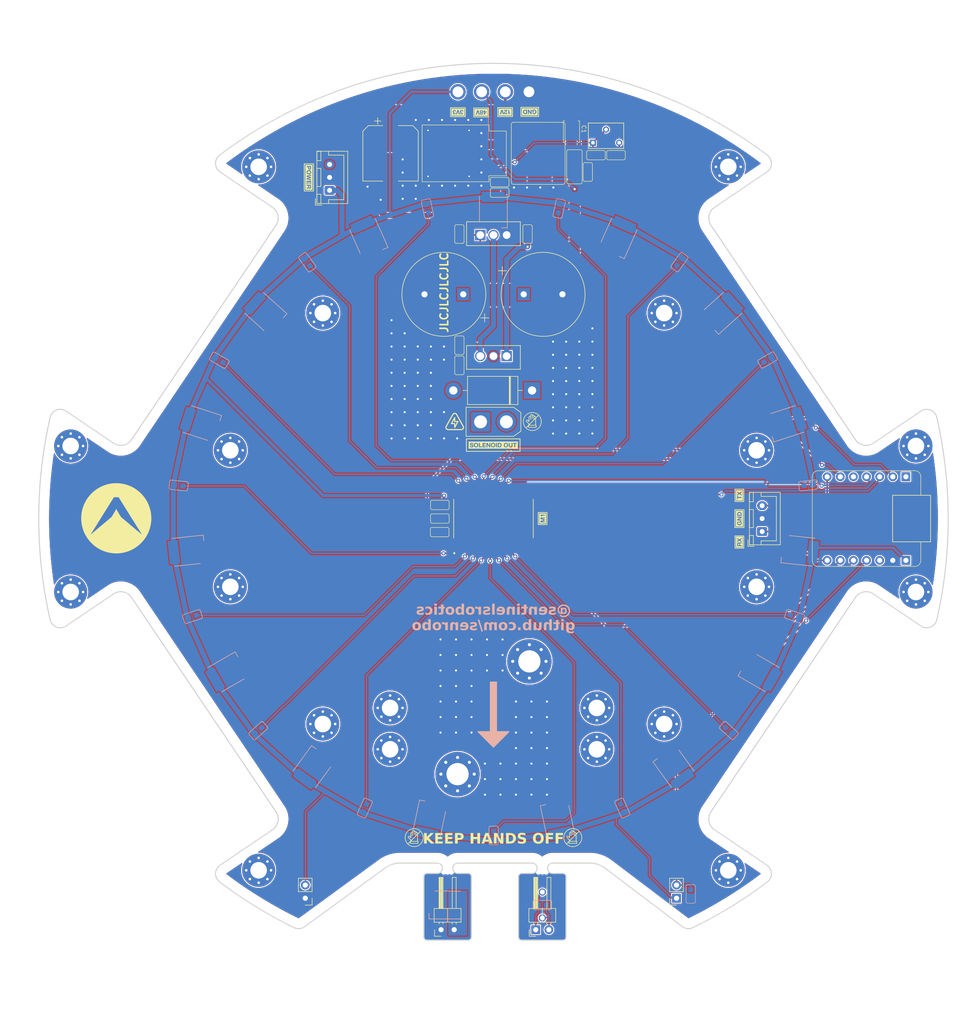
<source format=kicad_pcb>
(kicad_pcb (version 20221018) (generator pcbnew)
  (layers (0 "F.Cu" signal) (31 "B.Cu" signal) (34 "B.Paste" user) (35 "F.Paste" user) (36 "B.SilkS" user "B.Silkscreen") (37 "F.SilkS" user "F.Silkscreen") (38 "B.Mask" user) (39 "F.Mask" user) (44 "Edge.Cuts" user))
  (net 0 "")
  (net 1 "Net-(C6-Pad1)")
  (net 2 "Net-(C8-Pad1)")
  (net 3 "Net-(D2-A)")
  (net 4 "Net-(D13-A)")
  (net 5 "Net-(R3-Pad2)")
  (net 6 "Net-(U2-I0)")
  (net 7 "Net-(U2-I7)")
  (net 8 "Net-(U2-I8)")
  (net 9 "Net-(Q1-G)")
  (net 10 "Net-(IC1-FDBK)")
  (net 11 "Net-(IC1-COMP)")
  (net 12 "Net-(U2-~{E})")
  (net 13 "GND")
  (net 15 "/Sol")
  (net 37 "/M1")
  (net 38 "/LG")
  (net 39 "+48V")
  (net 40 "+3V3")
  (net 41 "+12V")
  (net 46 "Net-(Q1-S)")
  (net 47 "/S0")
  (net 48 "/S1")
  (net 49 "/S3")
  (net 50 "/S2")
  (net 51 "/L1 RX")
  (net 52 "/L1 TX")
  (net 53 "GND1")
  (net 54 "+3.3VA")
  (net 55 "/LG Break")
  (net 56 "+3.3VP")
  (net 57 "Net-(U2-I14)")
  (net 58 "Net-(U2-I13)")
  (net 59 "Net-(U2-I12)")
  (net 60 "Net-(U2-I11)")
  (net 61 "Net-(U2-I10)")
  (net 62 "Net-(U2-I9)")
  (net 63 "Net-(U2-I3)")
  (net 64 "Net-(U2-I2)")
  (net 65 "Net-(U2-I1)")
  (net 66 "Net-(U2-I6)")
  (net 67 "Net-(U2-I5)")
  (net 68 "Net-(U2-I4)")
  (footprint "2024l1:cap0603" (layer "F.Cu") (at 125.75 45.25 90)
    (fp_text reference "C5" hide)
    (fp_text value "0.1u")
  )
  (footprint "2024l1:res0603" (layer "F.Cu") (at 100.9 57.25 90)
    (fp_text reference "R27" hide)
    (fp_text value "1K")
  )
  (footprint "kibuzzard-64F35836" (layer "F.Cu") (at 117.01 112.25 90)
    (fp_text reference "kibuzzard-64F35836" hide)
    (fp_text value "G***" hide)
  )
  (footprint "2024l1:res0603" (layer "F.Cu") (at 127.3375 42)
    (fp_text reference "R7" hide)
    (fp_text value "1k5")
  )
  (footprint "Capacitor_SMD:CP_Elec_10x10.5" (layer "F.Cu") (at 87.5875 41.65 -90)
    (fp_text reference "C2" hide)
    (fp_text value "100u")
  )
  (footprint "MountingHole:MountingHole_3.2mm_M3_Pad_Via" (layer "F.Cu") (at 158.42338 125.446163)
    (fp_text reference "MTH11" hide)
    (fp_text value "MountingHole_Pad" hide)
  )
  (footprint "2024l1:res0603" (layer "F.Cu") (at 131.2125 42)
    (fp_text reference "R3" hide)
    (fp_text value "57k")
  )
  (footprint "Connector_PinHeader_2.54mm:PinHeader_1x02_P2.54mm_Horizontal" (layer "F.Cu") (at 97.355 191.734987 90)
    (fp_text reference "J4" hide)
    (fp_text value "Conn_01x02")
  )
  (footprint "MountingHole:MountingHole_3.2mm_M3_Pad_Via" (layer "F.Cu") (at 87.499923 156.859869)
    (fp_text reference "MTH19" hide)
    (fp_text value "MountingHole_Pad")
  )
  (footprint "MountingHole:MountingHole_3.2mm_M3_Pad_Via" (layer "F.Cu") (at 74.470793 151.975365)
    (fp_text reference "MTH6" hide)
    (fp_text value "MountingHole_Pad")
  )
  (footprint "2024l1:TO255P1040X460X2890-3" (layer "F.Cu") (at 110.05 80.84 180)
    (fp_text reference "Q1" hide)
    (fp_text value "STP75NF75")
  )
  (footprint "Connector_JST:JST_XH_B3B-XH-A_1x03_P2.50mm_Vertical" (layer "F.Cu") (at 75.7875 48.8 90)
    (fp_text reference "J1" hide)
    (fp_text value "Conn_01x03")
  )
  (footprint "MountingHole:MountingHole_3.2mm_M3_Pad_Via" (layer "F.Cu") (at 189.260843 126.452036)
    (fp_text reference "MTH7" hide)
    (fp_text value "MountingHole_Pad")
  )
  (footprint "2024l1:CD74HC4067M" (layer "F.Cu") (at 107.5 112.25 90)
    (fp_text reference "U2" hide)
    (fp_text value "CD74HC4067SM")
  )
  (footprint "2024l1:res0603" (layer "F.Cu") (at 97.09 114.87)
    (fp_text reference "R23" hide)
    (fp_text value "3K24")
  )
  (footprint "MountingHole:MountingHole_3.2mm_M3_Pad_Via" (layer "F.Cu") (at 158.42338 99.053837)
    (fp_text reference "MTH4" hide)
    (fp_text value "MountingHole_Pad")
  )
  (footprint "2024l1:Seeeduino XIAO SAMD 21 TFT" (layer "F.Cu") (at 179.7 112.25 -90)
    (fp_text reference "U1" hide)
    (fp_text value "Seeed Studio XIAO SAMD21" hide)
  )
  (footprint "2024l1:CP_Radial_D16.0mm_P7.50mm" (layer "F.Cu") (at 113.35 68.9)
    (fp_text reference "C3" hide)
    (fp_text value "680uF")
  )
  (footprint "MountingHole:MountingHole_3.2mm_M3_Pad_Via" (layer "F.Cu") (at 127.499923 148.859869)
    (fp_text reference "MTH18" hide)
    (fp_text value "MountingHole_Pad")
  )
  (footprint "MountingHole:MountingHole_4.3mm_M4_Pad_Via" (layer "F.Cu") (at 114.45 139.859987)
    (fp_text reference "KM2" hide)
    (fp_text value "M4" hide)
  )
  (footprint "MountingHole:MountingHole_3.2mm_M3_Pad_Via" (layer "F.Cu") (at 25.678557 98.223764)
    (fp_text reference "MTH8" hide)
    (fp_text value "MountingHole_Pad")
  )
  (footprint "MountingHole:MountingHole_3.2mm_M3_Pad_Via" (layer "F.Cu") (at 140.529207 151.975365)
    (fp_text reference "MTH12" hide)
    (fp_text value "MountingHole_Pad")
  )
  (footprint "MountingHole:MountingHole_3.2mm_M3_Pad_Via" (layer "F.Cu") (at 127.499923 156.859869)
    (fp_text reference "MTH17" hide)
    (fp_text value "MountingHole_Pad")
  )
  (footprint "2024l1:CP_Radial_D16.0mm_P7.50mm" (layer "F.Cu") (at 101.65 68.9 180)
    (fp_text reference "C4" hide)
    (fp_text value "680uF")
  )
  (footprint "MountingHole:MountingHole_3.2mm_M3_Pad_Via" (layer "F.Cu") (at 152.943605 44.248421)
    (fp_text reference "MTH14" hide)
    (fp_text value "MountingHole_Pad")
  )
  (footprint "2024l1:SW_PUSH_SPST" (layer "F.Cu") (at 122.5875 37.45 -90)
    (fp_text reference "C1")
    (fp_text value "0.1u")
  )
  (footprint "MountingHole:MountingHole_3.2mm_M3_Pad_Via" (layer "F.Cu") (at 62.056395 44.248421)
    (fp_text reference "MTH10" hide)
    (fp_text value "MountingHole_Pad")
  )
  (footprint "MountingHole:MountingHole_4.3mm_M4_Pad_Via" (layer "F.Cu") (at 100.55 161.659987)
    (fp_text reference "KM1" hide)
    (fp_text value "M4")
  )
  (footprint "MountingHole:MountingHole_3.2mm_M3_Pad_Via" (layer "F.Cu") (at 140.529207 72.524635)
    (fp_text reference "MTH3" hide)
    (fp_text value "MountingHole_Pad")
  )
  (footprint "2024l1:cap0603" (layer "F.Cu") (at 108.7025 49.25 180)
    (fp_text reference "C6" hide)
    (fp_text value "1u")
  )
  (footprint "MountingHole:MountingHole_3.2mm_M3_Pad_Via" (layer "F.Cu") (at 152.943605 180.251579)
    (fp_text reference "MTH2" hide)
    (fp_text value "MountingHole_Pad")
  )
  (footprint "2024l1:res0603" (layer "F.Cu") (at 97.12 112.25)
    (fp_text reference "R24" hide)
    (fp_text value "10K")
  )
  (footprint "MountingHole:MountingHole_3.2mm_M3_Pad_Via" (layer "F.Cu") (at 74.470793 72.524635)
    (fp_text reference "MTH9" hide)
    (fp_text value "MountingHole_Pad")
  )
  (footprint "MountingHole:MountingHole_3.2mm_M3_Pad_Via" (layer "F.Cu") (at 189.260843 98.223764)
    (fp_text reference "MTH16" hide)
    (fp_text value "MountingHole_Pad")
  )
  (footprint "2024l1:cap0603" (layer "F.Cu") (at 100.9 78.75 90)
    (fp_text reference "C8" hide)
    (fp_text value "1500pF")
  )
  (footprint "MountingHole:MountingHole_3.2mm_M3_Pad_Via" (layer "F.Cu") (at 56.57662 99.053837)
    (fp_text reference "MTH13" hide)
    (fp_text value "MountingHole_Pad")
  )
  (footprint "kibuzzard-64F19209" (layer "F.Cu") (at 109.76 33.67 180)
    (fp_text reference "kibuzzard-64F19209" hide)
    (fp_text value "G***" hide)
  )
  (footprint "2024l1:SMA (DO-214AC)" (layer "F.Cu") (at 123.1625 44.25 90)
    (fp_text reference "D2" hide)
    (fp_text value "SS510" hide)
  )
  (footprint "Connector_PinSocket_2.54mm:PinSocket_1x02_P2.54mm_Vertical" (layer "F.Cu") (at 142.925 185.65 180)
    (fp_text reference "R1" hide)
    (fp_text value "R_Photo")
  )
  (footprint "MountingHole:MountingHole_3.2mm_M3_Pad_Via" (layer "F.Cu") (at 87.499923 148.859869)
    (fp_text reference "MTH20" hide)
    (fp_text value "MountingHole_Pad")
  )
  (footprint "Connector_PinHeader_2.54mm:PinHeader_1x02_P2.54mm_Vertical" (layer "F.Cu") (at 71.075 185.65 180)
    (fp_text reference "D1" hide)
    (fp_text value "LED")
  )
  (footprint "2024l1:res0603" (layer "F.Cu") (at 100.9 82.64 90)
    (fp_text reference "R26" hide)
    (fp_text value "20R")
  )
  (footprint "2024l1:AMASS_XT30-F" (layer "F.Cu") (at 107.5 93.55)
    (fp_text reference "J5" hide)
    (fp_text value "XT30" hide)
  )
  (footprint "2024l1:14 AWG 4 Holes" (layer "F.Cu") (at 107.5 29.75 180)
    (fp_text reference "J6" hide)
    (fp_text value "Conn_01x04")
  )
  (footprint "2024l1:SEN Logo Silk" (layer "F.Cu") (at 34.5 112.25 180)
    (fp_text reference "H1" hide)
    (fp_text value "MountingHole")
  )
  (footprint "kibuzzard-64F1954C" (layer "F.Cu") (at 155.1 112.27054 90)
    (fp_text reference "kibuzzard-64F1954C" hide)
    (fp_text value "G***" hide)
  )
  (footprint "kibuzzard-64F1C247" (layer "F.Cu") (at 155.1 116.78054 90)
    (fp_text reference "kibuzzard-64F1C247" hide)
    (fp_text value "G***" hide)
  )
  (footprint "kibuzzard-64F1954C" (layer "F.Cu") (at 114.52 33.63 180)
    (fp_text reference "kibuzzard-64F1954C" hide)
    (fp_text value "G***" hide)
  )
  (footprint "kibuzzard-64F098A5" (layer "F.Cu") (at 71.775 46.3 -90)
    (fp_text reference "kibuzzard-64F098A5" hide)
    (fp_text value "G***" hide)
  )
  (footprint "2024l1:TO170P1435X465-6N" (layer "F.Cu") (at 102.1875 41.65 180)
    (fp_text reference "IC1" hide)
    (fp_text value "LM2587S-ADJ" hide)
  )
  (footprint "2024l1:cap0603" (layer "F.Cu") (at 97.12 109.63)
    (fp_text reference "C7" hide)
    (fp_text value "0.1u")
  )
  (footprint "MountingHole:MountingHole_3.2mm_M3_Pad_Via" (layer "F.Cu") (at 56.57662 125.446163)
    (fp_text reference "MTH15" hide)
    (fp_text value "MountingHole_Pad")
  )
  (footprint "Connector_JST:JST_XH_B3B-XH-A_1x03_P2.50mm_Vertical" (layer "F.Cu") (at 159.495 114.76 90)
    (fp_text reference "J2" hide)
    (fp_text value "Conn_01x03")
  )
  (footprint "kibuzzard-64F193E6" (layer "F.Cu") (at 105.11 33.74 180)
    (fp_text reference "kibuzzard-64F193E6" hide)
    (fp_text value "G***" hide)
  )
  (footprint "2024l1:TRIM_3362W-1-203LF" (layer "F.Cu") (at 129.2875 38.32 180)
    (fp_text reference "RV1" hide)
    (fp_text value "10k")
  )
  (footprint "MountingHole:MountingHole_3.2mm_M3_Pad_Via" (layer "F.Cu") (at 62.056395 180.251579)
    (fp_text reference "MTH1" hide)
    (fp_text value "MountingHole_Pad")
  )
  (footprint "kibuzzard-64F1BF81" (layer "F.Cu") (at 155.1 107.76054 90)
    (fp_text reference "kibuzzard-64F1BF81" hide)
    (fp_text value "G***" hide)
  )
  (footprint "MountingHole:MountingHole_3.2mm_M3_Pad_Via" (layer "F.Cu") (at 25.678557 126.452036)
    (fp_text reference "MTH5" hide)
    (fp_text value "MountingHole_Pad")
  )
  (footprint "Diode_THT:D_DO-201AD_P15.24mm_Horizontal" (layer "F.Cu") (at 114.97 87.49 180)
    (fp_text reference "D13" hide)
    (fp_text value "1N5401" hide)
  )
  (footprint "2024l1:TO255P1040X460X2890-3" (layer "F.Cu") (at 104.95 57.44)
    (fp_text reference "Q2" hide)
    (fp_text value "STP75NF75")
  )
  (footprint "2024l1:1040 One Piece Inductor" (layer "F.Cu") (at 116.1475 41.65 90)
    (fp_text reference "L1" hide)
    (fp_text value "68uH" hide)
  )
  (footprint "Connector_PinHeader_2.54mm:PinHeader_1x02_P2.54mm_Horizontal" (layer "F.Cu") (at 115.685 191.734987 90)
    (fp_text reference "J3" hide)
    (fp_text value "Conn_01x02")
  )
  (footprint "2024l1:res0603" (layer "F.Cu") (at 114.1 57.25 -90)
    (fp_text reference "R25" hide)
    (fp_text value "10K")
  )
  (footprint "kibuzzard-64F194BD" (layer "F.Cu") (at 100.63 33.69 180)
    (fp_text reference "kibuzzard-64F194BD" hide)
    (fp_text value "G***" hide)
  )
  (footprint "kibuzzard-64C26A52" (layer "F.Cu") (at 107.45 98.05)
    (fp_text reference "kibuzzard-64C26A52" hide)
    (fp_text value "G***" hide)
  )
  (footprint "2024l1:mouse-bite-2mm-slot" (layer "F.Cu") (at 98.62 179.859987)
    (fp_text reference "mouse-bite-2mm-slot" hide)
    (fp_text value "VAL**" hide)
    (fp_arc (start -2 -1) (mid -1 0) (end -2 1) (stroke (width 0.2)) (layer "Edge.Cuts"))
    (fp_arc (start 2 1) (mid 1 0) (end 2 -1) (stroke (width 0.2)) (layer "Edge.Cuts"))
  )
  (footprint "2024l1:res0603" (layer "F.Cu") (at 108.7025 47.215)
    (fp_text reference "R6" hide)
    (fp_text value "2k94")
  )
  (footprint "2024l1:ALS-PT19" (layer "B.Cu") (at 160.534056 81.607679 -150)
    (fp_text reference "R13" hide)
    (fp_text value "R_Photo")
  )
  (footprint "2024l1:ALS-PT19" (layer "B.Cu") (at 132.43089 168.196525 114)
    (fp_text reference "R9" hide)
    (fp_text value "R_Photo")
  )
  (footprint "2024l1:ALS-PT19" (layer "B.Cu") (at 46.583443 105.867522 -6)
    (fp_text reference "R19" hide)
    (fp_text value "R_Photo")
  )
  (footprint "2024l1:LED5050" (layer "B.Cu") (at 48.029035 118.517928 -174)
    (fp_text reference "D17" hide)
    (fp_text value "LED")
  )
  (footprint "2024l1:LED5050" (layer "B.Cu") (at 151.928826 72.222984 42)
    (fp_text reference "D10" hide)
    (fp_text value "LED")
  )
  (footprint "2024l1:ALS-PT19" (layer "B.Cu") (at 107.52 173.5 90)
    (fp_text reference "R8" hide)
    (fp_text value "R_Photo")
  )
  (footprint "2024l1:ALS-PT19" (layer "B.Cu") (at 120.215028 52.334301 -102)
    (fp_text reference "R15" hide)
    (fp_text value "R_Photo")
  )
  (footprint "2024l1:ALS-PT19" (layer "B.Cu") (at 71.481973 62.709465 -54)
    (fp_text reference "R17" hide)
    (fp_text value "R_Photo")
  )
  (footprint "2024l1:ALS-PT19" (layer "B.Cu") (at 143.485666 62.685953 -126)
    (fp_text reference "R14" hide)
    (fp_text value "R_Photo")
  )
  (footprint "2024l1:ALS-PT19" (layer "B.Cu") (at 168.412376 105.827741 -174)
    (fp_text reference "R12" hide)
    (fp_text value "R_Photo")
  )
  (footprint "2024l1:LED5050" (layer "B.Cu") (at 50.621174 93.787016 162)
    (fp_text reference "D16" hide)
    (fp_text value "LED")
  )
  (footprint "2024l1:LED5050" (layer "B.Cu") (at 164.368206 93.754333 18)
    (fp_text reference "D9" hide)
    (fp_text value "LED")
  )
  (footprint "2024l1:LED5050" (layer "B.Cu") (at 131.807298 57.61267 66)
    (fp_text reference "D11" hide)
    (fp_text value "LED")
  )
  (footprint "2024l1:LED5050" (layer "B.Cu") (at 55.719966 142.165058 -150)
    (fp_text reference "D18" hide)
    (fp_text value "LED")
  )
  (footprint "2024l1:LED5050" (layer "B.Cu") (at 72.364135 160.639602 -126)
    (fp_text reference "D19" hide)
    (fp_text value "LED")
  )
  (footprint "2024l1:ALS-PT19" (layer "B.Cu") (at 116.96 186.959987 180)
    (fp_text reference "R4" hide)
    (fp_text value "R_Photo")
  )
  (footprint "2024l1:LED5050" (layer "B.Cu") (at 98.63 186.959987)
    (fp_text reference "D3" hide)
    (fp_text value "LED")
  )
  (footprint "2024l1:LED5050" (layer "B.Cu") (at 63.048179 72.248522 138)
    (fp_text reference "D15" hide)
    (fp_text value "LED")
  )
  (footprint "2024l1:LED5050" (layer "B.Cu") (at 107.482817 52.449646 90)
    (fp_text reference "D12" hide)
    (fp_text value "LED")
  )
  (footprint "2024l1:Through Hole LDR" (layer "B.Cu") (at 116.96 186.959987 -90)
    (fp_text reference "R5" hide)
    (fp_text value "R_Photo")
  )
  (footprint "2024l1:ALS-PT19" (layer "B.Cu") (at 94.745846 52.342618 -78)
    (fp_text reference "R16" hide)
    (fp_text value "R_Photo")
  )
  (footprint "2024l1:LED5050" (layer "B.Cu") (at 95.083615 170.747145 -102)
    (fp_text reference "D20" hide)
    (fp_text value "LED")
  )
  (footprint "2024l1:ALS-PT19" (layer "B.Cu") (at 153.031003 153.219387 138)
    (fp_text reference "R10" hide)
    (fp_text value "R_Photo")
  )
  (footprint "2024l1:LED5050" (layer "B.Cu") (at 119.95 170.74 -78)
    (fp_text reference "D5" hide)
    (fp_text value "LED")
  )
  (footprint "2024l1:ALS-PT19" (layer "B.Cu") (at 49.253969 131.196312 18)
    (fp_text reference "R20" hide)
    (fp_text value "R_Photo")
  )
  (footprint "2024l1:ALS-PT19" (layer "B.Cu") (at 61.995762 153.249113 42)
    (fp_text reference "R21" hide)
    (fp_text value "R_Photo")
  )
  (footprint "2024l1:ALS-PT19" (layer "B.Cu") (at 165.758392 131.15827 162)
    (fp_text reference "R11" hide)
    (fp_text value "R_Photo")
  )
  (footprint "2024l1:LED5050" (layer "B.Cu") (at 159.297217 142.135296 -30)
    (fp_text reference "D7" hide)
    (fp_text value "LED")
  )
  (footprint "2024l1:ALS-PT19" (layer "B.Cu") (at 82.605652 168.212794 66)
    (fp_text reference "R22" hide)
    (fp_text value "R_Photo")
  )
  (footprint "2024l1:LED5050" (layer "B.Cu") (at 142.663667 160.619403 -54)
    (fp_text reference "D6" hide)
    (fp_text value "LED")
  )
  (footprint "2024l1:res0603" (layer "B.Cu") (at 145.674997 184.815008 -90)
    (fp_text reference "R2" hide)
    (fp_text value "3k24")
  )
  (footprint "2024l1:LED5050" (layer "B.Cu") (at 166.974557 118.48375 -6)
    (fp_text reference "D8" hide)
    (fp_text value "LED")
  )
  (footprint "2024l1:ALS-PT19" (layer "B.Cu") (at 54.445944 81.642321 -30)
    (fp_text reference "R18" hide)
    (fp_text value "R_Photo")
  )
  (footprint "2024l1:mouse-bite-2mm-slot" (layer "B.Cu") (at 116.95 179.859987 180)
    (fp_text reference "mouse-bite-2mm-slot" hide)
    (fp_text value "VAL**" hide)
    (fp_arc (start -2 -1) (mid -1 0) (end -2 1) (stroke (width 0.2)) (layer "Edge.Cuts"))
    (fp_arc (start 2 1) (mid 1 0) (end 2 -1) (stroke (width 0.2)) (layer "Edge.Cuts"))
  )
  (footprint "2024l1:LED5050" (layer "B.Cu") (at 83.161308 57.626647 114)
    (fp_text reference "D14" hide)
    (fp_text value "LED")
  )
  (gr_poly (pts (xy 104.5 153.45) (xy 107.5 156.45) (xy 110.5 153.45)) (stroke (width 0.15)) (fill solid) (layer "B.SilkS"))
  (gr_poly (pts (xy 106.9 153.65) (xy 108.1 153.65) (xy 108.1 143.85) (xy 106.9 143.85)) (stroke (width 0.15)) (fill solid) (layer "B.SilkS"))
  (gr_poly (pts (xy 115 91.69) (xy 115.058697 91.691268) (xy 115.171872 91.695457) (xy 115.21633 91.698114) (xy 115.246022 91.700969) (xy 115.297977 91.709013) (xy 115.349323 91.718326) (xy 115.400048 91.728901) (xy 115.450137 91.740734) (xy 115.499576 91.753819) (xy 115.548353 91.768153) (xy 115.596455 91.783728) (xy 115.643867 91.800541) (xy 115.690576 91.818585) (xy 115.736569 91.837857) (xy 115.781832 91.858349) (xy 115.826352 91.880059) (xy 115.870115 91.90298) (xy 115.913109 91.927107) (xy 115.955319 91.952434) (xy 115.996733 91.978958) (xy 116.108934 92.058715) (xy 116.213639 92.145294) (xy 116.310658 92.238258) (xy 116.399803 92.337171) (xy 116.480887 92.441594) (xy 116.553722 92.55109) (xy 116.618119 92.665224) (xy 116.67389 92.783556) (xy 116.720847 92.90565) (xy 116.758802 93.031069) (xy 116.787566 93.159376) (xy 116.806953 93.290134) (xy 116.816773 93.422904) (xy 116.816839 93.557251) (xy 116.806962 93.692737) (xy 116.786955 93.828924) (xy 116.773216 93.896423) (xy 116.756908 93.96302) (xy 116.738085 94.028658) (xy 116.716804 94.093283) (xy 116.667089 94.219274) (xy 116.608207 94.340552) (xy 116.540601 94.456673) (xy 116.464717 94.567199) (xy 116.380999 94.671686) (xy 116.289891 94.769695) (xy 116.191838 94.860783) (xy 116.087284 94.944509) (xy 115.976673 95.020431) (xy 115.86045 95.08811) (xy 115.73906 95.147102) (xy 115.612946 95.196968) (xy 115.548257 95.21834) (xy 115.482554 95.237265) (xy 115.415892 95.253688) (xy 115.348327 95.267553) (xy 115.236125 95.284746) (xy 115.124308 95.295099) (xy 115.01311 95.298685) (xy 114.902769 95.295576) (xy 114.793519 95.285844) (xy 114.685596 95.269561) (xy 114.579235 95.246801) (xy 114.474673 95.217634) (xy 114.372145 95.182134) (xy 114.271886 95.140373) (xy 114.174133 95.092423) (xy 114.079121 95.038357) (xy 113.987085 94.978247) (xy 113.898262 94.912165) (xy 113.812886 94.840183) (xy 113.731194 94.762375) (xy 113.697286 94.727097) (xy 113.867366 94.727097) (xy 113.89841 94.753908) (xy 113.964385 94.808286) (xy 114.031842 94.858962) (xy 114.100744 94.905921) (xy 114.171053 94.949149) (xy 114.24273 94.988631) (xy 114.315737 95.024354) (xy 114.390036 95.056302) (xy 114.465589 95.084461) (xy 114.542357 95.108817) (xy 114.620303 95.129355) (xy 114.699387 95.14606) (xy 114.779572 95.158919) (xy 114.86082 95.167916) (xy 114.943092 95.173038) (xy 115.026349 95.17427) (xy 115.110555 95.171597) (xy 115.144411 95.169514) (xy 115.178237 95.166709) (xy 115.21202 95.163187) (xy 115.245746 95.158952) (xy 115.279402 95.154011) (xy 115.312974 95.148367) (xy 115.379813 95.134996) (xy 115.446155 95.11888) (xy 115.511895 95.10006) (xy 115.576923 95.078578) (xy 115.641133 95.054475) (xy 115.693279 95.032896) (xy 115.743185 95.0103) (xy 115.767465 94.998531) (xy 115.791387 94.986398) (xy 115.815018 94.973867) (xy 115.838424 94.9609) (xy 115.884832 94.933517) (xy 115.931149 94.90396) (xy 115.977913 94.871938) (xy 116.02566 94.837163) (xy 116.093647 94.783192) (xy 116.15839 94.726132) (xy 116.219822 94.666104) (xy 116.277874 94.603228) (xy 116.332479 94.537623) (xy 116.383567 94.469409) (xy 116.431071 94.398707) (xy 116.474923 94.325636) (xy 116.515054 94.250316) (xy 116.551396 94.172866) (xy 116.583881 94.093408) (xy 116.61244 94.01206) (xy 116.637006 93.928943) (xy 116.65751 93.844177) (xy 116.673885 93.75788) (xy 116.686061 93.670174) (xy 116.690078 93.619967) (xy 116.692135 93.561673) (xy 116.692324 93.498055) (xy 116.690735 93.431873) (xy 116.687459 93.36589) (xy 116.682588 93.302867) (xy 116.676212 93.245565) (xy 116.672488 93.219923) (xy 116.668422 93.196747) (xy 116.656688 93.139494) (xy 116.643439 93.083343) (xy 116.628668 93.02827) (xy 116.612363 92.974254) (xy 116.594517 92.921272) (xy 116.575119 92.8693) (xy 116.55416 92.818317) (xy 116.531632 92.768298) (xy 116.507524 92.719223) (xy 116.481828 92.671067) (xy 116.454534 92.623808) (xy 116.425633 92.577423) (xy 116.395116 92.531891) (xy 116.362972 92.487187) (xy 116.329194 92.443289) (xy 116.293771 92.400175) (xy 116.285203 92.390122) (xy 116.277081 92.380739) (xy 116.269587 92.372232) (xy 116.262904 92.364809) (xy 116.257212 92.358675) (xy 116.254796 92.356156) (xy 116.252695 92.354038) (xy 116.250934 92.352345) (xy 116.249534 92.351104) (xy 116.248519 92.35034) (xy 116.248162 92.350146) (xy 116.247911 92.35008) (xy 116.225686 92.370861) (xy 116.168006 92.427427) (xy 115.981211 92.613252) (xy 115.718744 92.875719) (xy 115.718744 94.156302) (xy 115.753316 94.156302) (xy 115.75874 94.156339) (xy 115.763665 94.156461) (xy 115.76814 94.156688) (xy 115.772212 94.157041) (xy 115.774111 94.15727) (xy 115.775928 94.157538) (xy 115.777668 94.157847) (xy 115.779336 94.1582) (xy 115.78094 94.158599) (xy 115.782484 94.159046) (xy 115.783975 94.159544) (xy 115.785419 94.160095) (xy 115.786821 94.160702) (xy 115.788188 94.161367) (xy 115.789526 94.162093) (xy 115.79084 94.162883) (xy 115.792137 94.163737) (xy 115.793421 94.16466) (xy 115.794701 94.165654) (xy 115.79598 94.16672) (xy 115.797266 94.167862) (xy 115.798564 94.169082) (xy 115.801219 94.171765) (xy 115.803995 94.17479) (xy 115.806938 94.178175) (xy 115.825283 94.200752) (xy 115.823166 94.415241) (xy 115.821049 94.630436) (xy 115.801294 94.647369) (xy 115.781538 94.664302) (xy 114.244838 94.664302) (xy 114.205327 94.630436) (xy 114.201799 94.513314) (xy 114.198272 94.396191) (xy 114.032466 94.561997) (xy 113.867366 94.727097) (xy 113.697286 94.727097) (xy 113.692833 94.722465) (xy 113.656052 94.682082) (xy 113.620825 94.641182) (xy 113.587128 94.599722) (xy 113.554936 94.557659) (xy 113.524223 94.514948) (xy 113.494966 94.471547) (xy 113.46714 94.427412) (xy 113.440718 94.3825) (xy 113.415678 94.336768) (xy 113.391994 94.290171) (xy 113.369641 94.242667) (xy 113.348594 94.194212) (xy 113.328829 94.144763) (xy 113.31032 94.094276) (xy 113.293044 94.042708) (xy 113.262451 93.935914) (xy 113.238633 93.828189) (xy 113.221538 93.719822) (xy 113.211111 93.611106) (xy 113.207299 93.502333) (xy 113.208148 93.46878) (xy 113.335125 93.46878) (xy 113.336083 93.541764) (xy 113.337966 93.601355) (xy 113.341099 93.656152) (xy 113.34567 93.707508) (xy 113.351869 93.756782) (xy 113.359888 93.805327) (xy 113.369916 93.854501) (xy 113.382144 93.905659) (xy 113.39676 93.960158) (xy 113.409739 94.003423) (xy 113.424287 94.046885) (xy 113.440338 94.090428) (xy 113.457824 94.133934) (xy 113.476679 94.177288) (xy 113.496835 94.220372) (xy 113.518225 94.263069) (xy 113.540782 94.305263) (xy 113.564439 94.346837) (xy 113.589128 94.387674) (xy 113.614782 94.427657) (xy 113.641335 94.46667) (xy 113.668718 94.504595) (xy 113.696865 94.541317) (xy 113.725709 94.576717) (xy 113.755183 94.61068) (xy 113.779877 94.638197) (xy 113.990838 94.427236) (xy 114.033422 94.384459) (xy 114.073278 94.344046) (xy 114.109529 94.306908) (xy 114.139087 94.276247) (xy 114.328799 94.276247) (xy 114.328799 94.544358) (xy 115.697577 94.544358) (xy 115.697577 94.276247) (xy 114.328799 94.276247) (xy 114.139087 94.276247) (xy 114.141298 94.273954) (xy 114.167709 94.246093) (xy 114.187887 94.224234) (xy 114.200953 94.209288) (xy 114.204546 94.204691) (xy 114.206033 94.202164) (xy 114.206683 94.200294) (xy 114.207439 94.198393) (xy 114.209246 94.194521) (xy 114.211409 94.190595) (xy 114.213882 94.186663) (xy 114.216619 94.182773) (xy 114.219576 94.178971) (xy 114.222706 94.175306) (xy 114.225965 94.171825) (xy 114.229306 94.168575) (xy 114.232684 94.165604) (xy 114.236054 94.16296) (xy 114.23937 94.16069) (xy 114.240994 94.15971) (xy 114.242587 94.158842) (xy 114.244144 94.158091) (xy 114.24566 94.157463) (xy 114.247127 94.156964) (xy 114.248542 94.1566) (xy 114.249897 94.156378) (xy 114.251188 94.156302) (xy 114.43816 94.156302) (xy 115.591744 94.156302) (xy 115.591744 93.581275) (xy 115.591215 93.175227) (xy 115.590553 93.051645) (xy 115.589627 93.006247) (xy 115.013188 93.581275) (xy 114.43816 94.156302) (xy 114.251188 94.156302) (xy 114.251808 94.156272) (xy 114.252476 94.15618) (xy 114.253946 94.155823) (xy 114.255583 94.155242) (xy 114.257373 94.15445) (xy 114.259299 94.15346) (xy 114.261346 94.152284) (xy 114.263498 94.150934) (xy 114.26574 94.149423) (xy 114.268057 94.147763) (xy 114.270433 94.145967) (xy 114.272852 94.144047) (xy 114.275298 94.142015) (xy 114.277758 94.139884) (xy 114.280214 94.137666) (xy 114.282651 94.135374) (xy 114.285055 94.133019) (xy 114.292305 94.125356) (xy 114.29526 94.121952) (xy 114.29781 94.118677) (xy 114.299983 94.115414) (xy 114.30181 94.112047) (xy 114.303321 94.108459) (xy 114.304546 94.104532) (xy 114.305514 94.100151) (xy 114.306256 94.095199) (xy 114.306802 94.089558) (xy 114.307181 94.083112) (xy 114.307423 94.075744) (xy 114.30756 94.067338) (xy 114.307633 94.046941) (xy 114.307633 93.984147) (xy 114.064922 93.740025) (xy 113.990022 93.664755) (xy 113.959068 93.63349) (xy 113.932057 93.606046) (xy 113.9087 93.582104) (xy 113.888709 93.561344) (xy 113.871794 93.543447) (xy 113.857665 93.528093) (xy 113.846033 93.514964) (xy 113.841063 93.509133) (xy 113.836608 93.503739) (xy 113.832633 93.498741) (xy 113.829102 93.4941) (xy 113.825978 93.489775) (xy 113.823225 93.485727) (xy 113.820806 93.481915) (xy 113.818687 93.478301) (xy 113.81683 93.474843) (xy 113.815199 93.471502) (xy 113.813758 93.468237) (xy 113.812472 93.46501) (xy 113.810216 93.458508) (xy 113.807297 93.448358) (xy 113.804887 93.437795) (xy 113.802984 93.426887) (xy 113.801584 93.415701) (xy 113.800684 93.404304) (xy 113.800282 93.392763) (xy 113.800373 93.381146) (xy 113.800382 93.380963) (xy 113.920713 93.380963) (xy 113.92075 93.38705) (xy 113.921169 93.393396) (xy 113.921958 93.400035) (xy 113.923105 93.407002) (xy 113.924284 93.41145) (xy 113.926387 93.416493) (xy 113.929644 93.422377) (xy 113.934284 93.429349) (xy 113.948629 93.447546) (xy 113.971259 93.47306) (xy 114.00401 93.507868) (xy 114.048716 93.553945) (xy 114.181338 93.687813) (xy 114.254817 93.761682) (xy 114.312891 93.820502) (xy 114.336692 93.844858) (xy 114.35729 93.866159) (xy 114.374901 93.884641) (xy 114.389742 93.900538) (xy 114.402027 93.914088) (xy 114.411974 93.925525) (xy 114.419797 93.935085) (xy 114.422981 93.939235) (xy 114.425714 93.943004) (xy 114.428025 93.946422) (xy 114.42994 93.949517) (xy 114.431486 93.952321) (xy 114.432691 93.954861) (xy 114.433581 93.957167) (xy 114.434183 93.95927) (xy 114.434525 93.961198) (xy 114.434633 93.96298) (xy 114.435239 93.965627) (xy 114.437334 93.966425) (xy 114.44133 93.964983) (xy 114.447641 93.960908) (xy 114.468863 93.943285) (xy 114.504306 93.910416) (xy 114.631086 93.786371) (xy 114.854438 93.563636) (xy 115.274244 93.14383) (xy 115.274244 93.023886) (xy 115.393483 93.023886) (xy 115.492966 92.925108) (xy 115.591744 92.82633) (xy 115.591744 92.724025) (xy 115.591663 92.70415) (xy 115.591395 92.686239) (xy 115.590902 92.670155) (xy 115.590145 92.655762) (xy 115.589656 92.649157) (xy 115.589087 92.642924) (xy 115.588432 92.637045) (xy 115.587688 92.631503) (xy 115.58685 92.626282) (xy 115.585911 92.621364) (xy 115.584869 92.616733) (xy 115.583718 92.61237) (xy 115.582453 92.60826) (xy 115.58107 92.604385) (xy 115.579564 92.600729) (xy 115.577929 92.597273) (xy 115.576162 92.594001) (xy 115.574257 92.590896) (xy 115.572209 92.587941) (xy 115.570015 92.585118) (xy 115.567669 92.582412) (xy 115.565165 92.579804) (xy 115.562501 92.577278) (xy 115.55967 92.574816) (xy 115.556668 92.572402) (xy 115.55349 92.570019) (xy 115.550132 92.567648) (xy 115.546588 92.565275) (xy 115.542507 92.562746) (xy 115.538339 92.560452) (xy 115.534092 92.558391) (xy 115.529775 92.55656) (xy 115.525395 92.554959) (xy 115.52096 92.553585) (xy 115.51648 92.552439) (xy 115.511961 92.551516) (xy 115.507412 92.550817) (xy 115.502842 92.55034) (xy 115.498257 92.550083) (xy 115.493668 92.550045) (xy 115.48908 92.550223) (xy 115.484504 92.550617) (xy 115.479946 92.551225) (xy 115.475415 92.552045) (xy 115.47092 92.553077) (xy 115.466468 92.554317) (xy 115.462067 92.555765) (xy 115.457726 92.55742) (xy 115.453452 92.559279) (xy 115.449254 92.561341) (xy 115.44514 92.563605) (xy 115.441119 92.566068) (xy 115.437197 92.56873) (xy 115.433384 92.571589) (xy 115.429688 92.574644) (xy 115.426116 92.577892) (xy 115.422677 92.581332) (xy 115.419379 92.584963) (xy 115.41623 92.588784) (xy 115.413238 92.592791) (xy 115.408313 92.600468) (xy 115.40629 92.604563) (xy 115.404529 92.609229) (xy 115.403008 92.614767) (xy 115.401704 92.621478) (xy 115.399656 92.639623) (xy 115.398204 92.666068) (xy 115.397165 92.703222) (xy 115.395599 92.819275) (xy 115.393483 93.023886) (xy 115.274244 93.023886) (xy 115.274244 92.773414) (xy 115.274207 92.637564) (xy 115.274044 92.582811) (xy 115.273682 92.535928) (xy 115.273401 92.515223) (xy 115.273042 92.49623) (xy 115.272595 92.478861) (xy 115.272049 92.463032) (xy 115.271395 92.448658) (xy 115.270623 92.435652) (xy 115.269724 92.423929) (xy 115.268688 92.413404) (xy 115.267505 92.403991) (xy 115.266165 92.395604) (xy 115.26466 92.388158) (xy 115.262978 92.381568) (xy 115.262069 92.378567) (xy 115.261112 92.375748) (xy 115.260105 92.3731) (xy 115.259049 92.370613) (xy 115.257942 92.368275) (xy 115.256782 92.366076) (xy 115.255569 92.364005) (xy 115.254301 92.362053) (xy 115.252977 92.360207) (xy 115.251595 92.358457) (xy 115.248655 92.355204) (xy 115.245472 92.352208) (xy 115.242035 92.349383) (xy 115.238335 92.346644) (xy 115.234363 92.343905) (xy 115.225561 92.338086) (xy 115.221403 92.335497) (xy 115.217141 92.333155) (xy 115.212782 92.331057) (xy 115.208339 92.329201) (xy 115.203821 92.327586) (xy 115.199238 92.326209) (xy 115.194601 92.325068) (xy 115.189919 92.324162) (xy 115.185203 92.323488) (xy 115.180463 92.323045) (xy 115.17571 92.322831) (xy 115.170953 92.322843) (xy 115.166203 92.32308) (xy 115.161469 92.32354) (xy 115.156763 92.324221) (xy 115.152094 92.325121) (xy 115.147473 92.326238) (xy 115.14291 92.32757) (xy 115.138414 92.329115) (xy 115.133997 92.330872) (xy 115.129668 92.332837) (xy 115.125437 92.335011) (xy 115.121315 92.337389) (xy 115.117313 92.339971) (xy 115.113439 92.342754) (xy 115.109705 92.345738) (xy 115.106121 92.348918) (xy 115.102696 92.352295) (xy 115.099441 92.355865) (xy 115.096367 92.359627) (xy 115.093483 92.363579) (xy 115.090799 92.367719) (xy 115.086344 92.375979) (xy 115.082939 92.386306) (xy 115.080443 92.401627) (xy 115.078717 92.424869) (xy 115.077618 92.458959) (xy 115.077008 92.506824) (xy 115.076688 92.655586) (xy 115.076688 92.920169) (xy 115.058344 92.942041) (xy 115.056052 92.944673) (xy 115.053679 92.947143) (xy 115.051229 92.949451) (xy 115.048709 92.951598) (xy 115.046121 92.953583) (xy 115.043473 92.955406) (xy 115.040769 92.957068) (xy 115.038015 92.958567) (xy 115.035215 92.959904) (xy 115.032375 92.961078) (xy 115.029499 92.96209) (xy 115.026594 92.962939) (xy 115.023664 92.963626) (xy 115.020714 92.964149) (xy 115.017749 92.96451) (xy 115.014776 92.964707) (xy 115.011798 92.964741) (xy 115.008821 92.964612) (xy 115.005851 92.964319) (xy 115.002892 92.963863) (xy 114.999949 92.963242) (xy 114.997028 92.962458) (xy 114.994134 92.961509) (xy 114.991272 92.960397) (xy 114.988447 92.95912) (xy 114.985665 92.957678) (xy 114.98293 92.956072) (xy 114.980248 92.954302) (xy 114.977623 92.952366) (xy 114.975062 92.950266) (xy 114.972569 92.948) (xy 114.970149 92.945569) (xy 114.953216 92.927225) (xy 114.949688 92.587852) (xy 114.948473 92.466163) (xy 114.947843 92.417125) (xy 114.947109 92.375149) (xy 114.94668 92.356621) (xy 114.9462 92.339632) (xy 114.945659 92.324105) (xy 114.94505 92.309965) (xy 114.944363 92.297138) (xy 114.943589 92.285546) (xy 114.942722 92.275114) (xy 114.941751 92.265766) (xy 114.940668 92.257428) (xy 114.939466 92.250022) (xy 114.938134 92.243473) (xy 114.936666 92.237707) (xy 114.935877 92.235093) (xy 114.935052 92.232646) (xy 114.934187 92.230356) (xy 114.933283 92.228215) (xy 114.932338 92.226212) (xy 114.931352 92.224339) (xy 114.930322 92.222585) (xy 114.929249 92.220942) (xy 114.928131 92.219399) (xy 114.926967 92.217947) (xy 114.925755 92.216577) (xy 114.924496 92.21528) (xy 114.921828 92.212865) (xy 114.918955 92.210626) (xy 114.915868 92.208486) (xy 114.912559 92.206372) (xy 114.905238 92.201914) (xy 114.902512 92.20036) (xy 114.899631 92.198876) (xy 114.896608 92.197467) (xy 114.893453 92.196137) (xy 114.890179 92.194889) (xy 114.886796 92.193728) (xy 114.883316 92.192658) (xy 114.87975 92.191683) (xy 114.87611 92.190807) (xy 114.872406 92.190035) (xy 114.868651 92.18937) (xy 114.864856 92.188817) (xy 114.861032 92.188379) (xy 114.85719 92.188062) (xy 114.853342 92.187868) (xy 114.849499 92.187802) (xy 114.844532 92.187854) (xy 114.839923 92.188019) (xy 114.835635 92.188309) (xy 114.831629 92.18874) (xy 114.827867 92.189323) (xy 114.82431 92.190072) (xy 114.820921 92.191001) (xy 114.817661 92.192124) (xy 114.814492 92.193453) (xy 114.811376 92.195003) (xy 114.808274 92.196786) (xy 114.805149 92.198816) (xy 114.801961 92.201106) (xy 114.798673 92.203671) (xy 114.795247 92.206522) (xy 114.791644 92.209675) (xy 114.789 92.212027) (xy 114.786371 92.214571) (xy 114.783771 92.217282) (xy 114.781215 92.220137) (xy 114.778716 92.223111) (xy 114.77629 92.226182) (xy 114.77395 92.229325) (xy 114.771712 92.232517) (xy 114.769589 92.235733) (xy 114.767597 92.238951) (xy 114.765749 92.242146) (xy 114.764061 92.245294) (xy 114.762546 92.248372) (xy 114.761219 92.251356) (xy 114.760095 92.254222) (xy 114.759188 92.256947) (xy 114.75767 92.270239) (xy 114.7563 92.297538) (xy 114.754073 92.391708) (xy 114.75264 92.534561) (xy 114.752133 92.721202) (xy 114.752133 93.159352) (xy 114.734494 93.17558) (xy 114.732014 93.177757) (xy 114.729473 93.179789) (xy 114.726876 93.181675) (xy 114.724227 93.183417) (xy 114.721532 93.185014) (xy 114.718796 93.186465) (xy 114.716022 93.187771) (xy 114.713217 93.188931) (xy 114.710385 93.189945) (xy 114.707531 93.190814) (xy 114.70466 93.191536) (xy 114.701776 93.192112) (xy 114.698886 93.192543) (xy 114.695993 93.192826) (xy 114.693103 93.192964) (xy 114.69022 93.192954) (xy 114.68735 93.192798) (xy 114.684497 93.192495) (xy 114.681666 93.192045) (xy 114.678862 93.191448) (xy 114.676091 93.190704) (xy 114.673356 93.189812) (xy 114.670663 93.188773) (xy 114.668017 93.187586) (xy 114.665423 93.186251) (xy 114.662885 93.184768) (xy 114.660409 93.183137) (xy 114.657999 93.181358) (xy 114.65566 93.179431) (xy 114.653398 93.177355) (xy 114.651217 93.175131) (xy 114.649122 93.172758) (xy 114.632188 93.153708) (xy 114.632188 92.891241) (xy 114.632105 92.812171) (xy 114.631791 92.750141) (xy 114.631516 92.724785) (xy 114.631146 92.702812) (xy 114.630669 92.68393) (xy 114.630072 92.667845) (xy 114.629342 92.654265) (xy 114.628468 92.642898) (xy 114.627436 92.633452) (xy 114.626235 92.625633) (xy 114.625567 92.622242) (xy 114.624852 92.619149) (xy 114.624089 92.616317) (xy 114.623275 92.613709) (xy 114.62241 92.611288) (xy 114.621491 92.609018) (xy 114.619488 92.604786) (xy 114.616025 92.59843) (xy 114.612261 92.592459) (xy 114.608216 92.586874) (xy 114.603908 92.581676) (xy 114.599355 92.576866) (xy 114.594575 92.572444) (xy 114.589587 92.568411) (xy 114.584409 92.564768) (xy 114.579059 92.561515) (xy 114.573556 92.558654) (xy 114.567919 92.556185) (xy 114.562165 92.55411) (xy 114.556312 92.552428) (xy 114.55038 92.55114) (xy 114.544386 92.550248) (xy 114.538349 92.549752) (xy 114.532288 92.549653) (xy 114.526219 92.549952) (xy 114.520163 92.550649) (xy 114.514137 92.551745) (xy 114.50816 92.553241) (xy 114.502249 92.555138) (xy 114.496424 92.557437) (xy 114.490702 92.560137) (xy 114.485103 92.563241) (xy 114.479643 92.566749) (xy 114.474342 92.570661) (xy 114.469219 92.574979) (xy 114.46429 92.579703) (xy 114.459576 92.584833) (xy 114.455093 92.590372) (xy 114.450861 92.596319) (xy 114.434633 92.620308) (xy 114.434633 93.526947) (xy 114.416288 93.548819) (xy 114.413689 93.551855) (xy 114.411167 93.554621) (xy 114.408704 93.557126) (xy 114.406278 93.55938) (xy 114.403869 93.561395) (xy 114.401455 93.563181) (xy 114.399017 93.564747) (xy 114.396533 93.566105) (xy 114.393983 93.567264) (xy 114.391346 93.568236) (xy 114.388601 93.569029) (xy 114.385729 93.569655) (xy 114.382707 93.570124) (xy 114.379517 93.570446) (xy 114.376136 93.570632) (xy 114.372544 93.570691) (xy 114.36828 93.57055) (xy 114.364101 93.570026) (xy 114.359824 93.568966) (xy 114.355269 93.567219) (xy 114.350255 93.564632) (xy 114.344601 93.561055) (xy 114.338127 93.556334) (xy 114.330651 93.550318) (xy 114.321993 93.542856) (xy 114.311972 93.533794) (xy 114.287116 93.510267) (xy 114.254637 93.478521) (xy 114.213088 93.437341) (xy 114.185708 93.410384) (xy 114.159543 93.384932) (xy 114.135214 93.361563) (xy 114.11334 93.340857) (xy 114.094543 93.323391) (xy 114.079441 93.309746) (xy 114.068655 93.300499) (xy 114.065074 93.297706) (xy 114.062805 93.29623) (xy 114.061064 93.295445) (xy 114.059035 93.294681) (xy 114.05674 93.293942) (xy 114.054206 93.293232) (xy 114.048517 93.291914) (xy 114.042167 93.290762) (xy 114.035354 93.289809) (xy 114.028277 93.289087) (xy 114.021133 93.288629) (xy 114.014122 93.288469) (xy 114.009061 93.288514) (xy 114.004426 93.288666) (xy 114.000163 93.288948) (xy 113.996218 93.289384) (xy 113.992538 93.289998) (xy 113.989069 93.290813) (xy 113.987396 93.291304) (xy 113.985757 93.291854) (xy 113.984143 93.292466) (xy 113.982548 93.293143) (xy 113.980966 93.293889) (xy 113.979389 93.294706) (xy 113.976226 93.296565) (xy 113.973004 93.298745) (xy 113.969672 93.301268) (xy 113.966173 93.30416) (xy 113.962456 93.307443) (xy 113.958466 93.311142) (xy 113.954149 93.31528) (xy 113.948724 93.321008) (xy 113.943815 93.326572) (xy 113.939414 93.332008) (xy 113.935507 93.337351) (xy 113.932084 93.342636) (xy 113.929134 93.347898) (xy 113.926644 93.353173) (xy 113.924604 93.358495) (xy 113.923002 93.3639) (xy 113.921827 93.369423) (xy 113.921068 93.375099) (xy 113.920713 93.380963) (xy 113.800382 93.380963) (xy 113.800956 93.36952) (xy 113.802026 93.357951) (xy 113.803581 93.346508) (xy 113.805617 93.335257) (xy 113.808132 93.324265) (xy 113.811123 93.3136) (xy 113.814586 93.303328) (xy 113.818518 93.293518) (xy 113.822916 93.284236) (xy 113.8305 93.270572) (xy 113.838938 93.257641) (xy 113.848194 93.245464) (xy 113.858227 93.234064) (xy 113.869 93.223462) (xy 113.880475 93.213679) (xy 113.892614 93.204737) (xy 113.905378 93.196659) (xy 113.918729 93.189465) (xy 113.932629 93.183177) (xy 113.947039 93.177818) (xy 113.961921 93.173408) (xy 113.977238 93.16997) (xy 113.992951 93.167526) (xy 114.009021 93.166096) (xy 114.02541 93.165702) (xy 114.038326 93.166048) (xy 114.050454 93.166879) (xy 114.061946 93.168285) (xy 114.072958 93.170355) (xy 114.083644 93.173176) (xy 114.094157 93.17684) (xy 114.104651 93.181433) (xy 114.115281 93.187045) (xy 114.1262 93.193766) (xy 114.137562 93.201683) (xy 114.149522 93.210886) (xy 114.162233 93.221463) (xy 114.17585 93.233504) (xy 114.190526 93.247098) (xy 114.206415 93.262332) (xy 114.223672 93.279297) (xy 114.306927 93.361141) (xy 114.309044 92.980847) (xy 114.31116 92.600552) (xy 114.334444 92.55328) (xy 114.337162 92.547984) (xy 114.340015 92.542691) (xy 114.342991 92.537424) (xy 114.346074 92.532202) (xy 114.349253 92.527046) (xy 114.352514 92.521977) (xy 114.355843 92.517015) (xy 114.359226 92.512182) (xy 114.362651 92.507497) (xy 114.366104 92.502982) (xy 114.369572 92.498657) (xy 114.37304 92.494543) (xy 114.376496 92.49066) (xy 114.379926 92.48703) (xy 114.383317 92.483672) (xy 114.386655 92.480608) (xy 114.397543 92.471978) (xy 114.409005 92.464087) (xy 114.420986 92.456946) (xy 114.433431 92.450567) (xy 114.446285 92.444961) (xy 114.459494 92.440139) (xy 114.473002 92.436113) (xy 114.486756 92.432895) (xy 114.500699 92.430495) (xy 114.514778 92.428925) (xy 114.528938 92.428196) (xy 114.543123 92.42832) (xy 114.557279 92.429308) (xy 114.571352 92.431171) (xy 114.585286 92.433921) (xy 114.599027 92.437569) (xy 114.632188 92.447447) (xy 114.632188 92.345847) (xy 114.632304 92.316457) (xy 114.632717 92.292236) (xy 114.633067 92.281776) (xy 114.633528 92.272264) (xy 114.634113 92.263585) (xy 114.634834 92.255624) (xy 114.635704 92.248267) (xy 114.636736 92.241398) (xy 114.637941 92.234904) (xy 114.639332 92.228669) (xy 114.640922 92.222579) (xy 114.642722 92.216519) (xy 114.644746 92.210374) (xy 114.647005 92.20403) (xy 114.650769 92.195024) (xy 114.65516 92.186023) (xy 114.660142 92.177066) (xy 114.66568 92.16819) (xy 114.671739 92.159434) (xy 114.678284 92.150837) (xy 114.685279 92.142435) (xy 114.69269 92.134268) (xy 114.700481 92.126374) (xy 114.708617 92.118792) (xy 114.717063 92.111558) (xy 114.725785 92.104712) (xy 114.734746 92.098292) (xy 114.743911 92.092336) (xy 114.753246 92.086882) (xy 114.762716 92.081969) (xy 114.772636 92.077636) (xy 114.783038 92.073898) (xy 114.79386 92.070753) (xy 114.805038 92.0682) (xy 114.81651 92.066238) (xy 114.828213 92.064866) (xy 114.840083 92.064084) (xy 114.852057 92.063889) (xy 114.864073 92.064282) (xy 114.876067 92.06526) (xy 114.887976 92.066824) (xy 114.899737 92.068971) (xy 114.911288 92.071702) (xy 114.922564 92.075014) (xy 114.933504 92.078907) (xy 114.944044 92.08338) (xy 114.952845 92.087708) (xy 114.961502 92.092471) (xy 114.969988 92.097641) (xy 114.978274 92.103191) (xy 114.986333 92.109092) (xy 114.994137 92.115316) (xy 115.001657 92.121836) (xy 115.008867 92.128624) (xy 115.015737 92.135651) (xy 115.022241 92.142891) (xy 115.028349 92.150314) (xy 115.034035 92.157893) (xy 115.039271 92.165601) (xy 115.044027 92.173409) (xy 115.048278 92.181289) (xy 115.051994 92.189213) (xy 115.054626 92.195412) (xy 115.057175 92.20123) (xy 115.061695 92.211262) (xy 115.0635 92.215245) (xy 115.064892 92.218384) (xy 115.065788 92.220564) (xy 115.066024 92.221258) (xy 115.066105 92.221669) (xy 115.0664 92.221744) (xy 115.067008 92.221708) (xy 115.069093 92.221316) (xy 115.072219 92.220528) (xy 115.076247 92.219376) (xy 115.081036 92.217893) (xy 115.086445 92.216113) (xy 115.092333 92.214068) (xy 115.098561 92.211791) (xy 115.101952 92.210742) (xy 115.105747 92.209715) (xy 115.11438 92.207745) (xy 115.124122 92.205925) (xy 115.134632 92.204295) (xy 115.145572 92.202896) (xy 115.156603 92.20177) (xy 115.167387 92.200959) (xy 115.177583 92.200502) (xy 115.188447 92.200787) (xy 115.1992 92.201632) (xy 115.209828 92.203021) (xy 115.220314 92.204941) (xy 115.230644 92.207376) (xy 115.240802 92.210311) (xy 115.250773 92.213732) (xy 115.260541 92.217623) (xy 115.270091 92.22197) (xy 115.279407 92.226758) (xy 115.288474 92.231972) (xy 115.297278 92.237598) (xy 115.305802 92.243619) (xy 115.31403 92.250023) (xy 115.321949 92.256793) (xy 115.329542 92.263914) (xy 115.336794 92.271373) (xy 115.343689 92.279153) (xy 115.350212 92.287241) (xy 115.356349 92.295621) (xy 115.362083 92.304279) (xy 115.367398 92.3132) (xy 115.372281 92.322368) (xy 115.376715 92.331769) (xy 115.380685 92.341388) (xy 115.384175 92.35121) (xy 115.387171 92.361221) (xy 115.389656 92.371405) (xy 115.391616 92.381748) (xy 115.393035 92.392235) (xy 115.393897 92.402851) (xy 115.394188 92.41358) (xy 115.394221 92.420768) (xy 115.394321 92.427427) (xy 115.394486 92.433424) (xy 115.394717 92.438627) (xy 115.394858 92.44089) (xy 115.395015 92.442905) (xy 115.395189 92.444655) (xy 115.395379 92.446124) (xy 115.395586 92.447295) (xy 115.395809 92.448152) (xy 115.395927 92.448458) (xy 115.396049 92.448679) (xy 115.396175 92.448813) (xy 115.396305 92.448858) (xy 115.397144 92.448635) (xy 115.39905 92.447998) (xy 115.405565 92.445683) (xy 115.425938 92.438275) (xy 115.438648 92.43427) (xy 115.451851 92.431238) (xy 115.465458 92.429162) (xy 115.479384 92.428022) (xy 115.493541 92.4278) (xy 115.507843 92.428477) (xy 115.522203 92.430034) (xy 115.536534 92.432454) (xy 115.550749 92.435717) (xy 115.564762 92.439804) (xy 115.578485 92.444698) (xy 115.591832 92.450379) (xy 115.604716 92.45683) (xy 115.61705 92.46403) (xy 115.628748 92.471963) (xy 115.639722 92.480608) (xy 115.647019 92.487431) (xy 115.654081 92.494907) (xy 115.660886 92.502994) (xy 115.667415 92.511652) (xy 115.673645 92.52084) (xy 115.679558 92.530515) (xy 115.685131 92.540637) (xy 115.690345 92.551164) (xy 115.695179 92.562054) (xy 115.699611 92.573267) (xy 115.703622 92.584761) (xy 115.70719 92.596495) (xy 115.710296 92.608428) (xy 115.712918 92.620517) (xy 115.715035 92.632723) (xy 115.716627 92.645002) (xy 115.722272 92.695802) (xy 115.940288 92.477786) (xy 116.15901 92.259064) (xy 116.124438 92.228725) (xy 116.077239 92.188613) (xy 116.028557 92.150322) (xy 115.978466 92.113888) (xy 115.927037 92.079345) (xy 115.874343 92.046729) (xy 115.820457 92.016074) (xy 115.76545 91.987416) (xy 115.709395 91.96079) (xy 115.652365 91.936231) (xy 115.594431 91.913774) (xy 115.535666 91.893455) (xy 115.476143 91.875308) (xy 115.415933 91.859368) (xy 115.35511 91.845671) (xy 115.293745 91.834253) (xy 115.23191 91.825147) (xy 115.169863 91.818388) (xy 115.107373 91.813971) (xy 115.044575 91.811873) (xy 114.981604 91.812072) (xy 114.918595 91.814545) (xy 114.855685 91.819268) (xy 114.793009 91.82622) (xy 114.730701 91.835377) (xy 114.668898 91.846718) (xy 114.607735 91.860218) (xy 114.547347 91.875856) (xy 114.487869 91.893608) (xy 114.429437 91.913452) (xy 114.372187 91.935365) (xy 114.316253 91.959325) (xy 114.261772 91.985308) (xy 114.223807 92.005037) (xy 114.185435 92.026562) (xy 114.146825 92.049743) (xy 114.108148 92.074439) (xy 114.069574 92.100513) (xy 114.031274 92.127823) (xy 113.993418 92.156231) (xy 113.956178 92.185598) (xy 113.919723 92.215782) (xy 113.884224 92.246646) (xy 113.849851 92.278049) (xy 113.816775 92.309853) (xy 113.785168 92.341916) (xy 113.755198 92.374101) (xy 113.727037 92.406267) (xy 113.700855 92.438275) (xy 113.674898 92.472024) (xy 113.649699 92.506555) (xy 113.625291 92.541808) (xy 113.601702 92.577721) (xy 113.578966 92.614234) (xy 113.557112 92.651285) (xy 113.536171 92.688814) (xy 113.516176 92.726759) (xy 113.497156 92.765059) (xy 113.479142 92.803655) (xy 113.462167 92.842483) (xy 113.44626 92.881485) (xy 113.431452 92.920598) (xy 113.417776 92.959762) (xy 113.405261 92.998915) (xy 113.393938 93.037997) (xy 113.37707 93.103109) (xy 113.363368 93.164137) (xy 113.352626 93.222817) (xy 113.348301 93.251818) (xy 113.344638 93.280884) (xy 113.341611 93.310231) (xy 113.339196 93.340077) (xy 113.336094 93.40213) (xy 113.335125 93.46878) (xy 113.208148 93.46878) (xy 113.210047 93.393793) (xy 113.219303 93.285777) (xy 113.235012 93.178579) (xy 113.25712 93.072488) (xy 113.285575 92.967797) (xy 113.320321 92.864796) (xy 113.361306 92.763778) (xy 113.408476 92.665034) (xy 113.461776 92.568855) (xy 113.521154 92.475532) (xy 113.586555 92.385358) (xy 113.599385 92.369279) (xy 113.613924 92.351874) (xy 113.647288 92.313943) (xy 113.684967 92.273266) (xy 113.725285 92.231547) (xy 113.766561 92.19049) (xy 113.807118 92.151797) (xy 113.845277 92.117172) (xy 113.862933 92.101918) (xy 113.87936 92.088319) (xy 113.933523 92.04617) (xy 113.98838 92.006486) (xy 114.044014 91.969232) (xy 114.100508 91.934376) (xy 114.157945 91.901884) (xy 114.216407 91.871725) (xy 114.275976 91.843863) (xy 114.336737 91.818268) (xy 114.398771 91.794904) (xy 114.46216 91.773741) (xy 114.526989 91.754743) (xy 114.593339 91.737878) (xy 114.661292 91.723114) (xy 114.730933 91.710417) (xy 114.802343 91.699754) (xy 114.875605 91.691091) (xy 114.903444 91.689779) (xy 114.946579 91.68946)) (fill solid) (layer "F.SilkS"))
  (gr_rect (start 112.8 32.75) (end 116.24 34.51) (stroke (width 0.15)) (fill none) (layer "F.SilkS"))
  (gr_poly (pts (xy 100.028947 91.81893) (xy 100.059926 91.82069) (xy 100.074673 91.822023) (xy 100.08874 91.823657) (xy 100.101991 91.825591) (xy 100.114287 91.827823) (xy 100.138576 91.833693) (xy 100.162713 91.840954) (xy 100.186629 91.849556) (xy 100.210254 91.859452) (xy 100.233519 91.870591) (xy 100.256356 91.882926) (xy 100.278695 91.896409) (xy 100.300466 91.91099) (xy 100.3216 91.926622) (xy 100.342029 91.943254) (xy 100.361682 91.96084) (xy 100.380491 91.97933) (xy 100.398387 91.998676) (xy 100.415299 92.018829) (xy 100.431159 92.03974) (xy 100.445898 92.061362) (xy 101.107886 93.245813) (xy 101.758232 94.42074) (xy 101.765482 94.438103) (xy 101.772146 94.455768) (xy 101.778217 94.473687) (xy 101.783687 94.491813) (xy 101.788549 94.510101) (xy 101.792797 94.528503) (xy 101.796422 94.546974) (xy 101.799418 94.565467) (xy 101.801778 94.583934) (xy 101.803493 94.60233) (xy 101.804558 94.620609) (xy 101.804964 94.638723) (xy 101.804704 94.656626) (xy 101.803772 94.674272) (xy 101.802159 94.691614) (xy 101.799859 94.708606) (xy 101.793647 94.742044) (xy 101.785613 94.774595) (xy 101.77579 94.806216) (xy 101.764207 94.836863) (xy 101.750896 94.866493) (xy 101.735888 94.895063) (xy 101.719214 94.922529) (xy 101.700905 94.948848) (xy 101.680992 94.973976) (xy 101.659506 94.99787) (xy 101.636478 95.020487) (xy 101.611939 95.041783) (xy 101.58592 95.061714) (xy 101.558452 95.080238) (xy 101.529566 95.097311) (xy 101.499293 95.11289) (xy 101.464995 95.129972) (xy 101.429035 95.142523) (xy 101.37037 95.151238) (xy 101.267959 95.15681) (xy 100.847723 95.161308) (xy 99.999987 95.161573) (xy 99.508934 95.161614) (xy 99.147478 95.161242) (xy 99.008614 95.160669) (xy 98.89407 95.159713) (xy 98.801152 95.158281) (xy 98.76196 95.157358) (xy 98.727165 95.156281) (xy 98.69643 95.155039) (xy 98.669417 95.15362) (xy 98.645791 95.152012) (xy 98.625215 95.150204) (xy 98.607352 95.148184) (xy 98.591865 95.145941) (xy 98.578417 95.143462) (xy 98.566673 95.140737) (xy 98.556295 95.137753) (xy 98.546947 95.1345) (xy 98.538292 95.130964) (xy 98.529993 95.127136) (xy 98.493626 95.108656) (xy 98.478914 95.10127) (xy 98.464667 95.093656) (xy 98.450867 95.0858) (xy 98.437501 95.077689) (xy 98.424553 95.069309) (xy 98.412006 95.060647) (xy 98.399846 95.051689) (xy 98.388057 95.042422) (xy 98.376624 95.032833) (xy 98.365531 95.022908) (xy 98.354762 95.012633) (xy 98.344302 95.001996) (xy 98.334136 94.990983) (xy 98.324247 94.97958) (xy 98.314622 94.967773) (xy 98.305243 94.955551) (xy 98.289832 94.934767) (xy 98.282998 94.925131) (xy 98.276679 94.915885) (xy 98.270827 94.906946) (xy 98.265394 94.898227) (xy 98.260331 94.889645) (xy 98.255589 94.881115) (xy 98.251121 94.872551) (xy 98.246876 94.86387) (xy 98.242807 94.854986) (xy 98.238865 94.845815) (xy 98.235002 94.836272) (xy 98.231169 94.826271) (xy 98.223398 94.804562) (xy 98.21613 94.781574) (xy 98.209936 94.758406) (xy 98.204815 94.735093) (xy 98.200765 94.711671) (xy 98.197787 94.688174) (xy 98.195878 94.664639) (xy 98.195037 94.641099) (xy 98.19516 94.628395) (xy 98.407828 94.628395) (xy 98.40813 94.64523) (xy 98.409224 94.662128) (xy 98.411104 94.679001) (xy 98.413762 94.695762) (xy 98.417191 94.712322) (xy 98.421384 94.728593) (xy 98.426333 94.744489) (xy 98.432032 94.75992) (xy 98.438473 94.7748) (xy 98.445648 94.78904) (xy 98.450994 94.798281) (xy 98.457195 94.807708) (xy 98.464179 94.817257) (xy 98.471875 94.826864) (xy 98.480212 94.836467) (xy 98.489119 94.846004) (xy 98.498523 94.855409) (xy 98.508355 94.864622) (xy 98.518542 94.873579) (xy 98.529013 94.882216) (xy 98.539697 94.89047) (xy 98.550523 94.898279) (xy 98.561419 94.90558) (xy 98.572313 94.912309) (xy 98.583136 94.918404) (xy 98.593815 94.9238) (xy 98.641793 94.946379) (xy 101.358887 94.946379) (xy 101.41251 94.919567) (xy 101.425853 94.912607) (xy 101.438757 94.905102) (xy 101.451214 94.897074) (xy 101.463213 94.888544) (xy 101.474746 94.879534) (xy 101.485804 94.870065) (xy 101.496378 94.86016) (xy 101.506459 94.849839) (xy 101.516037 94.839124) (xy 101.525104 94.828037) (xy 101.541668 94.804833) (xy 101.556077 94.780399) (xy 101.568261 94.754908) (xy 101.578146 94.728533) (xy 101.58566 94.701445) (xy 101.588505 94.687688) (xy 101.590731 94.673817) (xy 101.592327 94.659855) (xy 101.593286 94.645823) (xy 101.593598 94.631742) (xy 101.593253 94.617634) (xy 101.592244 94.603521) (xy 101.59056 94.589424) (xy 101.588194 94.575364) (xy 101.585135 94.561364) (xy 101.581375 94.547445) (xy 101.576904 94.533628) (xy 101.377496 94.168151) (xy 100.912976 93.330656) (xy 100.676299 92.905723) (xy 100.581637 92.735996) (xy 100.500965 92.59184) (xy 100.432939 92.471063) (xy 100.376215 92.371471) (xy 100.351671 92.328935) (xy 100.329448 92.290874) (xy 100.309378 92.257013) (xy 100.291293 92.227079) (xy 100.275026 92.200797) (xy 100.260407 92.177894) (xy 100.247268 92.158095) (xy 100.235443 92.141127) (xy 100.224762 92.126715) (xy 100.215058 92.114585) (xy 100.206162 92.104464) (xy 100.197907 92.096077) (xy 100.190124 92.089151) (xy 100.182645 92.083411) (xy 100.175302 92.078583) (xy 100.167927 92.074394) (xy 100.160353 92.070569) (xy 100.15241 92.066834) (xy 100.134748 92.058539) (xy 100.118359 92.050526) (xy 100.111161 92.047208) (xy 100.104443 92.044307) (xy 100.098068 92.04179) (xy 100.091898 92.039626) (xy 100.085797 92.037782) (xy 100.079627 92.036226) (xy 100.07325 92.034927) (xy 100.066529 92.033852) (xy 100.059326 92.032969) (xy 100.051504 92.032247) (xy 100.033453 92.031154) (xy 100.011276 92.030317) (xy 99.997196 92.030056) (xy 99.983995 92.030082) (xy 99.971578 92.030415) (xy 99.959848 92.031078) (xy 99.948709 92.032092) (xy 99.938065 92.03348) (xy 99.92782 92.035262) (xy 99.917878 92.037461) (xy 99.908143 92.040098) (xy 99.898518 92.043195) (xy 99.888908 92.046774) (xy 99.879216 92.050856) (xy 99.869346 92.055462) (xy 99.859203 92.060616) (xy 99.848689 92.066338) (xy 99.837709 92.072651) (xy 99.811964 92.088506) (xy 99.785598 92.113242) (xy 99.749194 92.162617) (xy 99.693335 92.252391) (xy 99.485582 92.616171) (xy 99.086998 93.330656) (xy 98.622478 94.168151) (xy 98.478688 94.429603) (xy 98.423071 94.533628) (xy 98.418464 94.54824) (xy 98.414693 94.563442) (xy 98.411752 94.579147) (xy 98.409632 94.595265) (xy 98.408326 94.611711) (xy 98.407828 94.628395) (xy 98.19516 94.628395) (xy 98.195264 94.61759) (xy 98.196558 94.594147) (xy 98.198917 94.570805) (xy 98.202341 94.5476) (xy 98.206829 94.524566) (xy 98.212379 94.50174) (xy 98.21899 94.479155) (xy 98.226662 94.456847) (xy 98.235393 94.434851) (xy 98.886268 93.256044) (xy 99.554076 92.061362) (xy 99.568457 92.040097) (xy 99.584028 92.019467) (xy 99.600704 91.999527) (xy 99.618403 91.980333) (xy 99.63704 91.961941) (xy 99.656532 91.944408) (xy 99.676795 91.927787) (xy 99.697745 91.912137) (xy 99.719299 91.897511) (xy 99.741372 91.883967) (xy 99.763882 91.871559) (xy 99.786744 91.860345) (xy 99.809875 91.850378) (xy 99.833191 91.841716) (xy 99.856608 91.834414) (xy 99.880043 91.828528) (xy 99.892216 91.826172) (xy 99.905359 91.824128) (xy 99.919335 91.822397) (xy 99.934007 91.820977) (xy 99.964887 91.819065) (xy 99.996901 91.818386)) (fill solid) (layer "F.SilkS"))
  (gr_rect (start 154.25 115.59554) (end 155.95 117.96554) (stroke (width 0.15)) (fill none) (layer "F.SilkS"))
  (gr_poly (pts (xy 102.25 96.85) (xy 112.65 96.85) (xy 112.65 99.25) (xy 102.25 99.25)) (stroke (width 0.15)) (fill none) (layer "F.SilkS"))
  (gr_poly (pts (xy 106.9 153.65) (xy 108.1 153.65) (xy 108.1 143.85) (xy 106.9 143.85)) (stroke (width 0.15)) (fill solid) (layer "F.SilkS"))
  (gr_rect (start 116.16 111.09) (end 117.86 113.41) (stroke (width 0.15)) (fill none) (layer "F.SilkS"))
  (gr_poly (pts (xy 122.838756 172.127476) (xy 122.897453 172.128744) (xy 123.010628 172.132933) (xy 123.055086 172.13559) (xy 123.084778 172.138445) (xy 123.136733 172.146489) (xy 123.188079 172.155802) (xy 123.238804 172.166377) (xy 123.288893 172.17821) (xy 123.338332 172.191295) (xy 123.387109 172.205629) (xy 123.435211 172.221204) (xy 123.482623 172.238017) (xy 123.529332 172.256061) (xy 123.575325 172.275333) (xy 123.620588 172.295825) (xy 123.665108 172.317535) (xy 123.708871 172.340456) (xy 123.751865 172.364583) (xy 123.794075 172.38991) (xy 123.835489 172.416434) (xy 123.94769 172.496191) (xy 124.052395 172.58277) (xy 124.149414 172.675734) (xy 124.238559 172.774647) (xy 124.319643 172.87907) (xy 124.392478 172.988566) (xy 124.456875 173.1027) (xy 124.512646 173.221032) (xy 124.559603 173.343126) (xy 124.597558 173.468545) (xy 124.626322 173.596852) (xy 124.645709 173.72761) (xy 124.655529 173.86038) (xy 124.655595 173.994727) (xy 124.645718 174.130213) (xy 124.625711 174.2664) (xy 124.611972 174.333899) (xy 124.595664 174.400496) (xy 124.576841 174.466134) (xy 124.55556 174.530759) (xy 124.505845 174.65675) (xy 124.446963 174.778028) (xy 124.379357 174.894149) (xy 124.303473 175.004675) (xy 124.219755 175.109162) (xy 124.128647 175.207171) (xy 124.030594 175.298259) (xy 123.92604 175.381985) (xy 123.815429 175.457907) (xy 123.699206 175.525586) (xy 123.577816 175.584578) (xy 123.451702 175.634444) (xy 123.387013 175.655816) (xy 123.32131 175.674741) (xy 123.254648 175.691164) (xy 123.187083 175.705029) (xy 123.074881 175.722222) (xy 122.963064 175.732575) (xy 122.851866 175.736161) (xy 122.741525 175.733052) (xy 122.632275 175.72332) (xy 122.524352 175.707037) (xy 122.417991 175.684277) (xy 122.313429 175.65511) (xy 122.210901 175.61961) (xy 122.110642 175.577849) (xy 122.012889 175.529899) (xy 121.917877 175.475833) (xy 121.825841 175.415723) (xy 121.737018 175.349641) (xy 121.651642 175.277659) (xy 121.56995 175.199851) (xy 121.536042 175.164573) (xy 121.706122 175.164573) (xy 121.737166 175.191384) (xy 121.803141 175.245762) (xy 121.870598 175.296438) (xy 121.9395 175.343397) (xy 122.009809 175.386625) (xy 122.081486 175.426107) (xy 122.154493 175.46183) (xy 122.228792 175.493778) (xy 122.304345 175.521937) (xy 122.381113 175.546293) (xy 122.459059 175.566831) (xy 122.538143 175.583536) (xy 122.618328 175.596395) (xy 122.699576 175.605392) (xy 122.781848 175.610514) (xy 122.865105 175.611746) (xy 122.949311 175.609073) (xy 122.983167 175.60699) (xy 123.016993 175.604185) (xy 123.050776 175.600663) (xy 123.084502 175.596428) (xy 123.118158 175.591487) (xy 123.15173 175.585843) (xy 123.218569 175.572472) (xy 123.284911 175.556356) (xy 123.350651 175.537536) (xy 123.415679 175.516054) (xy 123.479889 175.491951) (xy 123.532035 175.470372) (xy 123.581941 175.447776) (xy 123.606221 175.436007) (xy 123.630143 175.423874) (xy 123.653774 175.411343) (xy 123.67718 175.398376) (xy 123.723588 175.370993) (xy 123.769905 175.341436) (xy 123.816669 175.309414) (xy 123.864416 175.274639) (xy 123.932403 175.220668) (xy 123.997146 175.163608) (xy 124.058578 175.10358) (xy 124.11663 175.040704) (xy 124.171235 174.975099) (xy 124.222323 174.906885) (xy 124.269827 174.836183) (xy 124.313679 174.763112) (xy 124.35381 174.687792) (xy 124.390152 174.610342) (xy 124.422637 174.530884) (xy 124.451196 174.449536) (xy 124.475762 174.366419) (xy 124.496266 174.281653) (xy 124.512641 174.195356) (xy 124.524817 174.10765) (xy 124.528834 174.057443) (xy 124.530891 173.999149) (xy 124.53108 173.935531) (xy 124.529491 173.869349) (xy 124.526215 173.803366) (xy 124.521344 173.740343) (xy 124.514968 173.683041) (xy 124.511244 173.657399) (xy 124.507178 173.634223) (xy 124.495444 173.57697) (xy 124.482195 173.520819) (xy 124.467424 173.465746) (xy 124.451119 173.41173) (xy 124.433273 173.358748) (xy 124.413875 173.306776) (xy 124.392916 173.255793) (xy 124.370388 173.205774) (xy 124.34628 173.156699) (xy 124.320584 173.108543) (xy 124.29329 173.061284) (xy 124.264389 173.014899) (xy 124.233872 172.969367) (xy 124.201728 172.924663) (xy 124.16795 172.880765) (xy 124.132527 172.837651) (xy 124.123959 172.827598) (xy 124.115837 172.818215) (xy 124.108343 172.809708) (xy 124.10166 172.802285) (xy 124.095968 172.796151) (xy 124.093552 172.793632) (xy 124.091451 172.791514) (xy 124.08969 172.789821) (xy 124.08829 172.78858) (xy 124.087275 172.787816) (xy 124.086918 172.787622) (xy 124.086667 172.787556) (xy 124.064442 172.808337) (xy 124.006762 172.864903) (xy 123.819967 173.050728) (xy 123.5575 173.313195) (xy 123.5575 174.593778) (xy 123.592072 174.593778) (xy 123.597496 174.593815) (xy 123.602421 174.593937) (xy 123.606896 174.594164) (xy 123.610968 174.594517) (xy 123.612867 174.594746) (xy 123.614684 174.595014) (xy 123.616424 174.595323) (xy 123.618092 174.595676) (xy 123.619696 174.596075) (xy 123.62124 174.596522) (xy 123.622731 174.59702) (xy 123.624175 174.597571) (xy 123.625577 174.598178) (xy 123.626944 174.598843) (xy 123.628282 174.599569) (xy 123.629596 174.600359) (xy 123.630893 174.601213) (xy 123.632177 174.602136) (xy 123.633457 174.60313) (xy 123.634736 174.604196) (xy 123.636022 174.605338) (xy 123.63732 174.606558) (xy 123.639975 174.609241) (xy 123.642751 174.612266) (xy 123.645694 174.615651) (xy 123.664039 174.638228) (xy 123.661922 174.852717) (xy 123.659805 175.067912) (xy 123.64005 175.084845) (xy 123.620294 175.101778) (xy 122.083594 175.101778) (xy 122.044083 175.067912) (xy 122.040555 174.95079) (xy 122.037028 174.833667) (xy 121.871222 174.999473) (xy 121.706122 175.164573) (xy 121.536042 175.164573) (xy 121.531589 175.159941) (xy 121.494808 175.119558) (xy 121.459581 175.078658) (xy 121.425884 175.037198) (xy 121.393692 174.995135) (xy 121.362979 174.952424) (xy 121.333722 174.909023) (xy 121.305896 174.864888) (xy 121.279474 174.819976) (xy 121.254434 174.774244) (xy 121.23075 174.727647) (xy 121.208397 174.680143) (xy 121.18735 174.631688) (xy 121.167585 174.582239) (xy 121.149076 174.531752) (xy 121.1318 174.480184) (xy 121.101207 174.37339) (xy 121.077389 174.265665) (xy 121.060294 174.157298) (xy 121.049867 174.048582) (xy 121.046055 173.939809) (xy 121.046904 173.906256) (xy 121.173881 173.906256) (xy 121.174839 173.97924) (xy 121.176722 174.038831) (xy 121.179855 174.093628) (xy 121.184426 174.144984) (xy 121.190625 174.194258) (xy 121.198644 174.242803) (xy 121.208672 174.291977) (xy 121.2209 174.343135) (xy 121.235516 174.397634) (xy 121.248495 174.440899) (xy 121.263043 174.484361) (xy 121.279094 174.527904) (xy 121.29658 174.57141) (xy 121.315435 174.614764) (xy 121.335591 174.657848) (xy 121.356981 174.700545) (xy 121.379538 174.742739) (xy 121.403195 174.784313) (xy 121.427884 174.82515) (xy 121.453538 174.865133) (xy 121.480091 174.904146) (xy 121.507474 174.942071) (xy 121.535621 174.978793) (xy 121.564465 175.014193) (xy 121.593939 175.048156) (xy 121.618633 175.075673) (xy 121.829594 174.864712) (xy 121.872178 174.821935) (xy 121.912034 174.781522) (xy 121.948285 174.744384) (xy 121.977843 174.713723) (xy 122.167555 174.713723) (xy 122.167555 174.981834) (xy 123.536333 174.981834) (xy 123.536333 174.713723) (xy 122.167555 174.713723) (xy 121.977843 174.713723) (xy 121.980054 174.71143) (xy 122.006465 174.683569) (xy 122.026643 174.66171) (xy 122.039709 174.646764) (xy 122.043302 174.642167) (xy 122.044789 174.63964) (xy 122.045439 174.63777) (xy 122.046195 174.635869) (xy 122.048002 174.631997) (xy 122.050165 174.628071) (xy 122.052638 174.624139) (xy 122.055375 174.620249) (xy 122.058332 174.616447) (xy 122.061462 174.612782) (xy 122.064721 174.609301) (xy 122.068062 174.606051) (xy 122.07144 174.60308) (xy 122.07481 174.600436) (xy 122.078126 174.598166) (xy 122.07975 174.597186) (xy 122.081343 174.596318) (xy 122.0829 174.595567) (xy 122.084416 174.594939) (xy 122.085883 174.59444) (xy 122.087298 174.594076) (xy 122.088653 174.593854) (xy 122.089944 174.593778) (xy 122.276916 174.593778) (xy 123.4305 174.593778) (xy 123.4305 174.018751) (xy 123.429971 173.612703) (xy 123.429309 173.489121) (xy 123.428383 173.443723) (xy 122.851944 174.018751) (xy 122.276916 174.593778) (xy 122.089944 174.593778) (xy 122.090564 174.593748) (xy 122.091232 174.593656) (xy 122.092702 174.593299) (xy 122.094339 174.592718) (xy 122.096129 174.591926) (xy 122.098055 174.590936) (xy 122.100102 174.58976) (xy 122.102254 174.58841) (xy 122.104496 174.586899) (xy 122.106813 174.585239) (xy 122.109189 174.583443) (xy 122.111608 174.581523) (xy 122.114054 174.579491) (xy 122.116514 174.57736) (xy 122.11897 174.575142) (xy 122.121407 174.57285) (xy 122.123811 174.570495) (xy 122.131061 174.562832) (xy 122.134016 174.559428) (xy 122.136566 174.556153) (xy 122.138739 174.55289) (xy 122.140566 174.549523) (xy 122.142077 174.545935) (xy 122.143302 174.542008) (xy 122.14427 174.537627) (xy 122.145012 174.532675) (xy 122.145558 174.527034) (xy 122.145937 174.520588) (xy 122.146179 174.51322) (xy 122.146316 174.504814) (xy 122.146389 174.484417) (xy 122.146389 174.421623) (xy 121.903678 174.177501) (xy 121.828778 174.102231) (xy 121.797824 174.070966) (xy 121.770813 174.043522) (xy 121.747456 174.01958) (xy 121.727465 173.99882) (xy 121.71055 173.980923) (xy 121.696421 173.965569) (xy 121.684789 173.95244) (xy 121.679819 173.946609) (xy 121.675364 173.941215) (xy 121.671389 173.936217) (xy 121.667858 173.931576) (xy 121.664734 173.927251) (xy 121.661981 173.923203) (xy 121.659562 173.919391) (xy 121.657443 173.915777) (xy 121.655586 173.912319) (xy 121.653955 173.908978) (xy 121.652514 173.905713) (xy 121.651228 173.902486) (xy 121.648972 173.895984) (xy 121.646053 173.885834) (xy 121.643643 173.875271) (xy 121.64174 173.864363) (xy 121.64034 173.853177) (xy 121.63944 173.84178) (xy 121.639038 173.830239) (xy 121.639129 173.818622) (xy 121.639138 173.818439) (xy 121.759469 173.818439) (xy 121.759506 173.824526) (xy 121.759925 173.830872) (xy 121.760714 173.837511) (xy 121.761861 173.844478) (xy 121.76304 173.848926) (xy 121.765143 173.853969) (xy 121.7684 173.859853) (xy 121.77304 173.866825) (xy 121.787385 173.885022) (xy 121.810015 173.910536) (xy 121.842766 173.945344) (xy 121.887472 173.991421) (xy 122.020094 174.125289) (xy 122.093573 174.199158) (xy 122.151647 174.257978) (xy 122.175448 174.282334) (xy 122.196046 174.303635) (xy 122.213657 174.322117) (xy 122.228498 174.338014) (xy 122.240783 174.351564) (xy 122.25073 174.363001) (xy 122.258553 174.372561) (xy 122.261737 174.376711) (xy 122.26447 174.38048) (xy 122.266781 174.383898) (xy 122.268696 174.386993) (xy 122.270242 174.389797) (xy 122.271447 174.392337) (xy 122.272337 174.394643) (xy 122.272939 174.396746) (xy 122.273281 174.398674) (xy 122.273389 174.400456) (xy 122.273995 174.403103) (xy 122.27609 174.403901) (xy 122.280086 174.402459) (xy 122.286397 174.398384) (xy 122.307619 174.380761) (xy 122.343062 174.347892) (xy 122.469842 174.223847) (xy 122.693194 174.001112) (xy 123.113 173.581306) (xy 123.113 173.461362) (xy 123.232239 173.461362) (xy 123.331722 173.362584) (xy 123.4305 173.263806) (xy 123.4305 173.161501) (xy 123.430419 173.141626) (xy 123.430151 173.123715) (xy 123.429658 173.107631) (xy 123.428901 173.093238) (xy 123.428412 173.086633) (xy 123.427843 173.0804) (xy 123.427188 173.074521) (xy 123.426444 173.068979) (xy 123.425606 173.063758) (xy 123.424667 173.05884) (xy 123.423625 173.054209) (xy 123.422474 173.049846) (xy 123.421209 173.045736) (xy 123.419826 173.041861) (xy 123.41832 173.038205) (xy 123.416685 173.034749) (xy 123.414918 173.031477) (xy 123.413013 173.028372) (xy 123.410965 173.025417) (xy 123.408771 173.022594) (xy 123.406425 173.019888) (xy 123.403921 173.01728) (xy 123.401257 173.014754) (xy 123.398426 173.012292) (xy 123.395424 173.009878) (xy 123.392246 173.007495) (xy 123.388888 173.005124) (xy 123.385344 173.002751) (xy 123.381263 173.000222) (xy 123.377095 172.997928) (xy 123.372848 172.995867) (xy 123.368531 172.994036) (xy 123.364151 172.992435) (xy 123.359716 172.991061) (xy 123.355236 172.989915) (xy 123.350717 172.988992) (xy 123.346168 172.988293) (xy 123.341598 172.987816) (xy 123.337013 172.987559) (xy 123.332424 172.987521) (xy 123.327836 172.987699) (xy 123.32326 172.988093) (xy 123.318702 172.988701) (xy 123.314171 172.989521) (xy 123.309676 172.990553) (xy 123.305224 172.991793) (xy 123.300823 172.993241) (xy 123.296482 172.994896) (xy 123.292208 172.996755) (xy 123.28801 172.998817) (xy 123.283896 173.001081) (xy 123.279875 173.003544) (xy 123.275953 173.006206) (xy 123.27214 173.009065) (xy 123.268444 173.01212) (xy 123.264872 173.015368) (xy 123.261433 173.018808) (xy 123.258135 173.022439) (xy 123.254986 173.02626) (xy 123.251994 173.030267) (xy 123.247069 173.037944) (xy 123.245046 173.042039) (xy 123.243285 173.046705) (xy 123.241764 173.052243) (xy 123.24046 173.058954) (xy 123.238412 173.077099) (xy 123.23696 173.103544) (xy 123.235921 173.140698) (xy 123.234355 173.256751) (xy 123.232239 173.461362) (xy 123.113 173.461362) (xy 123.113 173.21089) (xy 123.112963 173.07504) (xy 123.1128 173.020287) (xy 123.112438 172.973404) (xy 123.112157 172.952699) (xy 123.111798 172.933706) (xy 123.111351 172.916337) (xy 123.110805 172.900508) (xy 123.110151 172.886134) (xy 123.109379 172.873128) (xy 123.10848 172.861405) (xy 123.107444 172.85088) (xy 123.106261 172.841467) (xy 123.104921 172.83308) (xy 123.103416 172.825634) (xy 123.101734 172.819044) (xy 123.100825 172.816043) (xy 123.099868 172.813224) (xy 123.098861 172.810576) (xy 123.097805 172.808089) (xy 123.096698 172.805751) (xy 123.095538 172.803552) (xy 123.094325 172.801481) (xy 123.093057 172.799529) (xy 123.091733 172.797683) (xy 123.090351 172.795933) (xy 123.087411 172.79268) (xy 123.084228 172.789684) (xy 123.080791 172.786859) (xy 123.077091 172.78412) (xy 123.073119 172.781381) (xy 123.064317 172.775562) (xy 123.060159 172.772973) (xy 123.055897 172.770631) (xy 123.051538 172.768533) (xy 123.047095 172.766677) (xy 123.042577 172.765062) (xy 123.037994 172.763685) (xy 123.033357 172.762544) (xy 123.028675 172.761638) (xy 123.023959 172.760964) (xy 123.019219 172.760521) (xy 123.014466 172.760307) (xy 123.009709 172.760319) (xy 123.004959 172.760556) (xy 123.000225 172.761016) (xy 122.995519 172.761697) (xy 122.99085 172.762597) (xy 122.986229 172.763714) (xy 122.981666 172.765046) (xy 122.97717 172.766591) (xy 122.972753 172.768348) (xy 122.968424 172.770313) (xy 122.964193 172.772487) (xy 122.960071 172.774865) (xy 122.956069 172.777447) (xy 122.952195 172.78023) (xy 122.948461 172.783214) (xy 122.944877 172.786394) (xy 122.941452 172.789771) (xy 122.938197 172.793341) (xy 122.935123 172.797103) (xy 122.932239 172.801055) (xy 122.929555 172.805195) (xy 122.9251 172.813455) (xy 122.921695 172.823782) (xy 122.919199 172.839103) (xy 122.917473 172.862345) (xy 122.916374 172.896435) (xy 122.915764 172.9443) (xy 122.915444 173.093062) (xy 122.915444 173.357645) (xy 122.8971 173.379517) (xy 122.894808 173.382149) (xy 122.892435 173.384619) (xy 122.889985 173.386927) (xy 122.887465 173.389074) (xy 122.884877 173.391059) (xy 122.882229 173.392882) (xy 122.879525 173.394544) (xy 122.876771 173.396043) (xy 122.873971 173.39738) (xy 122.871131 173.398554) (xy 122.868255 173.399566) (xy 122.86535 173.400415) (xy 122.86242 173.401102) (xy 122.85947 173.401625) (xy 122.856505 173.401986) (xy 122.853532 173.402183) (xy 122.850554 173.402217) (xy 122.847577 173.402088) (xy 122.844607 173.401795) (xy 122.841648 173.401339) (xy 122.838705 173.400718) (xy 122.835784 173.399934) (xy 122.83289 173.398985) (xy 122.830028 173.397873) (xy 122.827203 173.396596) (xy 122.824421 173.395154) (xy 122.821686 173.393548) (xy 122.819004 173.391778) (xy 122.816379 173.389842) (xy 122.813818 173.387742) (xy 122.811325 173.385476) (xy 122.808905 173.383045) (xy 122.791972 173.364701) (xy 122.788444 173.025328) (xy 122.787229 172.903639) (xy 122.786599 172.854601) (xy 122.785865 172.812625) (xy 122.785436 172.794097) (xy 122.784956 172.777108) (xy 122.784415 172.761581) (xy 122.783806 172.747441) (xy 122.783119 172.734614) (xy 122.782345 172.723022) (xy 122.781478 172.71259) (xy 122.780507 172.703242) (xy 122.779424 172.694904) (xy 122.778222 172.687498) (xy 122.77689 172.680949) (xy 122.775422 172.675183) (xy 122.774633 172.672569) (xy 122.773808 172.670122) (xy 122.772943 172.667832) (xy 122.772039 172.665691) (xy 122.771094 172.663688) (xy 122.770108 172.661815) (xy 122.769078 172.660061) (xy 122.768005 172.658418) (xy 122.766887 172.656875) (xy 122.765723 172.655423) (xy 122.764511 172.654053) (xy 122.763252 172.652756) (xy 122.760584 172.650341) (xy 122.757711 172.648102) (xy 122.754624 172.645962) (xy 122.751315 172.643848) (xy 122.743994 172.63939) (xy 122.741268 172.637836) (xy 122.738387 172.636352) (xy 122.735364 172.634943) (xy 122.732209 172.633613) (xy 122.728935 172.632365) (xy 122.725552 172.631204) (xy 122.722072 172.630134) (xy 122.718506 172.629159) (xy 122.714866 172.628283) (xy 122.711162 172.627511) (xy 122.707407 172.626846) (xy 122.703612 172.626293) (xy 122.699788 172.625855) (xy 122.695946 172.625538) (xy 122.692098 172.625344) (xy 122.688255 172.625278) (xy 122.683288 172.62533) (xy 122.678679 172.625495) (xy 122.674391 172.625785) (xy 122.670385 172.626216) (xy 122.666623 172.626799) (xy 122.663066 172.627548) (xy 122.659677 172.628477) (xy 122.656417 172.6296) (xy 122.653248 172.630929) (xy 122.650132 172.632479) (xy 122.64703 172.634262) (xy 122.643905 172.636292) (xy 122.640717 172.638582) (xy 122.637429 172.641147) (xy 122.634003 172.643998) (xy 122.6304 172.647151) (xy 122.627756 172.649503) (xy 122.625127 172.652047) (xy 122.622527 172.654758) (xy 122.619971 172.657613) (xy 122.617472 172.660587) (xy 122.615046 172.663658) (xy 122.612706 172.666801) (xy 122.610468 172.669993) (xy 122.608345 172.673209) (xy 122.606353 172.676427) (xy 122.604505 172.679622) (xy 122.602817 172.68277) (xy 122.601302 172.685848) (xy 122.599975 172.688832) (xy 122.598851 172.691698) (xy 122.597944 172.694423) (xy 122.596426 172.707715) (xy 122.595056 172.735014) (xy 122.592829 172.829184) (xy 122.591396 172.972037) (xy 122.590889 173.158678) (xy 122.590889 173.596828) (xy 122.57325 173.613056) (xy 122.57077 173.615233) (xy 122.568229 173.617265) (xy 122.565632 173.619151) (xy 122.562983 173.620893) (xy 122.560288 173.62249) (xy 122.557552 173.623941) (xy 122.554778 173.625247) (xy 122.551973 173.626407) (xy 122.549141 173.627421) (xy 122.546287 173.62829) (xy 122.543416 173.629012) (xy 122.540532 173.629588) (xy 122.537642 173.630019) (xy 122.534749 173.630302) (xy 122.531859 173.63044) (xy 122.528976 173.63043) (xy 122.526106 173.630274) (xy 122.523253 173.629971) (xy 122.520422 173.629521) (xy 122.517618 173.628924) (xy 122.514847 173.62818) (xy 122.512112 173.627288) (xy 122.509419 173.626249) (xy 122.506773 173.625062) (xy 122.504179 173.623727) (xy 122.501641 173.622244) (xy 122.499165 173.620613) (xy 122.496755 173.618834) (xy 122.494416 173.616907) (xy 122.492154 173.614831) (xy 122.489973 173.612607) (xy 122.487878 173.610234) (xy 122.470944 173.591184) (xy 122.470944 173.328717) (xy 122.470861 173.249647) (xy 122.470547 173.187617) (xy 122.470272 173.162261) (xy 122.469902 173.140288) (xy 122.469425 173.121406) (xy 122.468828 173.105321) (xy 122.468098 173.091741) (xy 122.467224 173.080374) (xy 122.466192 173.070928) (xy 122.464991 173.063109) (xy 122.464323 173.059718) (xy 122.463608 173.056625) (xy 122.462845 173.053793) (xy 122.462031 173.051185) (xy 122.461166 173.048764) (xy 122.460247 173.046494) (xy 122.458244 173.042262) (xy 122.454781 173.035906) (xy 122.451017 173.029935) (xy 122.446972 173.02435) (xy 122.442664 173.019152) (xy 122.438111 173.014342) (xy 122.433331 173.00992) (xy 122.428343 173.005887) (xy 122.423165 173.002244) (xy 122.417815 172.998991) (xy 122.412312 172.99613) (xy 122.406675 172.993661) (xy 122.400921 172.991586) (xy 122.395068 172.989904) (xy 122.389136 172.988616) (xy 122.383142 172.987724) (xy 122.377105 172.987228) (xy 122.371044 172.987129) (xy 122.364975 172.987428) (xy 122.358919 172.988125) (xy 122.352893 172.989221) (xy 122.346916 172.990717) (xy 122.341005 172.992614) (xy 122.33518 172.994913) (xy 122.329458 172.997613) (xy 122.323859 173.000717) (xy 122.318399 173.004225) (xy 122.313098 173.008137) (xy 122.307975 173.012455) (xy 122.303046 173.017179) (xy 122.298332 173.022309) (xy 122.293849 173.027848) (xy 122.289617 173.033795) (xy 122.273389 173.057784) (xy 122.273389 173.964423) (xy 122.255044 173.986295) (xy 122.252445 173.989331) (xy 122.249923 173.992097) (xy 122.24746 173.994602) (xy 122.245034 173.996856) (xy 122.242625 173.998871) (xy 122.240211 174.000657) (xy 122.237773 174.002223) (xy 122.235289 174.003581) (xy 122.232739 174.00474) (xy 122.230102 174.005712) (xy 122.227357 174.006505) (xy 122.224485 174.007131) (xy 122.221463 174.0076) (xy 122.218273 174.007922) (xy 122.214892 174.008108) (xy 122.2113 174.008167) (xy 122.207036 174.008026) (xy 122.202857 174.007502) (xy 122.19858 174.006442) (xy 122.194025 174.004695) (xy 122.189011 174.002108) (xy 122.183357 173.998531) (xy 122.176883 173.99381) (xy 122.169407 173.987794) (xy 122.160749 173.980332) (xy 122.150728 173.97127) (xy 122.125872 173.947743) (xy 122.093393 173.915997) (xy 122.051844 173.874817) (xy 122.024464 173.84786) (xy 121.998299 173.822408) (xy 121.97397 173.799039) (xy 121.952096 173.778333) (xy 121.933299 173.760867) (xy 121.918197 173.747222) (xy 121.907411 173.737975) (xy 121.90383 173.735182) (xy 121.901561 173.733706) (xy 121.89982 173.732921) (xy 121.897791 173.732157) (xy 121.895496 173.731418) (xy 121.892962 173.730708) (xy 121.887273 173.72939) (xy 121.880923 173.728238) (xy 121.87411 173.727285) (xy 121.867033 173.726563) (xy 121.859889 173.726105) (xy 121.852878 173.725945) (xy 121.847817 173.72599) (xy 121.843182 173.726142) (xy 121.838919 173.726424) (xy 121.834974 173.72686) (xy 121.831294 173.727474) (xy 121.827825 173.728289) (xy 121.826152 173.72878) (xy 121.824513 173.72933) (xy 121.822899 173.729942) (xy 121.821304 173.730619) (xy 121.819722 173.731365) (xy 121.818145 173.732182) (xy 121.814982 173.734041) (xy 121.81176 173.736221) (xy 121.808428 173.738744) (xy 121.804929 173.741636) (xy 121.801212 173.744919) (xy 121.797222 173.748618) (xy 121.792905 173.752756) (xy 121.78748 173.758484) (xy 121.782571 173.764048) (xy 121.77817 173.769484) (xy 121.774263 173.774827) (xy 121.77084 173.780112) (xy 121.76789 173.785374) (xy 121.7654 173.790649) (xy 121.76336 173.795971) (xy 121.761758 173.801376) (xy 121.760583 173.806899) (xy 121.759824 173.812575) (xy 121.759469 173.818439) (xy 121.639138 173.818439) (xy 121.639712 173.806996) (xy 121.640782 173.795427) (xy 121.642337 173.783984) (xy 121.644373 173.772733) (xy 121.646888 173.761741) (xy 121.649879 173.751076) (xy 121.653342 173.740804) (xy 121.657274 173.730994) (xy 121.661672 173.721712) (xy 121.669256 173.708048) (xy 121.677694 173.695117) (xy 121.68695 173.68294) (xy 121.696983 173.67154) (xy 121.707756 173.660938) (xy 121.719231 173.651155) (xy 121.73137 173.642213) (xy 121.744134 173.634135) (xy 121.757485 173.626941) (xy 121.771385 173.620653) (xy 121.785795 173.615294) (xy 121.800677 173.610884) (xy 121.815994 173.607446) (xy 121.831707 173.605002) (xy 121.847777 173.603572) (xy 121.864166 173.603178) (xy 121.877082 173.603524) (xy 121.88921 173.604355) (xy 121.900702 173.605761) (xy 121.911714 173.607831) (xy 121.9224 173.610652) (xy 121.932913 173.614316) (xy 121.943407 173.618909) (xy 121.954037 173.624521) (xy 121.964956 173.631242) (xy 121.976318 173.639159) (xy 121.988278 173.648362) (xy 122.000989 173.658939) (xy 122.014606 173.67098) (xy 122.029282 173.684574) (xy 122.045171 173.699808) (xy 122.062428 173.716773) (xy 122.145683 173.798617) (xy 122.1478 173.418323) (xy 122.149916 173.038028) (xy 122.1732 172.990756) (xy 122.175918 172.98546) (xy 122.178771 172.980167) (xy 122.181747 172.9749) (xy 122.18483 172.969678) (xy 122.188009 172.964522) (xy 122.19127 172.959453) (xy 122.194599 172.954491) (xy 122.197982 172.949658) (xy 122.201407 172.944973) (xy 122.20486 172.940458) (xy 122.208328 172.936133) (xy 122.211796 172.932019) (xy 122.215252 172.928136) (xy 122.218682 172.924506) (xy 122.222073 172.921148) (xy 122.225411 172.918084) (xy 122.236299 172.909454) (xy 122.247761 172.901563) (xy 122.259742 172.894422) (xy 122.272187 172.888043) (xy 122.285041 172.882437) (xy 122.29825 172.877615) (xy 122.311758 172.873589) (xy 122.325512 172.870371) (xy 122.339455 172.867971) (xy 122.353534 172.866401) (xy 122.367694 172.865672) (xy 122.381879 172.865796) (xy 122.396035 172.866784) (xy 122.410108 172.868647) (xy 122.424042 172.871397) (xy 122.437783 172.875045) (xy 122.470944 172.884923) (xy 122.470944 172.783323) (xy 122.47106 172.753933) (xy 122.471473 172.729712) (xy 122.471823 172.719252) (xy 122.472284 172.70974) (xy 122.472869 172.701061) (xy 122.47359 172.6931) (xy 122.47446 172.685743) (xy 122.475492 172.678874) (xy 122.476697 172.67238) (xy 122.478088 172.666145) (xy 122.479678 172.660055) (xy 122.481478 172.653995) (xy 122.483502 172.64785) (xy 122.485761 172.641506) (xy 122.489525 172.6325) (xy 122.493916 172.623499) (xy 122.498898 172.614542) (xy 122.504436 172.605666) (xy 122.510495 172.59691) (xy 122.51704 172.588313) (xy 122.524035 172.579911) (xy 122.531446 172.571744) (xy 122.539237 172.56385) (xy 122.547373 172.556268) (xy 122.555819 172.549034) (xy 122.564541 172.542188) (xy 122.573502 172.535768) (xy 122.582667 172.529812) (xy 122.592002 172.524358) (xy 122.601472 172.519445) (xy 122.611392 172.515112) (xy 122.621794 172.511374) (xy 122.632616 172.508229) (xy 122.643794 172.505676) (xy 122.655266 172.503714) (xy 122.666969 172.502342) (xy 122.678839 172.50156) (xy 122.690813 172.501365) (xy 122.702829 172.501758) (xy 122.714823 172.502736) (xy 122.726732 172.5043) (xy 122.738493 172.506447) (xy 122.750044 172.509178) (xy 122.76132 172.51249) (xy 122.77226 172.516383) (xy 122.7828 172.520856) (xy 122.791601 172.525184) (xy 122.800258 172.529947) (xy 122.808744 172.535117) (xy 122.81703 172.540667) (xy 122.825089 172.546568) (xy 122.832893 172.552792) (xy 122.840413 172.559312) (xy 122.847623 172.5661) (xy 122.854493 172.573127) (xy 122.860997 172.580367) (xy 122.867105 172.58779) (xy 122.872791 172.595369) (xy 122.878027 172.603077) (xy 122.882783 172.610885) (xy 122.887034 172.618765) (xy 122.89075 172.626689) (xy 122.893382 172.632888) (xy 122.895931 172.638706) (xy 122.900451 172.648738) (xy 122.902256 172.652721) (xy 122.903648 172.65586) (xy 122.904544 172.65804) (xy 122.90478 172.658734) (xy 122.904861 172.659145) (xy 122.905156 172.65922) (xy 122.905764 172.659184) (xy 122.907849 172.658792) (xy 122.910975 172.658004) (xy 122.915003 172.656852) (xy 122.919792 172.655369) (xy 122.925201 172.653589) (xy 122.931089 172.651544) (xy 122.937317 172.649267) (xy 122.940708 172.648218) (xy 122.944503 172.647191) (xy 122.953136 172.645221) (xy 122.962878 172.643401) (xy 122.973388 172.641771) (xy 122.984328 172.640372) (xy 122.995359 172.639246) (xy 123.006143 172.638435) (xy 123.016339 172.637978) (xy 123.027203 172.638263) (xy 123.037956 172.639108) (xy 123.048584 172.640497) (xy 123.05907 172.642417) (xy 123.0694 172.644852) (xy 123.079558 172.647787) (xy 123.089529 172.651208) (xy 123.099297 172.655099) (xy 123.108847 172.659446) (xy 123.118163 172.664234) (xy 123.12723 172.669448) (xy 123.136034 172.675074) (xy 123.144558 172.681095) (xy 123.152786 172.687499) (xy 123.160705 172.694269) (xy 123.168298 172.70139) (xy 123.17555 172.708849) (xy 123.182445 172.716629) (xy 123.188968 172.724717) (xy 123.195105 172.733097) (xy 123.200839 172.741755) (xy 123.206154 172.750676) (xy 123.211037 172.759844) (xy 123.215471 172.769245) (xy 123.219441 172.778864) (xy 123.222931 172.788686) (xy 123.225927 172.798697) (xy 123.228412 172.808881) (xy 123.230372 172.819224) (xy 123.231791 172.829711) (xy 123.232653 172.840327) (xy 123.232944 172.851056) (xy 123.232977 172.858244) (xy 123.233077 172.864903) (xy 123.233242 172.8709) (xy 123.233473 172.876103) (xy 123.233614 172.878366) (xy 123.233771 172.880381) (xy 123.233945 172.882131) (xy 123.234135 172.8836) (xy 123.234342 172.884771) (xy 123.234565 172.885628) (xy 123.234683 172.885934) (xy 123.234805 172.886155) (xy 123.234931 172.886289) (xy 123.235061 172.886334) (xy 123.2359 172.886111) (xy 123.237806 172.885474) (xy 123.244321 172.883159) (xy 123.264694 172.875751) (xy 123.277404 172.871746) (xy 123.290607 172.868714) (xy 123.304214 172.866638) (xy 123.31814 172.865498) (xy 123.332297 172.865276) (xy 123.346599 172.865953) (xy 123.360959 172.86751) (xy 123.37529 172.86993) (xy 123.389505 172.873193) (xy 123.403518 172.87728) (xy 123.417241 172.882174) (xy 123.430588 172.887855) (xy 123.443472 172.894306) (xy 123.455806 172.901506) (xy 123.467504 172.909439) (xy 123.478478 172.918084) (xy 123.485775 172.924907) (xy 123.492837 172.932383) (xy 123.499642 172.94047) (xy 123.506171 172.949128) (xy 123.512401 172.958316) (xy 123.518314 172.967991) (xy 123.523887 172.978113) (xy 123.529101 172.98864) (xy 123.533935 172.99953) (xy 123.538367 173.010743) (xy 123.542378 173.022237) (xy 123.545946 173.033971) (xy 123.549052 173.045904) (xy 123.551674 173.057993) (xy 123.553791 173.070199) (xy 123.555383 173.082478) (xy 123.561028 173.133278) (xy 123.779044 172.915262) (xy 123.997766 172.69654) (xy 123.963194 172.666201) (xy 123.915995 172.626089) (xy 123.867313 172.587798) (xy 123.817222 172.551364) (xy 123.765793 172.516821) (xy 123.713099 172.484205) (xy 123.659213 172.45355) (xy 123.604206 172.424892) (xy 123.548151 172.398266) (xy 123.491121 172.373707) (xy 123.433187 172.35125) (xy 123.374422 172.330931) (xy 123.314899 172.312784) (xy 123.254689 172.296844) (xy 123.193866 172.283147) (xy 123.132501 172.271729) (xy 123.070666 172.262623) (xy 123.008619 172.255864) (xy 122.946129 172.251447) (xy 122.883331 172.249349) (xy 122.82036 172.249548) (xy 122.757351 172.252021) (xy 122.694441 172.256744) (xy 122.631765 172.263696) (xy 122.569457 172.272853) (xy 122.507654 172.284194) (xy 122.446491 172.297694) (xy 122.386103 172.313332) (xy 122.326625 172.331084) (xy 122.268193 172.350928) (xy 122.210943 172.372841) (xy 122.155009 172.396801) (xy 122.100528 172.422784) (xy 122.062563 172.442513) (xy 122.024191 172.464038) (xy 121.985581 172.487219) (xy 121.946904 172.511915) (xy 121.90833 172.537989) (xy 121.87003 172.565299) (xy 121.832174 172.593707) (xy 121.794934 172.623074) (xy 121.758479 172.653258) (xy 121.72298 172.684122) (xy 121.688607 172.715525) (xy 121.655531 172.747329) (xy 121.623924 172.779392) (xy 121.593954 172.811577) (xy 121.565793 172.843743) (xy 121.539611 172.875751) (xy 121.513654 172.9095) (xy 121.488455 172.944031) (xy 121.464047 172.979284) (xy 121.440458 173.015197) (xy 121.417722 173.05171) (xy 121.395868 173.088761) (xy 121.374927 173.12629) (xy 121.354932 173.164235) (xy 121.335912 173.202535) (xy 121.317898 173.241131) (xy 121.300923 173.279959) (xy 121.285016 173.318961) (xy 121.270208 173.358074) (xy 121.256532 173.397238) (xy 121.244017 173.436391) (xy 121.232694 173.475473) (xy 121.215826 173.540585) (xy 121.202124 173.601613) (xy 121.191382 173.660293) (xy 121.187057 173.689294) (xy 121.183394 173.71836) (xy 121.180367 173.747707) (xy 121.177952 173.777553) (xy 121.17485 173.839606) (xy 121.173881 173.906256) (xy 121.046904 173.906256) (xy 121.048803 173.831269) (xy 121.058059 173.723253) (xy 121.073768 173.616055) (xy 121.095876 173.509964) (xy 121.124331 173.405273) (xy 121.159077 173.302272) (xy 121.200062 173.201254) (xy 121.247232 173.10251) (xy 121.300532 173.006331) (xy 121.35991 172.913008) (xy 121.425311 172.822834) (xy 121.438141 172.806755) (xy 121.45268 172.78935) (xy 121.486044 172.751419) (xy 121.523723 172.710742) (xy 121.564041 172.669023) (xy 121.605317 172.627966) (xy 121.645874 172.589273) (xy 121.684033 172.554648) (xy 121.701689 172.539394) (xy 121.718116 172.525795) (xy 121.772279 172.483646) (xy 121.827136 172.443962) (xy 121.88277 172.406708) (xy 121.939264 172.371852) (xy 121.996701 172.33936) (xy 122.055163 172.309201) (xy 122.114732 172.281339) (xy 122.175493 172.255744) (xy 122.237527 172.23238) (xy 122.300916 172.211217) (xy 122.365745 172.192219) (xy 122.432095 172.175354) (xy 122.500048 172.16059) (xy 122.569689 172.147893) (xy 122.641099 172.13723) (xy 122.714361 172.128567) (xy 122.7422 172.127255) (xy 122.785335 172.126936)) (fill solid) (layer "F.SilkS"))
  (gr_poly (pts (xy 100.011301 92.629315) (xy 100.018258 92.630032) (xy 100.025057 92.63112) (xy 100.031631 92.63258) (xy 100.037919 92.634413) (xy 100.043855 92.636623) (xy 100.049376 92.639212) (xy 100.051548 92.640375) (xy 100.053818 92.641736) (xy 100.056168 92.64328) (xy 100.058581 92.644988) (xy 100.06104 92.646846) (xy 100.063527 92.648836) (xy 100.066024 92.650942) (xy 100.068514 92.653146) (xy 100.070979 92.655434) (xy 100.073402 92.657788) (xy 100.075765 92.660191) (xy 100.07805 92.662627) (xy 100.080241 92.66508) (xy 100.082318 92.667533) (xy 100.084266 92.669969) (xy 100.086065 92.672373) (xy 100.102293 92.695656) (xy 100.10441 93.032206) (xy 100.106526 93.369462) (xy 100.387337 93.369462) (xy 100.479871 93.369493) (xy 100.517424 93.369569) (xy 100.549758 93.369715) (xy 100.577318 93.369957) (xy 100.600546 93.370318) (xy 100.610674 93.37055) (xy 100.619886 93.370821) (xy 100.628236 93.371133) (xy 100.635781 93.37149) (xy 100.642575 93.371895) (xy 100.648675 93.37235) (xy 100.654135 93.372859) (xy 100.659011 93.373424) (xy 100.663358 93.374048) (xy 100.667232 93.374735) (xy 100.670688 93.375487) (xy 100.673782 93.376308) (xy 100.676569 93.3772) (xy 100.679104 93.378166) (xy 100.681443 93.379209) (xy 100.683642 93.380333) (xy 100.685755 93.38154) (xy 100.687838 93.382833) (xy 100.692137 93.385689) (xy 100.698048 93.389828) (xy 100.703601 93.394293) (xy 100.708789 93.399061) (xy 100.713602 93.404111) (xy 100.71803 93.409422) (xy 100.722064 93.414971) (xy 100.725696 93.420738) (xy 100.728914 93.4267) (xy 100.731712 93.432835) (xy 100.734078 93.439123) (xy 100.736004 93.445541) (xy 100.73748 93.452067) (xy 100.738498 93.45868) (xy 100.739047 93.465358) (xy 100.739119 93.47208) (xy 100.738704 93.478823) (xy 100.733849 93.493478) (xy 100.72037 93.523041) (xy 100.664532 93.632546) (xy 100.56517 93.818647) (xy 100.416265 94.092656) (xy 100.186783 94.511756) (xy 100.113846 94.643916) (xy 100.083243 94.698023) (xy 100.079321 94.703139) (xy 100.075108 94.707904) (xy 100.070624 94.712319) (xy 100.065889 94.716385) (xy 100.060922 94.720102) (xy 100.055742 94.723471) (xy 100.050369 94.726492) (xy 100.044823 94.729166) (xy 100.039123 94.731495) (xy 100.033288 94.733477) (xy 100.027338 94.735115) (xy 100.021293 94.736408) (xy 100.015172 94.737358) (xy 100.008994 94.737964) (xy 100.00278 94.738229) (xy 99.996548 94.738151) (xy 99.990318 94.737733) (xy 99.984109 94.736974) (xy 99.977942 94.735875) (xy 99.971835 94.734437) (xy 99.965809 94.732661) (xy 99.959882 94.730547) (xy 99.954074 94.728096) (xy 99.948405 94.725308) (xy 99.942893 94.722184) (xy 99.93756 94.718725) (xy 99.932423 94.714932) (xy 99.927504 94.710804) (xy 99.92282 94.706343) (xy 99.918392 94.70155) (xy 99.91424 94.696424) (xy 99.910382 94.690967) (xy 99.906388 94.683355) (xy 99.903304 94.671609) (xy 99.900981 94.65252) (xy 99.899269 94.622881) (xy 99.897086 94.51912) (xy 99.895565 94.334662) (xy 99.893448 93.997406) (xy 99.612637 93.997406) (xy 99.520103 93.997375) (xy 99.482551 93.997299) (xy 99.450216 93.997153) (xy 99.422657 93.996911) (xy 99.399429 93.996551) (xy 99.3893 93.996318) (xy 99.380089 93.996047) (xy 99.371738 93.995735) (xy 99.364194 93.995378) (xy 99.357399 93.994973) (xy 99.3513 93.994518) (xy 99.34584 93.994009) (xy 99.340964 93.993444) (xy 99.336617 93.99282) (xy 99.332743 93.992133) (xy 99.329287 93.991381) (xy 99.326193 93.99056) (xy 99.323406 93.989668) (xy 99.320871 93.988702) (xy 99.318531 93.987659) (xy 99.316333 93.986535) (xy 99.31422 93.985328) (xy 99.312136 93.984035) (xy 99.307837 93.981179) (xy 99.301927 93.97704) (xy 99.296373 93.972575) (xy 99.291186 93.967807) (xy 99.286373 93.962757) (xy 99.281945 93.957446) (xy 99.27791 93.951897) (xy 99.274279 93.94613) (xy 99.27106 93.940168) (xy 99.268263 93.934032) (xy 99.265897 93.927745) (xy 99.263971 93.921327) (xy 99.262494 93.914801) (xy 99.261477 93.908188) (xy 99.260927 93.90151) (xy 99.260856 93.894788) (xy 99.261271 93.888045) (xy 99.266125 93.87339) (xy 99.279604 93.843827) (xy 99.312821 93.778684) (xy 99.549843 93.778684) (xy 99.550823 93.779345) (xy 99.554211 93.780003) (xy 99.567724 93.781297) (xy 99.618282 93.783711) (xy 99.69371 93.785729) (xy 99.786204 93.787151) (xy 99.860771 93.787906) (xy 99.891545 93.788286) (xy 99.918396 93.788694) (xy 99.941639 93.789152) (xy 99.961585 93.789681) (xy 99.978549 93.7903) (xy 99.992844 93.791031) (xy 100.004781 93.791895) (xy 100.009964 93.792382) (xy 100.014676 93.792911) (xy 100.018955 93.793483) (xy 100.02284 93.794101) (xy 100.026371 93.794767) (xy 100.029588 93.795485) (xy 100.032528 93.796256) (xy 100.035231 93.797084) (xy 100.037737 93.797971) (xy 100.040084 93.798919) (xy 100.042312 93.799931) (xy 100.044459 93.80101) (xy 100.048671 93.803378) (xy 100.051223 93.804921) (xy 100.05384 93.806628) (xy 100.056504 93.808479) (xy 100.059199 93.810456) (xy 100.061906 93.812541) (xy 100.064608 93.814714) (xy 100.067287 93.816958) (xy 100.069926 93.819253) (xy 100.072506 93.821582) (xy 100.075012 93.823925) (xy 100.077424 93.826264) (xy 100.079726 93.82858) (xy 100.0819 93.830855) (xy 100.083928 93.83307) (xy 100.085792 93.835206) (xy 100.087476 93.837245) (xy 100.092171 93.844376) (xy 100.094107 93.848291) (xy 100.095799 93.852756) (xy 100.097273 93.858011) (xy 100.098551 93.864295) (xy 100.100617 93.880901) (xy 100.102187 93.904486) (xy 100.10345 93.93696) (xy 100.105821 94.036212) (xy 100.109348 94.214717) (xy 100.278682 93.904273) (xy 100.398803 93.683257) (xy 100.450132 93.588184) (xy 100.449152 93.587523) (xy 100.445763 93.586865) (xy 100.43225 93.585571) (xy 100.381693 93.583157) (xy 100.306264 93.581139) (xy 100.213771 93.579717) (xy 100.139204 93.578962) (xy 100.10843 93.578582) (xy 100.081578 93.578174) (xy 100.058336 93.577716) (xy 100.038389 93.577187) (xy 100.021425 93.576568) (xy 100.007131 93.575837) (xy 99.995193 93.574973) (xy 99.99001 93.574486) (xy 99.985299 93.573957) (xy 99.98102 93.573385) (xy 99.977134 93.572767) (xy 99.973603 93.572101) (xy 99.970387 93.571383) (xy 99.967447 93.570612) (xy 99.964743 93.569784) (xy 99.962238 93.568897) (xy 99.95989 93.567949) (xy 99.957663 93.566937) (xy 99.955515 93.565858) (xy 99.951304 93.56349) (xy 99.948752 93.561947) (xy 99.946135 93.56024) (xy 99.94347 93.558389) (xy 99.940776 93.556412) (xy 99.938069 93.554327) (xy 99.935367 93.552154) (xy 99.932688 93.54991) (xy 99.930049 93.547615) (xy 99.927468 93.545286) (xy 99.924963 93.542943) (xy 99.92255 93.540604) (xy 99.920248 93.538288) (xy 99.918075 93.536013) (xy 99.916047 93.533798) (xy 99.914182 93.531662) (xy 99.912498 93.529623) (xy 99.907803 93.522492) (xy 99.905868 93.518577) (xy 99.904175 93.514112) (xy 99.902701 93.508857) (xy 99.901423 93.502573) (xy 99.899357 93.485967) (xy 99.897788 93.462382) (xy 99.896524 93.429908) (xy 99.894154 93.330656) (xy 99.890626 93.152151) (xy 99.721293 93.462595) (xy 99.601172 93.68361) (xy 99.549843 93.778684) (xy 99.312821 93.778684) (xy 99.335442 93.734322) (xy 99.434804 93.548221) (xy 99.583709 93.274212) (xy 99.812574 92.855465) (xy 99.91391 92.671667) (xy 99.915197 92.669901) (xy 99.916666 92.66805) (xy 99.9183 92.666131) (xy 99.920083 92.66416) (xy 99.921999 92.662151) (xy 99.92403 92.660121) (xy 99.92616 92.658084) (xy 99.928373 92.656057) (xy 99.930653 92.654054) (xy 99.932982 92.652092) (xy 99.935343 92.650186) (xy 99.937722 92.648351) (xy 99.9401 92.646603) (xy 99.942462 92.644957) (xy 99.944791 92.643429) (xy 99.947071 92.642034) (xy 99.952095 92.639165) (xy 99.957602 92.636646) (xy 99.963525 92.634478) (xy 99.969803 92.632663) (xy 99.976369 92.631204) (xy 99.983161 92.630103) (xy 99.990115 92.629361) (xy 99.997165 92.628981) (xy 100.004248 92.628965)) (fill solid) (layer "F.SilkS"))
  (gr_rect (start 99.2 32.825) (end 102.06 34.555) (stroke (width 0.15)) (fill none) (layer "F.SilkS"))
  (gr_poly (pts (xy 155.980008 110.55054) (xy 155.980001 113.99054) (xy 154.22 113.99054) (xy 154.220012 110.550539)) (stroke (width 0.15)) (fill none) (layer "F.SilkS"))
  (gr_poly (pts (xy 92.138756 172.127476) (xy 92.197453 172.128744) (xy 92.310628 172.132933) (xy 92.355086 172.13559) (xy 92.384778 172.138445) (xy 92.436733 172.146489) (xy 92.488079 172.155802) (xy 92.538804 172.166377) (xy 92.588893 172.17821) (xy 92.638332 172.191295) (xy 92.687109 172.205629) (xy 92.735211 172.221204) (xy 92.782623 172.238017) (xy 92.829332 172.256061) (xy 92.875325 172.275333) (xy 92.920588 172.295825) (xy 92.965108 172.317535) (xy 93.008871 172.340456) (xy 93.051865 172.364583) (xy 93.094075 172.38991) (xy 93.135489 172.416434) (xy 93.24769 172.496191) (xy 93.352395 172.58277) (xy 93.449414 172.675734) (xy 93.538559 172.774647) (xy 93.619643 172.87907) (xy 93.692478 172.988566) (xy 93.756875 173.1027) (xy 93.812646 173.221032) (xy 93.859603 173.343126) (xy 93.897558 173.468545) (xy 93.926322 173.596852) (xy 93.945709 173.72761) (xy 93.955529 173.86038) (xy 93.955595 173.994727) (xy 93.945718 174.130213) (xy 93.925711 174.2664) (xy 93.911972 174.333899) (xy 93.895664 174.400496) (xy 93.876841 174.466134) (xy 93.85556 174.530759) (xy 93.805845 174.65675) (xy 93.746963 174.778028) (xy 93.679357 174.894149) (xy 93.603473 175.004675) (xy 93.519755 175.109162) (xy 93.428647 175.207171) (xy 93.330594 175.298259) (xy 93.22604 175.381985) (xy 93.115429 175.457907) (xy 92.999206 175.525586) (xy 92.877816 175.584578) (xy 92.751702 175.634444) (xy 92.687013 175.655816) (xy 92.62131 175.674741) (xy 92.554648 175.691164) (xy 92.487083 175.705029) (xy 92.374881 175.722222) (xy 92.263064 175.732575) (xy 92.151866 175.736161) (xy 92.041525 175.733052) (xy 91.932275 175.72332) (xy 91.824352 175.707037) (xy 91.717991 175.684277) (xy 91.613429 175.65511) (xy 91.510901 175.61961) (xy 91.410642 175.577849) (xy 91.312889 175.529899) (xy 91.217877 175.475833) (xy 91.125841 175.415723) (xy 91.037018 175.349641) (xy 90.951642 175.277659) (xy 90.86995 175.199851) (xy 90.836042 175.164573) (xy 91.006122 175.164573) (xy 91.037166 175.191384) (xy 91.103141 175.245762) (xy 91.170598 175.296438) (xy 91.2395 175.343397) (xy 91.309809 175.386625) (xy 91.381486 175.426107) (xy 91.454493 175.46183) (xy 91.528792 175.493778) (xy 91.604345 175.521937) (xy 91.681113 175.546293) (xy 91.759059 175.566831) (xy 91.838143 175.583536) (xy 91.918328 175.596395) (xy 91.999576 175.605392) (xy 92.081848 175.610514) (xy 92.165105 175.611746) (xy 92.249311 175.609073) (xy 92.283167 175.60699) (xy 92.316993 175.604185) (xy 92.350776 175.600663) (xy 92.384502 175.596428) (xy 92.418158 175.591487) (xy 92.45173 175.585843) (xy 92.518569 175.572472) (xy 92.584911 175.556356) (xy 92.650651 175.537536) (xy 92.715679 175.516054) (xy 92.779889 175.491951) (xy 92.832035 175.470372) (xy 92.881941 175.447776) (xy 92.906221 175.436007) (xy 92.930143 175.423874) (xy 92.953774 175.411343) (xy 92.97718 175.398376) (xy 93.023588 175.370993) (xy 93.069905 175.341436) (xy 93.116669 175.309414) (xy 93.164416 175.274639) (xy 93.232403 175.220668) (xy 93.297146 175.163608) (xy 93.358578 175.10358) (xy 93.41663 175.040704) (xy 93.471235 174.975099) (xy 93.522323 174.906885) (xy 93.569827 174.836183) (xy 93.613679 174.763112) (xy 93.65381 174.687792) (xy 93.690152 174.610342) (xy 93.722637 174.530884) (xy 93.751196 174.449536) (xy 93.775762 174.366419) (xy 93.796266 174.281653) (xy 93.812641 174.195356) (xy 93.824817 174.10765) (xy 93.828834 174.057443) (xy 93.830891 173.999149) (xy 93.83108 173.935531) (xy 93.829491 173.869349) (xy 93.826215 173.803366) (xy 93.821344 173.740343) (xy 93.814968 173.683041) (xy 93.811244 173.657399) (xy 93.807178 173.634223) (xy 93.795444 173.57697) (xy 93.782195 173.520819) (xy 93.767424 173.465746) (xy 93.751119 173.41173) (xy 93.733273 173.358748) (xy 93.713875 173.306776) (xy 93.692916 173.255793) (xy 93.670388 173.205774) (xy 93.64628 173.156699) (xy 93.620584 173.108543) (xy 93.59329 173.061284) (xy 93.564389 173.014899) (xy 93.533872 172.969367) (xy 93.501728 172.924663) (xy 93.46795 172.880765) (xy 93.432527 172.837651) (xy 93.423959 172.827598) (xy 93.415837 172.818215) (xy 93.408343 172.809708) (xy 93.40166 172.802285) (xy 93.395968 172.796151) (xy 93.393552 172.793632) (xy 93.391451 172.791514) (xy 93.38969 172.789821) (xy 93.38829 172.78858) (xy 93.387275 172.787816) (xy 93.386918 172.787622) (xy 93.386667 172.787556) (xy 93.364442 172.808337) (xy 93.306762 172.864903) (xy 93.119967 173.050728) (xy 92.8575 173.313195) (xy 92.8575 174.593778) (xy 92.892072 174.593778) (xy 92.897496 174.593815) (xy 92.902421 174.593937) (xy 92.906896 174.594164) (xy 92.910968 174.594517) (xy 92.912867 174.594746) (xy 92.914684 174.595014) (xy 92.916424 174.595323) (xy 92.918092 174.595676) (xy 92.919696 174.596075) (xy 92.92124 174.596522) (xy 92.922731 174.59702) (xy 92.924175 174.597571) (xy 92.925577 174.598178) (xy 92.926944 174.598843) (xy 92.928282 174.599569) (xy 92.929596 174.600359) (xy 92.930893 174.601213) (xy 92.932177 174.602136) (xy 92.933457 174.60313) (xy 92.934736 174.604196) (xy 92.936022 174.605338) (xy 92.93732 174.606558) (xy 92.939975 174.609241) (xy 92.942751 174.612266) (xy 92.945694 174.615651) (xy 92.964039 174.638228) (xy 92.961922 174.852717) (xy 92.959805 175.067912) (xy 92.94005 175.084845) (xy 92.920294 175.101778) (xy 91.383594 175.101778) (xy 91.344083 175.067912) (xy 91.340555 174.95079) (xy 91.337028 174.833667) (xy 91.171222 174.999473) (xy 91.006122 175.164573) (xy 90.836042 175.164573) (xy 90.831589 175.159941) (xy 90.794808 175.119558) (xy 90.759581 175.078658) (xy 90.725884 175.037198) (xy 90.693692 174.995135) (xy 90.662979 174.952424) (xy 90.633722 174.909023) (xy 90.605896 174.864888) (xy 90.579474 174.819976) (xy 90.554434 174.774244) (xy 90.53075 174.727647) (xy 90.508397 174.680143) (xy 90.48735 174.631688) (xy 90.467585 174.582239) (xy 90.449076 174.531752) (xy 90.4318 174.480184) (xy 90.401207 174.37339) (xy 90.377389 174.265665) (xy 90.360294 174.157298) (xy 90.349867 174.048582) (xy 90.346055 173.939809) (xy 90.346904 173.906256) (xy 90.473881 173.906256) (xy 90.474839 173.97924) (xy 90.476722 174.038831) (xy 90.479855 174.093628) (xy 90.484426 174.144984) (xy 90.490625 174.194258) (xy 90.498644 174.242803) (xy 90.508672 174.291977) (xy 90.5209 174.343135) (xy 90.535516 174.397634) (xy 90.548495 174.440899) (xy 90.563043 174.484361) (xy 90.579094 174.527904) (xy 90.59658 174.57141) (xy 90.615435 174.614764) (xy 90.635591 174.657848) (xy 90.656981 174.700545) (xy 90.679538 174.742739) (xy 90.703195 174.784313) (xy 90.727884 174.82515) (xy 90.753538 174.865133) (xy 90.780091 174.904146) (xy 90.807474 174.942071) (xy 90.835621 174.978793) (xy 90.864465 175.014193) (xy 90.893939 175.048156) (xy 90.918633 175.075673) (xy 91.129594 174.864712) (xy 91.172178 174.821935) (xy 91.212034 174.781522) (xy 91.248285 174.744384) (xy 91.277843 174.713723) (xy 91.467555 174.713723) (xy 91.467555 174.981834) (xy 92.836333 174.981834) (xy 92.836333 174.713723) (xy 91.467555 174.713723) (xy 91.277843 174.713723) (xy 91.280054 174.71143) (xy 91.306465 174.683569) (xy 91.326643 174.66171) (xy 91.339709 174.646764) (xy 91.343302 174.642167) (xy 91.344789 174.63964) (xy 91.345439 174.63777) (xy 91.346195 174.635869) (xy 91.348002 174.631997) (xy 91.350165 174.628071) (xy 91.352638 174.624139) (xy 91.355375 174.620249) (xy 91.358332 174.616447) (xy 91.361462 174.612782) (xy 91.364721 174.609301) (xy 91.368062 174.606051) (xy 91.37144 174.60308) (xy 91.37481 174.600436) (xy 91.378126 174.598166) (xy 91.37975 174.597186) (xy 91.381343 174.596318) (xy 91.3829 174.595567) (xy 91.384416 174.594939) (xy 91.385883 174.59444) (xy 91.387298 174.594076) (xy 91.388653 174.593854) (xy 91.389944 174.593778) (xy 91.576916 174.593778) (xy 92.7305 174.593778) (xy 92.7305 174.018751) (xy 92.729971 173.612703) (xy 92.729309 173.489121) (xy 92.728383 173.443723) (xy 92.151944 174.018751) (xy 91.576916 174.593778) (xy 91.389944 174.593778) (xy 91.390564 174.593748) (xy 91.391232 174.593656) (xy 91.392702 174.593299) (xy 91.394339 174.592718) (xy 91.396129 174.591926) (xy 91.398055 174.590936) (xy 91.400102 174.58976) (xy 91.402254 174.58841) (xy 91.404496 174.586899) (xy 91.406813 174.585239) (xy 91.409189 174.583443) (xy 91.411608 174.581523) (xy 91.414054 174.579491) (xy 91.416514 174.57736) (xy 91.41897 174.575142) (xy 91.421407 174.57285) (xy 91.423811 174.570495) (xy 91.431061 174.562832) (xy 91.434016 174.559428) (xy 91.436566 174.556153) (xy 91.438739 174.55289) (xy 91.440566 174.549523) (xy 91.442077 174.545935) (xy 91.443302 174.542008) (xy 91.44427 174.537627) (xy 91.445012 174.532675) (xy 91.445558 174.527034) (xy 91.445937 174.520588) (xy 91.446179 174.51322) (xy 91.446316 174.504814) (xy 91.446389 174.484417) (xy 91.446389 174.421623) (xy 91.203678 174.177501) (xy 91.128778 174.102231) (xy 91.097824 174.070966) (xy 91.070813 174.043522) (xy 91.047456 174.01958) (xy 91.027465 173.99882) (xy 91.01055 173.980923) (xy 90.996421 173.965569) (xy 90.984789 173.95244) (xy 90.979819 173.946609) (xy 90.975364 173.941215) (xy 90.971389 173.936217) (xy 90.967858 173.931576) (xy 90.964734 173.927251) (xy 90.961981 173.923203) (xy 90.959562 173.919391) (xy 90.957443 173.915777) (xy 90.955586 173.912319) (xy 90.953955 173.908978) (xy 90.952514 173.905713) (xy 90.951228 173.902486) (xy 90.948972 173.895984) (xy 90.946053 173.885834) (xy 90.943643 173.875271) (xy 90.94174 173.864363) (xy 90.94034 173.853177) (xy 90.93944 173.84178) (xy 90.939038 173.830239) (xy 90.939129 173.818622) (xy 90.939138 173.818439) (xy 91.059469 173.818439) (xy 91.059506 173.824526) (xy 91.059925 173.830872) (xy 91.060714 173.837511) (xy 91.061861 173.844478) (xy 91.06304 173.848926) (xy 91.065143 173.853969) (xy 91.0684 173.859853) (xy 91.07304 173.866825) (xy 91.087385 173.885022) (xy 91.110015 173.910536) (xy 91.142766 173.945344) (xy 91.187472 173.991421) (xy 91.320094 174.125289) (xy 91.393573 174.199158) (xy 91.451647 174.257978) (xy 91.475448 174.282334) (xy 91.496046 174.303635) (xy 91.513657 174.322117) (xy 91.528498 174.338014) (xy 91.540783 174.351564) (xy 91.55073 174.363001) (xy 91.558553 174.372561) (xy 91.561737 174.376711) (xy 91.56447 174.38048) (xy 91.566781 174.383898) (xy 91.568696 174.386993) (xy 91.570242 174.389797) (xy 91.571447 174.392337) (xy 91.572337 174.394643) (xy 91.572939 174.396746) (xy 91.573281 174.398674) (xy 91.573389 174.400456) (xy 91.573995 174.403103) (xy 91.57609 174.403901) (xy 91.580086 174.402459) (xy 91.586397 174.398384) (xy 91.607619 174.380761) (xy 91.643062 174.347892) (xy 91.769842 174.223847) (xy 91.993194 174.001112) (xy 92.413 173.581306) (xy 92.413 173.461362) (xy 92.532239 173.461362) (xy 92.631722 173.362584) (xy 92.7305 173.263806) (xy 92.7305 173.161501) (xy 92.730419 173.141626) (xy 92.730151 173.123715) (xy 92.729658 173.107631) (xy 92.728901 173.093238) (xy 92.728412 173.086633) (xy 92.727843 173.0804) (xy 92.727188 173.074521) (xy 92.726444 173.068979) (xy 92.725606 173.063758) (xy 92.724667 173.05884) (xy 92.723625 173.054209) (xy 92.722474 173.049846) (xy 92.721209 173.045736) (xy 92.719826 173.041861) (xy 92.71832 173.038205) (xy 92.716685 173.034749) (xy 92.714918 173.031477) (xy 92.713013 173.028372) (xy 92.710965 173.025417) (xy 92.708771 173.022594) (xy 92.706425 173.019888) (xy 92.703921 173.01728) (xy 92.701257 173.014754) (xy 92.698426 173.012292) (xy 92.695424 173.009878) (xy 92.692246 173.007495) (xy 92.688888 173.005124) (xy 92.685344 173.002751) (xy 92.681263 173.000222) (xy 92.677095 172.997928) (xy 92.672848 172.995867) (xy 92.668531 172.994036) (xy 92.664151 172.992435) (xy 92.659716 172.991061) (xy 92.655236 172.989915) (xy 92.650717 172.988992) (xy 92.646168 172.988293) (xy 92.641598 172.987816) (xy 92.637013 172.987559) (xy 92.632424 172.987521) (xy 92.627836 172.987699) (xy 92.62326 172.988093) (xy 92.618702 172.988701) (xy 92.614171 172.989521) (xy 92.609676 172.990553) (xy 92.605224 172.991793) (xy 92.600823 172.993241) (xy 92.596482 172.994896) (xy 92.592208 172.996755) (xy 92.58801 172.998817) (xy 92.583896 173.001081) (xy 92.579875 173.003544) (xy 92.575953 173.006206) (xy 92.57214 173.009065) (xy 92.568444 173.01212) (xy 92.564872 173.015368) (xy 92.561433 173.018808) (xy 92.558135 173.022439) (xy 92.554986 173.02626) (xy 92.551994 173.030267) (xy 92.547069 173.037944) (xy 92.545046 173.042039) (xy 92.543285 173.046705) (xy 92.541764 173.052243) (xy 92.54046 173.058954) (xy 92.538412 173.077099) (xy 92.53696 173.103544) (xy 92.535921 173.140698) (xy 92.534355 173.256751) (xy 92.532239 173.461362) (xy 92.413 173.461362) (xy 92.413 173.21089) (xy 92.412963 173.07504) (xy 92.4128 173.020287) (xy 92.412438 172.973404) (xy 92.412157 172.952699) (xy 92.411798 172.933706) (xy 92.411351 172.916337) (xy 92.410805 172.900508) (xy 92.410151 172.886134) (xy 92.409379 172.873128) (xy 92.40848 172.861405) (xy 92.407444 172.85088) (xy 92.406261 172.841467) (xy 92.404921 172.83308) (xy 92.403416 172.825634) (xy 92.401734 172.819044) (xy 92.400825 172.816043) (xy 92.399868 172.813224) (xy 92.398861 172.810576) (xy 92.397805 172.808089) (xy 92.396698 172.805751) (xy 92.395538 172.803552) (xy 92.394325 172.801481) (xy 92.393057 172.799529) (xy 92.391733 172.797683) (xy 92.390351 172.795933) (xy 92.387411 172.79268) (xy 92.384228 172.789684) (xy 92.380791 172.786859) (xy 92.377091 172.78412) (xy 92.373119 172.781381) (xy 92.364317 172.775562) (xy 92.360159 172.772973) (xy 92.355897 172.770631) (xy 92.351538 172.768533) (xy 92.347095 172.766677) (xy 92.342577 172.765062) (xy 92.337994 172.763685) (xy 92.333357 172.762544) (xy 92.328675 172.761638) (xy 92.323959 172.760964) (xy 92.319219 172.760521) (xy 92.314466 172.760307) (xy 92.309709 172.760319) (xy 92.304959 172.760556) (xy 92.300225 172.761016) (xy 92.295519 172.761697) (xy 92.29085 172.762597) (xy 92.286229 172.763714) (xy 92.281666 172.765046) (xy 92.27717 172.766591) (xy 92.272753 172.768348) (xy 92.268424 172.770313) (xy 92.264193 172.772487) (xy 92.260071 172.774865) (xy 92.256069 172.777447) (xy 92.252195 172.78023) (xy 92.248461 172.783214) (xy 92.244877 172.786394) (xy 92.241452 172.789771) (xy 92.238197 172.793341) (xy 92.235123 172.797103) (xy 92.232239 172.801055) (xy 92.229555 172.805195) (xy 92.2251 172.813455) (xy 92.221695 172.823782) (xy 92.219199 172.839103) (xy 92.217473 172.862345) (xy 92.216374 172.896435) (xy 92.215764 172.9443) (xy 92.215444 173.093062) (xy 92.215444 173.357645) (xy 92.1971 173.379517) (xy 92.194808 173.382149) (xy 92.192435 173.384619) (xy 92.189985 173.386927) (xy 92.187465 173.389074) (xy 92.184877 173.391059) (xy 92.182229 173.392882) (xy 92.179525 173.394544) (xy 92.176771 173.396043) (xy 92.173971 173.39738) (xy 92.171131 173.398554) (xy 92.168255 173.399566) (xy 92.16535 173.400415) (xy 92.16242 173.401102) (xy 92.15947 173.401625) (xy 92.156505 173.401986) (xy 92.153532 173.402183) (xy 92.150554 173.402217) (xy 92.147577 173.402088) (xy 92.144607 173.401795) (xy 92.141648 173.401339) (xy 92.138705 173.400718) (xy 92.135784 173.399934) (xy 92.13289 173.398985) (xy 92.130028 173.397873) (xy 92.127203 173.396596) (xy 92.124421 173.395154) (xy 92.121686 173.393548) (xy 92.119004 173.391778) (xy 92.116379 173.389842) (xy 92.113818 173.387742) (xy 92.111325 173.385476) (xy 92.108905 173.383045) (xy 92.091972 173.364701) (xy 92.088444 173.025328) (xy 92.087229 172.903639) (xy 92.086599 172.854601) (xy 92.085865 172.812625) (xy 92.085436 172.794097) (xy 92.084956 172.777108) (xy 92.084415 172.761581) (xy 92.083806 172.747441) (xy 92.083119 172.734614) (xy 92.082345 172.723022) (xy 92.081478 172.71259) (xy 92.080507 172.703242) (xy 92.079424 172.694904) (xy 92.078222 172.687498) (xy 92.07689 172.680949) (xy 92.075422 172.675183) (xy 92.074633 172.672569) (xy 92.073808 172.670122) (xy 92.072943 172.667832) (xy 92.072039 172.665691) (xy 92.071094 172.663688) (xy 92.070108 172.661815) (xy 92.069078 172.660061) (xy 92.068005 172.658418) (xy 92.066887 172.656875) (xy 92.065723 172.655423) (xy 92.064511 172.654053) (xy 92.063252 172.652756) (xy 92.060584 172.650341) (xy 92.057711 172.648102) (xy 92.054624 172.645962) (xy 92.051315 172.643848) (xy 92.043994 172.63939) (xy 92.041268 172.637836) (xy 92.038387 172.636352) (xy 92.035364 172.634943) (xy 92.032209 172.633613) (xy 92.028935 172.632365) (xy 92.025552 172.631204) (xy 92.022072 172.630134) (xy 92.018506 172.629159) (xy 92.014866 172.628283) (xy 92.011162 172.627511) (xy 92.007407 172.626846) (xy 92.003612 172.626293) (xy 91.999788 172.625855) (xy 91.995946 172.625538) (xy 91.992098 172.625344) (xy 91.988255 172.625278) (xy 91.983288 172.62533) (xy 91.978679 172.625495) (xy 91.974391 172.625785) (xy 91.970385 172.626216) (xy 91.966623 172.626799) (xy 91.963066 172.627548) (xy 91.959677 172.628477) (xy 91.956417 172.6296) (xy 91.953248 172.630929) (xy 91.950132 172.632479) (xy 91.94703 172.634262) (xy 91.943905 172.636292) (xy 91.940717 172.638582) (xy 91.937429 172.641147) (xy 91.934003 172.643998) (xy 91.9304 172.647151) (xy 91.927756 172.649503) (xy 91.925127 172.652047) (xy 91.922527 172.654758) (xy 91.919971 172.657613) (xy 91.917472 172.660587) (xy 91.915046 172.663658) (xy 91.912706 172.666801) (xy 91.910468 172.669993) (xy 91.908345 172.673209) (xy 91.906353 172.676427) (xy 91.904505 172.679622) (xy 91.902817 172.68277) (xy 91.901302 172.685848) (xy 91.899975 172.688832) (xy 91.898851 172.691698) (xy 91.897944 172.694423) (xy 91.896426 172.707715) (xy 91.895056 172.735014) (xy 91.892829 172.829184) (xy 91.891396 172.972037) (xy 91.890889 173.158678) (xy 91.890889 173.596828) (xy 91.87325 173.613056) (xy 91.87077 173.615233) (xy 91.868229 173.617265) (xy 91.865632 173.619151) (xy 91.862983 173.620893) (xy 91.860288 173.62249) (xy 91.857552 173.623941) (xy 91.854778 173.625247) (xy 91.851973 173.626407) (xy 91.849141 173.627421) (xy 91.846287 173.62829) (xy 91.843416 173.629012) (xy 91.840532 173.629588) (xy 91.837642 173.630019) (xy 91.834749 173.630302) (xy 91.831859 173.63044) (xy 91.828976 173.63043) (xy 91.826106 173.630274) (xy 91.823253 173.629971) (xy 91.820422 173.629521) (xy 91.817618 173.628924) (xy 91.814847 173.62818) (xy 91.812112 173.627288) (xy 91.809419 173.626249) (xy 91.806773 173.625062) (xy 91.804179 173.623727) (xy 91.801641 173.622244) (xy 91.799165 173.620613) (xy 91.796755 173.618834) (xy 91.794416 173.616907) (xy 91.792154 173.614831) (xy 91.789973 173.612607) (xy 91.787878 173.610234) (xy 91.770944 173.591184) (xy 91.770944 173.328717) (xy 91.770861 173.249647) (xy 91.770547 173.187617) (xy 91.770272 173.162261) (xy 91.769902 173.140288) (xy 91.769425 173.121406) (xy 91.768828 173.105321) (xy 91.768098 173.091741) (xy 91.767224 173.080374) (xy 91.766192 173.070928) (xy 91.764991 173.063109) (xy 91.764323 173.059718) (xy 91.763608 173.056625) (xy 91.762845 173.053793) (xy 91.762031 173.051185) (xy 91.761166 173.048764) (xy 91.760247 173.046494) (xy 91.758244 173.042262) (xy 91.754781 173.035906) (xy 91.751017 173.029935) (xy 91.746972 173.02435) (xy 91.742664 173.019152) (xy 91.738111 173.014342) (xy 91.733331 173.00992) (xy 91.728343 173.005887) (xy 91.723165 173.002244) (xy 91.717815 172.998991) (xy 91.712312 172.99613) (xy 91.706675 172.993661) (xy 91.700921 172.991586) (xy 91.695068 172.989904) (xy 91.689136 172.988616) (xy 91.683142 172.987724) (xy 91.677105 172.987228) (xy 91.671044 172.987129) (xy 91.664975 172.987428) (xy 91.658919 172.988125) (xy 91.652893 172.989221) (xy 91.646916 172.990717) (xy 91.641005 172.992614) (xy 91.63518 172.994913) (xy 91.629458 172.997613) (xy 91.623859 173.000717) (xy 91.618399 173.004225) (xy 91.613098 173.008137) (xy 91.607975 173.012455) (xy 91.603046 173.017179) (xy 91.598332 173.022309) (xy 91.593849 173.027848) (xy 91.589617 173.033795) (xy 91.573389 173.057784) (xy 91.573389 173.964423) (xy 91.555044 173.986295) (xy 91.552445 173.989331) (xy 91.549923 173.992097) (xy 91.54746 173.994602) (xy 91.545034 173.996856) (xy 91.542625 173.998871) (xy 91.540211 174.000657) (xy 91.537773 174.002223) (xy 91.535289 174.003581) (xy 91.532739 174.00474) (xy 91.530102 174.005712) (xy 91.527357 174.006505) (xy 91.524485 174.007131) (xy 91.521463 174.0076) (xy 91.518273 174.007922) (xy 91.514892 174.008108) (xy 91.5113 174.008167) (xy 91.507036 174.008026) (xy 91.502857 174.007502) (xy 91.49858 174.006442) (xy 91.494025 174.004695) (xy 91.489011 174.002108) (xy 91.483357 173.998531) (xy 91.476883 173.99381) (xy 91.469407 173.987794) (xy 91.460749 173.980332) (xy 91.450728 173.97127) (xy 91.425872 173.947743) (xy 91.393393 173.915997) (xy 91.351844 173.874817) (xy 91.324464 173.84786) (xy 91.298299 173.822408) (xy 91.27397 173.799039) (xy 91.252096 173.778333) (xy 91.233299 173.760867) (xy 91.218197 173.747222) (xy 91.207411 173.737975) (xy 91.20383 173.735182) (xy 91.201561 173.733706) (xy 91.19982 173.732921) (xy 91.197791 173.732157) (xy 91.195496 173.731418) (xy 91.192962 173.730708) (xy 91.187273 173.72939) (xy 91.180923 173.728238) (xy 91.17411 173.727285) (xy 91.167033 173.726563) (xy 91.159889 173.726105) (xy 91.152878 173.725945) (xy 91.147817 173.72599) (xy 91.143182 173.726142) (xy 91.138919 173.726424) (xy 91.134974 173.72686) (xy 91.131294 173.727474) (xy 91.127825 173.728289) (xy 91.126152 173.72878) (xy 91.124513 173.72933) (xy 91.122899 173.729942) (xy 91.121304 173.730619) (xy 91.119722 173.731365) (xy 91.118145 173.732182) (xy 91.114982 173.734041) (xy 91.11176 173.736221) (xy 91.108428 173.738744) (xy 91.104929 173.741636) (xy 91.101212 173.744919) (xy 91.097222 173.748618) (xy 91.092905 173.752756) (xy 91.08748 173.758484) (xy 91.082571 173.764048) (xy 91.07817 173.769484) (xy 91.074263 173.774827) (xy 91.07084 173.780112) (xy 91.06789 173.785374) (xy 91.0654 173.790649) (xy 91.06336 173.795971) (xy 91.061758 173.801376) (xy 91.060583 173.806899) (xy 91.059824 173.812575) (xy 91.059469 173.818439) (xy 90.939138 173.818439) (xy 90.939712 173.806996) (xy 90.940782 173.795427) (xy 90.942337 173.783984) (xy 90.944373 173.772733) (xy 90.946888 173.761741) (xy 90.949879 173.751076) (xy 90.953342 173.740804) (xy 90.957274 173.730994) (xy 90.961672 173.721712) (xy 90.969256 173.708048) (xy 90.977694 173.695117) (xy 90.98695 173.68294) (xy 90.996983 173.67154) (xy 91.007756 173.660938) (xy 91.019231 173.651155) (xy 91.03137 173.642213) (xy 91.044134 173.634135) (xy 91.057485 173.626941) (xy 91.071385 173.620653) (xy 91.085795 173.615294) (xy 91.100677 173.610884) (xy 91.115994 173.607446) (xy 91.131707 173.605002) (xy 91.147777 173.603572) (xy 91.164166 173.603178) (xy 91.177082 173.603524) (xy 91.18921 173.604355) (xy 91.200702 173.605761) (xy 91.211714 173.607831) (xy 91.2224 173.610652) (xy 91.232913 173.614316) (xy 91.243407 173.618909) (xy 91.254037 173.624521) (xy 91.264956 173.631242) (xy 91.276318 173.639159) (xy 91.288278 173.648362) (xy 91.300989 173.658939) (xy 91.314606 173.67098) (xy 91.329282 173.684574) (xy 91.345171 173.699808) (xy 91.362428 173.716773) (xy 91.445683 173.798617) (xy 91.4478 173.418323) (xy 91.449916 173.038028) (xy 91.4732 172.990756) (xy 91.475918 172.98546) (xy 91.478771 172.980167) (xy 91.481747 172.9749) (xy 91.48483 172.969678) (xy 91.488009 172.964522) (xy 91.49127 172.959453) (xy 91.494599 172.954491) (xy 91.497982 172.949658) (xy 91.501407 172.944973) (xy 91.50486 172.940458) (xy 91.508328 172.936133) (xy 91.511796 172.932019) (xy 91.515252 172.928136) (xy 91.518682 172.924506) (xy 91.522073 172.921148) (xy 91.525411 172.918084) (xy 91.536299 172.909454) (xy 91.547761 172.901563) (xy 91.559742 172.894422) (xy 91.572187 172.888043) (xy 91.585041 172.882437) (xy 91.59825 172.877615) (xy 91.611758 172.873589) (xy 91.625512 172.870371) (xy 91.639455 172.867971) (xy 91.653534 172.866401) (xy 91.667694 172.865672) (xy 91.681879 172.865796) (xy 91.696035 172.866784) (xy 91.710108 172.868647) (xy 91.724042 172.871397) (xy 91.737783 172.875045) (xy 91.770944 172.884923) (xy 91.770944 172.783323) (xy 91.77106 172.753933) (xy 91.771473 172.729712) (xy 91.771823 172.719252) (xy 91.772284 172.70974) (xy 91.772869 172.701061) (xy 91.77359 172.6931) (xy 91.77446 172.685743) (xy 91.775492 172.678874) (xy 91.776697 172.67238) (xy 91.778088 172.666145) (xy 91.779678 172.660055) (xy 91.781478 172.653995) (xy 91.783502 172.64785) (xy 91.785761 172.641506) (xy 91.789525 172.6325) (xy 91.793916 172.623499) (xy 91.798898 172.614542) (xy 91.804436 172.605666) (xy 91.810495 172.59691) (xy 91.81704 172.588313) (xy 91.824035 172.579911) (xy 91.831446 172.571744) (xy 91.839237 172.56385) (xy 91.847373 172.556268) (xy 91.855819 172.549034) (xy 91.864541 172.542188) (xy 91.873502 172.535768) (xy 91.882667 172.529812) (xy 91.892002 172.524358) (xy 91.901472 172.519445) (xy 91.911392 172.515112) (xy 91.921794 172.511374) (xy 91.932616 172.508229) (xy 91.943794 172.505676) (xy 91.955266 172.503714) (xy 91.966969 172.502342) (xy 91.978839 172.50156) (xy 91.990813 172.501365) (xy 92.002829 172.501758) (xy 92.014823 172.502736) (xy 92.026732 172.5043) (xy 92.038493 172.506447) (xy 92.050044 172.509178) (xy 92.06132 172.51249) (xy 92.07226 172.516383) (xy 92.0828 172.520856) (xy 92.091601 172.525184) (xy 92.100258 172.529947) (xy 92.108744 172.535117) (xy 92.11703 172.540667) (xy 92.125089 172.546568) (xy 92.132893 172.552792) (xy 92.140413 172.559312) (xy 92.147623 172.5661) (xy 92.154493 172.573127) (xy 92.160997 172.580367) (xy 92.167105 172.58779) (xy 92.172791 172.595369) (xy 92.178027 172.603077) (xy 92.182783 172.610885) (xy 92.187034 172.618765) (xy 92.19075 172.626689) (xy 92.193382 172.632888) (xy 92.195931 172.638706) (xy 92.200451 172.648738) (xy 92.202256 172.652721) (xy 92.203648 172.65586) (xy 92.204544 172.65804) (xy 92.20478 172.658734) (xy 92.204861 172.659145) (xy 92.205156 172.65922) (xy 92.205764 172.659184) (xy 92.207849 172.658792) (xy 92.210975 172.658004) (xy 92.215003 172.656852) (xy 92.219792 172.655369) (xy 92.225201 172.653589) (xy 92.231089 172.651544) (xy 92.237317 172.649267) (xy 92.240708 172.648218) (xy 92.244503 172.647191) (xy 92.253136 172.645221) (xy 92.262878 172.643401) (xy 92.273388 172.641771) (xy 92.284328 172.640372) (xy 92.295359 172.639246) (xy 92.306143 172.638435) (xy 92.316339 172.637978) (xy 92.327203 172.638263) (xy 92.337956 172.639108) (xy 92.348584 172.640497) (xy 92.35907 172.642417) (xy 92.3694 172.644852) (xy 92.379558 172.647787) (xy 92.389529 172.651208) (xy 92.399297 172.655099) (xy 92.408847 172.659446) (xy 92.418163 172.664234) (xy 92.42723 172.669448) (xy 92.436034 172.675074) (xy 92.444558 172.681095) (xy 92.452786 172.687499) (xy 92.460705 172.694269) (xy 92.468298 172.70139) (xy 92.47555 172.708849) (xy 92.482445 172.716629) (xy 92.488968 172.724717) (xy 92.495105 172.733097) (xy 92.500839 172.741755) (xy 92.506154 172.750676) (xy 92.511037 172.759844) (xy 92.515471 172.769245) (xy 92.519441 172.778864) (xy 92.522931 172.788686) (xy 92.525927 172.798697) (xy 92.528412 172.808881) (xy 92.530372 172.819224) (xy 92.531791 172.829711) (xy 92.532653 172.840327) (xy 92.532944 172.851056) (xy 92.532977 172.858244) (xy 92.533077 172.864903) (xy 92.533242 172.8709) (xy 92.533473 172.876103) (xy 92.533614 172.878366) (xy 92.533771 172.880381) (xy 92.533945 172.882131) (xy 92.534135 172.8836) (xy 92.534342 172.884771) (xy 92.534565 172.885628) (xy 92.534683 172.885934) (xy 92.534805 172.886155) (xy 92.534931 172.886289) (xy 92.535061 172.886334) (xy 92.5359 172.886111) (xy 92.537806 172.885474) (xy 92.544321 172.883159) (xy 92.564694 172.875751) (xy 92.577404 172.871746) (xy 92.590607 172.868714) (xy 92.604214 172.866638) (xy 92.61814 172.865498) (xy 92.632297 172.865276) (xy 92.646599 172.865953) (xy 92.660959 172.86751) (xy 92.67529 172.86993) (xy 92.689505 172.873193) (xy 92.703518 172.87728) (xy 92.717241 172.882174) (xy 92.730588 172.887855) (xy 92.743472 172.894306) (xy 92.755806 172.901506) (xy 92.767504 172.909439) (xy 92.778478 172.918084) (xy 92.785775 172.924907) (xy 92.792837 172.932383) (xy 92.799642 172.94047) (xy 92.806171 172.949128) (xy 92.812401 172.958316) (xy 92.818314 172.967991) (xy 92.823887 172.978113) (xy 92.829101 172.98864) (xy 92.833935 172.99953) (xy 92.838367 173.010743) (xy 92.842378 173.022237) (xy 92.845946 173.033971) (xy 92.849052 173.045904) (xy 92.851674 173.057993) (xy 92.853791 173.070199) (xy 92.855383 173.082478) (xy 92.861028 173.133278) (xy 93.079044 172.915262) (xy 93.297766 172.69654) (xy 93.263194 172.666201) (xy 93.215995 172.626089) (xy 93.167313 172.587798) (xy 93.117222 172.551364) (xy 93.065793 172.516821) (xy 93.013099 172.484205) (xy 92.959213 172.45355) (xy 92.904206 172.424892) (xy 92.848151 172.398266) (xy 92.791121 172.373707) (xy 92.733187 172.35125) (xy 92.674422 172.330931) (xy 92.614899 172.312784) (xy 92.554689 172.296844) (xy 92.493866 172.283147) (xy 92.432501 172.271729) (xy 92.370666 172.262623) (xy 92.308619 172.255864) (xy 92.246129 172.251447) (xy 92.183331 172.249349) (xy 92.12036 172.249548) (xy 92.057351 172.252021) (xy 91.994441 172.256744) (xy 91.931765 172.263696) (xy 91.869457 172.272853) (xy 91.807654 172.284194) (xy 91.746491 172.297694) (xy 91.686103 172.313332) (xy 91.626625 172.331084) (xy 91.568193 172.350928) (xy 91.510943 172.372841) (xy 91.455009 172.396801) (xy 91.400528 172.422784) (xy 91.362563 172.442513) (xy 91.324191 172.464038) (xy 91.285581 172.487219) (xy 91.246904 172.511915) (xy 91.20833 172.537989) (xy 91.17003 172.565299) (xy 91.132174 172.593707) (xy 91.094934 172.623074) (xy 91.058479 172.653258) (xy 91.02298 172.684122) (xy 90.988607 172.715525) (xy 90.955531 172.747329) (xy 90.923924 172.779392) (xy 90.893954 172.811577) (xy 90.865793 172.843743) (xy 90.839611 172.875751) (xy 90.813654 172.9095) (xy 90.788455 172.944031) (xy 90.764047 172.979284) (xy 90.740458 173.015197) (xy 90.717722 173.05171) (xy 90.695868 173.088761) (xy 90.674927 173.12629) (xy 90.654932 173.164235) (xy 90.635912 173.202535) (xy 90.617898 173.241131) (xy 90.600923 173.279959) (xy 90.585016 173.318961) (xy 90.570208 173.358074) (xy 90.556532 173.397238) (xy 90.544017 173.436391) (xy 90.532694 173.475473) (xy 90.515826 173.540585) (xy 90.502124 173.601613) (xy 90.491382 173.660293) (xy 90.487057 173.689294) (xy 90.483394 173.71836) (xy 90.480367 173.747707) (xy 90.477952 173.777553) (xy 90.47485 173.839606) (xy 90.473881 173.906256) (xy 90.346904 173.906256) (xy 90.348803 173.831269) (xy 90.358059 173.723253) (xy 90.373768 173.616055) (xy 90.395876 173.509964) (xy 90.424331 173.405273) (xy 90.459077 173.302272) (xy 90.500062 173.201254) (xy 90.547232 173.10251) (xy 90.600532 173.006331) (xy 90.65991 172.913008) (xy 90.725311 172.822834) (xy 90.738141 172.806755) (xy 90.75268 172.78935) (xy 90.786044 172.751419) (xy 90.823723 172.710742) (xy 90.864041 172.669023) (xy 90.905317 172.627966) (xy 90.945874 172.589273) (xy 90.984033 172.554648) (xy 91.001689 172.539394) (xy 91.018116 172.525795) (xy 91.072279 172.483646) (xy 91.127136 172.443962) (xy 91.18277 172.406708) (xy 91.239264 172.371852) (xy 91.296701 172.33936) (xy 91.355163 172.309201) (xy 91.414732 172.281339) (xy 91.475493 172.255744) (xy 91.537527 172.23238) (xy 91.600916 172.211217) (xy 91.665745 172.192219) (xy 91.732095 172.175354) (xy 91.800048 172.16059) (xy 91.869689 172.147893) (xy 91.941099 172.13723) (xy 92.014361 172.128567) (xy 92.0422 172.127255) (xy 92.085335 172.126936)) (fill solid) (layer "F.SilkS"))
  (gr_poly (pts (xy 104.5 153.45) (xy 107.5 156.45) (xy 110.5 153.45)) (stroke (width 0.15)) (fill solid) (layer "F.SilkS"))
  (gr_rect (start 103.68 32.875) (end 106.54 34.605) (stroke (width 0.15)) (fill none) (layer "F.SilkS"))
  (gr_rect (start 154.25 106.57554) (end 155.95 108.94554) (stroke (width 0.15)) (fill none) (layer "F.SilkS"))
  (gr_rect (start 70.88 43.675) (end 72.67 48.924) (stroke (width 0.15)) (fill none) (layer "F.SilkS"))
  (gr_rect (start 108.33 32.805) (end 111.19 34.535) (stroke (width 0.15)) (fill none) (layer "F.SilkS"))
  (gr_arc (start 103.22 193.159987) (mid 103.044269 193.584259) (end 102.62 193.759987) (stroke (width 0.2)) (layer "Edge.Cuts"))
  (gr_arc (start 102.62 180.859987) (mid 103.044269 181.035722) (end 103.22 181.459987) (stroke (width 0.2)) (layer "Edge.Cuts"))
  (gr_line (start 120.95 193.759987) (end 112.95 193.759987) (stroke (width 0.2)) (layer "Edge.Cuts"))
  (gr_line (start 114.95 178.859987) (end 100.62 178.859987) (stroke (width 0.2)) (layer "Edge.Cuts"))
  (gr_arc (start 54.596187 45.247537) (mid 53.715267 43.642242) (end 54.51026 41.992705) (stroke (width 0.2)) (layer "Edge.Cuts"))
  (gr_line (start 54.596187 45.247537) (end 64.735279 52.086441) (stroke (width 0.2)) (layer "Edge.Cuts"))
  (gr_arc (start 149.59011 55.557017) (mid 149.208636 53.682013) (end 150.264721 52.086441) (stroke (width 0.2)) (layer "Edge.Cuts"))
  (gr_line (start 102.62 193.759987) (end 94.62 193.759987) (stroke (width 0.2)) (layer "Edge.Cuts"))
  (gr_arc (start 181.020331 97.683507) (mid 179.145327 98.064981) (end 177.549755 97.008896) (stroke (width 0.2)) (layer "Edge.Cuts"))
  (gr_arc (start 64.735279 52.086441) (mid 65.791363 53.682012) (end 65.40989 55.557017) (stroke (width 0.2)) (layer "Edge.Cuts"))
  (gr_line (start 94.02 193.159987) (end 94.02 181.459987) (stroke (width 0.2)) (layer "Edge.Cuts"))
  (gr_line (start 150.264721 52.086441) (end 160.403813 45.247537) (stroke (width 0.2)) (layer "Edge.Cuts"))
  (gr_arc (start 146.111717 191.326768) (mid 145.041222 191.520239) (end 144.027812 191.124774) (stroke (width 0.2)) (layer "Edge.Cuts"))
  (gr_line (start 129.147979 179.871973) (end 144.027812 191.124774) (stroke (width 0.2)) (layer "Edge.Cuts"))
  (gr_line (start 33.979669 97.683507) (end 24.770735 91.472003) (stroke (width 0.2)) (layer "Edge.Cuts"))
  (gr_line (start 103.22 193.159987) (end 103.22 181.459987) (stroke (width 0.2)) (layer "Edge.Cuts"))
  (gr_line (start 120.95 180.859987) (end 118.95 180.859987) (stroke (width 0.2)) (layer "Edge.Cuts"))
  (gr_line (start 114.95 180.859987) (end 112.95 180.859987) (stroke (width 0.2)) (layer "Edge.Cuts"))
  (gr_arc (start 54.51026 41.992705) (mid 107.5 24.25) (end 160.48974 41.992705) (stroke (width 0.2)) (layer "Edge.Cuts"))
  (gr_arc (start 21.702404 92.685429) (mid 22.916835 91.270283) (end 24.770735 91.472003) (stroke (width 0.2)) (layer "Edge.Cuts"))
  (gr_arc (start 160.403813 179.252463) (mid 161.284731 180.857757) (end 160.48974 182.507295) (stroke (width 0.2)) (layer "Edge.Cuts"))
  (gr_line (start 112.35 193.159987) (end 112.35 181.459987) (stroke (width 0.2)) (layer "Edge.Cuts"))
  (gr_arc (start 24.770735 133.027997) (mid 22.916803 133.229799) (end 21.702404 131.814571) (stroke (width 0.2)) (layer "Edge.Cuts"))
  (gr_line (start 64.735279 172.413559) (end 54.596187 179.252463) (stroke (width 0.2)) (layer "Edge.Cuts"))
  (gr_line (start 118.95 178.859987) (end 126.132063 178.859987) (stroke (width 0.2)) (layer "Edge.Cuts"))
  (gr_arc (start 37.450245 97.008896) (mid 35.854681 98.064943) (end 33.979669 97.683507) (stroke (width 0.2)) (layer "Edge.Cuts"))
  (gr_arc (start 33.979669 126.816493) (mid 35.854694 126.434988) (end 37.450245 127.491104) (stroke (width 0.2)) (layer "Edge.Cuts"))
  (gr_line (start 190.229265 91.472003) (end 181.020331 97.683507) (stroke (width 0.2)) (layer "Edge.Cuts"))
  (gr_arc (start 70.965684 191.155101) (mid 69.962872 191.531907) (end 68.909472 191.337111) (stroke (width 0.2)) (layer "Edge.Cuts"))
  (gr_arc (start 160.48974 41.992705) (mid 161.284731 43.642243) (end 160.403813 45.247537) (stroke (width 0.2)) (layer "Edge.Cuts"))
  (gr_arc (start 94.62 193.759987) (mid 94.195741 193.58425) (end 94.02 193.159987) (stroke (width 0.2)) (layer "Edge.Cuts"))
  (gr_line (start 37.450245 127.491104) (end 65.40989 168.942983) (stroke (width 0.2)) (layer "Edge.Cuts"))
  (gr_line (start 24.770735 133.027997) (end 33.979669 126.816493) (stroke (width 0.2)) (layer "Edge.Cuts"))
  (gr_arc (start 112.95 193.759987) (mid 112.525739 193.584248) (end 112.35 193.159987) (stroke (width 0.2)) (layer "Edge.Cuts"))
  (gr_line (start 89.437937 178.859987) (end 96.62 178.859987) (stroke (width 0.2)) (layer "Edge.Cuts"))
  (gr_arc (start 160.48974 182.507295) (mid 153.512526 187.262316) (end 146.111717 191.326768) (stroke (width 0.2)) (layer "Edge.Cuts"))
  (gr_line (start 102.62 180.859987) (end 100.62 180.859987) (stroke (width 0.2)) (layer "Edge.Cuts"))
  (gr_arc (start 94.02 181.459987) (mid 94.195741 181.035731) (end 94.62 180.859987) (stroke (width 0.2)) (layer "Edge.Cuts"))
  (gr_arc (start 177.549755 127.491104) (mid 179.145327 126.435019) (end 181.020331 126.816493) (stroke (width 0.2)) (layer "Edge.Cuts"))
  (gr_line (start 149.59011 168.942983) (end 177.549755 127.491104) (stroke (width 0.2)) (layer "Edge.Cuts"))
  (gr_line (start 181.020331 126.816493) (end 190.229265 133.027997) (stroke (width 0.2)) (layer "Edge.Cuts"))
  (gr_arc (start 112.35 181.459987) (mid 112.525742 181.035729) (end 112.95 180.859987) (stroke (width 0.2)) (layer "Edge.Cuts"))
  (gr_line (start 96.62 180.859987) (end 94.62 180.859987) (stroke (width 0.2)) (layer "Edge.Cuts"))
  (gr_arc (start 54.51026 182.507295) (mid 53.715269 180.857758) (end 54.596187 179.252463) (stroke (width 0.2)) (layer "Edge.Cuts"))
  (gr_line (start 70.965684 191.155101) (end 86.492648 179.821427) (stroke (width 0.2)) (layer "Edge.Cuts"))
  (gr_arc (start 68.909472 191.337111) (mid 61.497524 187.268479) (end 54.51026 182.507295) (stroke (width 0.2)) (layer "Edge.Cuts"))
  (gr_arc (start 120.95 180.859987) (mid 121.374264 181.035723) (end 121.55 181.459987) (stroke (width 0.2)) (layer "Edge.Cuts"))
  (gr_arc (start 150.264721 172.413559) (mid 149.208636 170.817987) (end 149.59011 168.942983) (stroke (width 0.2)) (layer "Edge.Cuts"))
  (gr_arc (start 21.702404 131.814571) (mid 19.5 112.25) (end 21.702404 92.685429) (stroke (width 0.2)) (layer "Edge.Cuts"))
  (gr_line (start 121.55 193.159987) (end 121.55 181.459987) (stroke (width 0.2)) (layer "Edge.Cuts"))
  (gr_line (start 177.549755 97.008896) (end 149.59011 55.557017) (stroke (width 0.2)) (layer "Edge.Cuts"))
  (gr_arc (start 193.297596 92.685429) (mid 195.5 112.25) (end 193.297596 131.814571) (stroke (width 0.2)) (layer "Edge.Cuts"))
  (gr_line (start 65.40989 55.557017) (end 37.450245 97.008896) (stroke (width 0.2)) (layer "Edge.Cuts"))
  (gr_line (start 160.403813 179.252463) (end 150.264721 172.413559) (stroke (width 0.2)) (layer "Edge.Cuts"))
  (gr_arc (start 193.297596 131.814571) (mid 192.08316 133.229768) (end 190.229265 133.027997) (stroke (width 0.2)) (layer "Edge.Cuts"))
  (gr_arc (start 121.55 193.159987) (mid 121.37427 193.584257) (end 120.95 193.759987) (stroke (width 0.2)) (layer "Edge.Cuts"))
  (gr_arc (start 190.229265 91.472003) (mid 192.08316 91.270232) (end 193.297596 92.685429) (stroke (width 0.2)) (layer "Edge.Cuts"))
  (gr_arc (start 65.40989 168.942983) (mid 65.791388 170.818002) (end 64.735279 172.413559) (stroke (width 0.2)) (layer "Edge.Cuts"))
  (gr_arc (start 86.492648 179.821427) (mid 87.890181 179.106431) (end 89.440534 178.859987) (stroke (width 0.2)) (layer "Edge.Cuts"))
  (gr_arc (start 126.132063 178.859987) (mid 127.72265 179.11973) (end 129.147979 179.871973) (stroke (width 0.2)) (layer "Edge.Cuts"))
  (gr_text "github.com/senrobo" (at 107.5 133) (layer "B.SilkS") (effects (font (size 2 2) (thickness 0.3) bold) (justify mirror)))
  (gr_text "@sentinelsrobotics" (at 107.5 130) (layer "B.SilkS") (effects (font (size 2 2) (thickness 0.3) bold) (justify mirror)))
  (gr_text "JLCJLCJLCJLC" (at 98.84 76.46 90) (layer "F.SilkS") (effects (font (size 1.5 1.5) (thickness 0.3) bold) (justify left bottom)))
  (gr_text "KEEP HANDS OFF" (at 107.5 174.25) (layer "F.SilkS") (effects (font (size 2 2) (thickness 0.3) bold)))
  (segment (start 109.5025 47.215) (end 109.5025 49.25) (width 0.3) (layer "F.Cu") (net 1))
  (segment (start 131.8275 41.815) (end 132.0125 42) (width 0.3) (layer "F.Cu") (net 5))
  (segment (start 131.8275 39.59) (end 131.8275 41.815) (width 0.3) (layer "F.Cu") (net 5))
  (segment (start 111.725 119.58) (end 110.67 118.525) (width 0.3) (layer "F.Cu") (net 6))
  (segment (start 110.67 118.525) (end 110.67 116.9) (width 0.3) (layer "F.Cu") (net 6))
  (via (at 111.725 119.58) (size 0.8) (drill 0.4) (layers "F.Cu" "B.Cu") (net 6))
  (segment (start 122.995 130.85) (end 164.936491 130.85) (width 0.3) (layer "B.Cu") (net 6))
  (segment (start 111.725 119.58) (end 122.995 130.85) (width 0.3) (layer "B.Cu") (net 6))
  (segment (start 164.936491 130.85) (end 164.997547 130.911056) (width 0.3) (layer "B.Cu") (net 6))
  (segment (start 100.245372 118.96) (end 98 118.96) (width 0.3) (layer "F.Cu") (net 7))
  (segment (start 97.98 118.96) (end 97.99 118.96) (width 0.3) (layer "F.Cu") (net 7))
  (segment (start 101.785 116.89) (end 101.785 117.420372) (width 0.3) (layer "F.Cu") (net 7))
  (segment (start 101.785 117.420372) (end 100.245372 118.96) (width 0.3) (layer "F.Cu") (net 7))
  (segment (start 97.83 118.97) (end 97.98 118.96) (width 0.3) (layer "F.Cu") (net 7))
  (segment (start 98 118.96) (end 97.83 118.97) (width 0.3) (layer "F.Cu") (net 7))
  (via (at 97.83 118.97) (size 0.8) (drill 0.4) (layers "F.Cu" "B.Cu") (net 7))
  (segment (start 72.29 118.97) (end 59.271145 105.951145) (width 0.3) (layer "B.Cu") (net 7))
  (segment (start 59.271145 105.951145) (end 47.379061 105.951145) (width 0.3) (layer "B.Cu") (net 7))
  (segment (start 97.83 118.97) (end 72.29 118.97) (width 0.3) (layer "B.Cu") (net 7))
  (segment (start 101.7425 105.985) (end 101.7425 107.61) (width 0.3) (layer "F.Cu") (net 8))
  (segment (start 100.6875 104.93) (end 101.7425 105.985) (width 0.3) (layer "F.Cu") (net 8))
  (via (at 100.6875 104.93) (size 0.8) (drill 0.4) (layers "F.Cu" "B.Cu") (net 8))
  (segment (start 99.4475 103.69) (end 76.786443 103.69) (width 0.3) (layer "B.Cu") (net 8))
  (segment (start 76.786443 103.69) (end 55.138764 82.042321) (width 0.3) (layer "B.Cu") (net 8))
  (segment (start 100.6875 104.93) (end 99.4475 103.69) (width 0.3) (layer "B.Cu") (net 8))
  (segment (start 114.1 59.71) (end 114.1 58.05) (width 1) (layer "F.Cu") (net 9))
  (via (at 114.1 59.71) (size 0.8) (drill 0.4) (layers "F.Cu" "B.Cu") (net 9))
  (segment (start 110.05 62.11) (end 110.05 80.84) (width 1) (layer "B.Cu") (net 9))
  (segment (start 114.1 59.71) (end 112.45 59.71) (width 1) (layer "B.Cu") (net 9))
  (segment (start 112.45 59.71) (end 110.05 62.11) (width 1) (layer "B.Cu") (net 9))
  (segment (start 126.7475 39.59) (end 126.7475 41.79) (width 0.3) (layer "F.Cu") (net 10))
  (segment (start 129.2875 37.05) (end 126.7475 39.59) (width 0.3) (layer "F.Cu") (net 10))
  (segment (start 126.7475 41.79) (end 126.5375 42) (width 0.3) (layer "F.Cu") (net 10))
  (segment (start 108.3875 43.35) (end 111.6125 43.35) (width 0.3) (layer "F.Cu") (net 10))
  (via (at 111.6125 43.35) (size 0.8) (drill 0.4) (layers "F.Cu" "B.Cu") (net 10))
  (segment (start 111.6125 43.35) (end 115.3725 39.59) (width 0.3) (layer "B.Cu") (net 10))
  (segment (start 115.3725 39.59) (end 126.7475 39.59) (width 0.3) (layer "B.Cu") (net 10))
  (segment (start 107.9025 46.2975) (end 107.9025 47.215) (width 0.3) (layer "F.Cu") (net 11))
  (segment (start 108.3875 45.05) (end 108.3875 45.8125) (width 0.3) (layer "F.Cu") (net 11))
  (segment (start 108.3875 45.8125) (end 107.9025 46.2975) (width 0.3) (layer "F.Cu") (net 11))
  (segment (start 111.945 109.815) (end 109.51 112.25) (width 0.3) (layer "F.Cu") (net 12))
  (segment (start 109.51 112.25) (end 97.92 112.25) (width 0.3) (layer "F.Cu") (net 12))
  (segment (start 111.945 107.61) (end 111.945 109.815) (width 0.3) (layer "F.Cu") (net 12))
  (via (at 124.11 78.04) (size 0.8) (drill 0.4) (layers "F.Cu" "B.Cu") (net 13))
  (via (at 109.25 138.625) (size 0.8) (drill 0.4) (layers "F.Cu" "B.Cu") (net 13))
  (via (at 121.57 95.82) (size 0.8) (drill 0.4) (layers "F.Cu" "B.Cu") (net 13))
  (via (at 106.25 141.625) (size 0.8) (drill 0.4) (layers "F.Cu" "B.Cu") (net 13))
  (via (at 126.65 80.58) (size 0.8) (drill 0.4) (layers "F.Cu" "B.Cu") (net 13))
  (via (at 119.09 48.25) (size 0.8) (drill 0.4) (layers "F.Cu" "B.Cu") (net 13))
  (via (at 114.850004 150.624991) (size 0.8) (drill 0.4) (layers "F.Cu" "B.Cu") (net 13))
  (via (at 111.85 153.624995) (size 0.8) (drill 0.4) (layers "F.Cu" "B.Cu") (net 13))
  (via (at 111.850008 159.625003) (size 0.8) (drill 0.4) (layers "F.Cu" "B.Cu") (net 13))
  (via (at 111.849997 162.624998) (size 0.8) (drill 0.4) (layers "F.Cu" "B.Cu") (net 13))
  (via (at 97.25 144.625) (size 0.8) (drill 0.4) (layers "F.Cu" "B.Cu") (net 13))
  (via (at 117.849998 153.625002) (size 0.8) (drill 0.4) (layers "F.Cu" "B.Cu") (net 13))
  (via (at 119.03 95.82) (size 0.8) (drill 0.4) (layers "F.Cu" "B.Cu") (net 13))
  (via (at 92.849997 91.68) (size 0.8) (drill 0.4) (layers "F.Cu" "B.Cu") (net 13))
  (via (at 124.11 85.66) (size 0.8) (drill 0.4) (layers "F.Cu" "B.Cu") (net 13))
  (via (at 100.08 47.9) (size 0.8) (drill 0.4) (layers "F.Cu" "B.Cu") (net 13))
  (via (at 90.309997 89.14) (size 0.8) (drill 0.4) (layers "F.Cu" "B.Cu") (net 13))
  (via (at 119.03 83.13) (size 0.8) (drill 0.4) (layers "F.Cu" "B.Cu") (net 13))
  (via (at 95.39 78.99) (size 0.8) (drill 0.4) (layers "F.Cu" "B.Cu") (net 13))
  (via (at 103.25 147.625) (size 0.8) (drill 0.4) (layers "F.Cu" "B.Cu") (net 13))
  (via (at 114.849993 159.624999) (size 0.8) (drill 0.4) (layers "F.Cu" "B.Cu") (net 13))
  (via (at 105.850006 165.625006) (size 0.8) (drill 0.4) (layers "F.Cu" "B.Cu") (net 13))
  (via (at 95.39 81.53) (size 0.8) (drill 0.4) (layers "F.Cu" "B.Cu") (net 13))
  (via (at 126.65 95.81) (size 0.8) (drill 0.4) (layers "F.Cu" "B.Cu") (net 13))
  (via (at 119.03 80.59) (size 0.8) (drill 0.4) (layers "F.Cu" "B.Cu") (net 13))
  (via (at 95 47.9) (size 0.8) (drill 0.4) (layers "F.Cu" "B.Cu") (net 13))
  (via (at 89.92 45.36) (size 0.8) (drill 0.4) (layers "F.Cu" "B.Cu") (net 13))
  (via (at 95.39 86.6) (size 0.8) (drill 0.4) (layers "F.Cu" "B.Cu") (net 13))
  (via (at 103.25 141.625) (size 0.8) (drill 0.4) (layers "F.Cu" "B.Cu") (net 13))
  (via (at 111.47 48.25) (size 0.8) (drill 0.4) (layers "F.Cu" "B.Cu") (net 13))
  (via (at 89.92 47.9) (size 0.8) (drill 0.4) (layers "F.Cu" "B.Cu") (net 13))
  (via (at 100.25 138.625) (size 0.8) (drill 0.4) (layers "F.Cu" "B.Cu") (net 13))
  (via (at 97.25 141.625) (size 0.8) (drill 0.4) (layers "F.Cu" "B.Cu") (net 13))
  (via (at 126.65 90.73) (size 0.8) (drill 0.4) (layers "F.Cu" "B.Cu") (net 13))
  (via (at 105.16 37.73) (size 0.8) (drill 0.4) (layers "F.Cu" "B.Cu") (net 13))
  (via (at 124.11 90.74) (size 0.8) (drill 0.4) (layers "F.Cu" "B.Cu") (net 13))
  (via (at 92.849997 86.6) (size 0.8) (drill 0.4) (layers "F.Cu" "B.Cu") (net 13))
  (via (at 100.25 153.625) (size 0.8) (drill 0.4) (layers "F.Cu" "B.Cu") (net 13))
  (via (at 117.850001 165.624997) (size 0.8) (drill 0.4) (layers "F.Cu" "B.Cu") (net 13))
  (via (at 102.62 47.9) (size 0.8) (drill 0.4) (layers "F.Cu" "B.Cu") (net 13))
  (via (at 95.39 91.68) (size 0.8) (drill 0.4) (layers "F.Cu" "B.Cu") (net 13))
  (via (at 126.65 75.489998) (size 0.8) (drill 0.4) (layers "F.Cu" "B.Cu") (net 13))
  (via (at 105.16 45.36) (size 0.8) (drill 0.4) (layers "F.Cu" "B.Cu") (net 13))
  (via (at 97.25 147.625) (size 0.8) (drill 0.4) (layers "F.Cu" "B.Cu") (net 13))
  (via (at 83.13 48.09) (size 0.8) (drill 0.4) (layers "F.Cu" "B.Cu") (net 13))
  (via (at 92.46 47.9) (size 0.8) (drill 0.4) (layers "F.Cu" "B.Cu") (net 13))
  (via (at 126.65 93.27) (size 0.8) (drill 0.4) (layers "F.Cu" "B.Cu") (net 13))
  (via (at 97.25 135.625) (size 0.8) (drill 0.4) (layers "F.Cu" "B.Cu") (net 13))
  (via (at 117.850008 147.625005) (size 0.8) (drill 0.4) (layers "F.Cu" "B.Cu") (net 13))
  (via (at 117.849996 162.624993) (size 0.8) (drill 0.4) (layers "F.Cu" "B.Cu") (net 13))
  (via (at 117.849998 150.625008) (size 0.8) (drill 0.4) (layers "F.Cu" "B.Cu") (net 13))
  (via (at 119.03 85.67) (size 0.8) (drill 0.4) (layers "F.Cu" "B.Cu") (net 13))
  (via (at 103.25 153.625) (size 0.8) (drill 0.4) (layers "F.Cu" "B.Cu") (net 13))
  (via (at 87.77 76.439997) (size 0.8) (drill 0.4) (layers "F.Cu" "B.Cu") (net 13))
  (via (at 92.46 50.44) (size 0.8) (drill 0.4) (layers "F.Cu" "B.Cu") (net 13))
  (via (at 92.849997 84.06) (size 0.8) (drill 0.4) (layers "F.Cu" "B.Cu") (net 13))
  (via (at 85.67 50.62) (size 0.8) (drill 0.4) (layers "F.Cu" "B.Cu") (net 13))
  (via (at 106.25 135.625) (size 0.8) (drill 0.4) (layers "F.Cu" "B.Cu") (net 13))
  (via (at 111.850003 150.624995) (size 0.8) (drill 0.4) (layers "F.Cu" "B.Cu") (net 13))
  (via (at 100.25 141.625) (size 0.8) (drill 0.4) (layers "F.Cu" "B.Cu") (net 13))
  (via (at 103.25 150.625) (size 0.8) (drill 0.4) (layers "F.Cu" "B.Cu") (net 13))
  (via (at 100.25 147.625) (size 0.8) (drill 0.4) (layers "F.Cu" "B.Cu") (net 13))
  (via (at 95.39 89.14) (size 0.8) (drill 0.4) (layers "F.Cu" "B.Cu") (net 13))
  (via (at 105.849996 162.624998) (size 0.8) (drill 0.4) (layers "F.Cu" "B.Cu") (net 13))
  (via (at 105.16 35.19) (size 0.8) (drill 0.4) (layers "F.Cu" "B.Cu") (net 13))
  (via (at 116.55 48.25) (size 0.8) (drill 0.4) (layers "F.Cu" "B.Cu") (net 13))
  (via (at 87.769997 96.76) (size 0.8) (drill 0.4) (layers "F.Cu" "B.Cu") (net 13))
  (via (at 92.45999 35.19) (size 0.8) (drill 0.4) (layers "F.Cu" "B.Cu") (net 13))
  (via (at 106.25 138.625) (size 0.8) (drill 0.4) (layers "F.Cu" "B.Cu") (net 13))
  (via (at 87.769997 89.15) (size 0.8) (drill 0.4) (layers "F.Cu" "B.Cu") (net 13))
  (via (at 119.03 88.21) (size 0.8) (drill 0.4) (layers "F.Cu" "B.Cu") (net 13))
  (via (at 121.57 90.74) (size 0.8) (drill 0.4) (layers "F.Cu" "B.Cu") (net 13))
  (via (at 108.850003 165.624997) (size 0.8) (drill 0.4) (layers "F.Cu" "B.Cu") (net 13))
  (via (at 119.03 93.28) (size 0.8) (drill 0.4) (layers "F.Cu" "B.Cu") (net 13))
  (via (at 114.850002 156.624999) (size 0.8) (drill 0.4) (layers "F.Cu" "B.Cu") (net 13))
  (via (at 126.65 85.66) (size 0.8) (drill 0.4) (layers "F.Cu" "B.Cu") (net 13))
  (via (at 87.769997 91.69) (size 0.8) (drill 0.4) (layers "F.Cu" "B.Cu") (net 13))
  (via (at 108.850001 159.624995) (size 0.8) (drill 0.4) (layers "F.Cu" "B.Cu") (net 13))
  (via (at 105.850014 159.624994) (size 0.8) (drill 0.4) (layers "F.Cu" "B.Cu") (net 13))
  (via (at 100.25 144.625) (size 0.8) (drill 0.4) (layers "F.Cu" "B.Cu") (net 13))
  (via (at 97.25 153.625) (size 0.8) (drill 0.4) (layers "F.Cu" "B.Cu") (net 13))
  (via (at 100.25 150.625) (size 0.8) (drill 0.4) (layers "F.Cu" "B.Cu") (net 13))
  (via (at 114.01 48.25) (size 0.8) (drill 0.4) (layers "F.Cu" "B.Cu") (net 13))
  (via (at 111.85 156.625) (size 0.8) (drill 0.4) (layers "F.Cu" "B.Cu") (net 13))
  (via (at 119.03 78.05) (size 0.8) (drill 0.4) (layers "F.Cu" "B.Cu") (net 13))
  (via (at 126.65 88.19) (size 0.8) (drill 0.4) (layers "F.Cu" "B.Cu") (net 13))
  (via (at 102.619998 35.19) (size 0.8) (drill 0.4) (layers "F.Cu" "B.Cu") (net 13))
  (via (at 124.11 80.58) (size 0.8) (drill 0.4) (layers "F.Cu" "B.Cu") (net 13))
  (via (at 95.39 94.22) (size 0.8) (drill 0.4) (layers "F.Cu" "B.Cu") (net 13))
  (via (at 90.309997 91.68) (size 0.8) (drill 0.4) (layers "F.Cu" "B.Cu") (net 13))
  (via (at 90.31 76.439997) (size 0.8) (drill 0.4) (layers "F.Cu" "B.Cu") (net 13))
  (via (at 114.850002 162.625002) (size 0.8) (drill 0.4) (layers "F.Cu" "B.Cu") (net 13))
  (via (at 87.769997 84.07) (size 0.8) (drill 0.4) (layers "F.Cu" "B.Cu") (net 13))
  (via (at 87.77 73.899994) (size 0.8) (drill 0.4) (layers "F.Cu" "B.Cu") (net 13))
  (via (at 94.999992 35.19) (size 0.8) (drill 0.4) (layers "F.Cu" "B.Cu") (net 13))
  (via (at 126.65 78.04) (size 0.8) (drill 0.4) (layers "F.Cu" "B.Cu") (net 13))
  (via (at 97.25 150.625) (size 0.8) (drill 0.4) (layers "F.Cu" "B.Cu") (net 13))
  (via (at 117.850007 156.624997) (size 0.8) (drill 0.4) (layers "F.Cu" "B.Cu") (net 13))
  (via (at 117.850009 159.625007) (size 0.8) (drill 0.4) (layers "F.Cu" "B.Cu") (net 13))
  (via (at 114.849995 147.625002) (size 0.8) (drill 0.4) (layers "F.Cu" "B.Cu") (net 13))
  (via (at 97.25 138.625) (size 0.8) (drill 0.4) (layers "F.Cu" "B.Cu") (net 13))
  (via (at 90.309997 86.61) (size 0.8) (drill 0.4) (layers "F.Cu" "B.Cu") (net 13))
  (via (at 103.25 138.625) (size 0.8) (drill 0.4) (layers "F.Cu" "B.Cu") (net 13))
  (via (at 121.57 93.28) (size 0.8) (drill 0.4) (layers "F.Cu" "B.Cu") (net 13))
  (via (at 92.849997 94.21) (size 0.8) (drill 0.4) (layers "F.Cu" "B.Cu") (net 13))
  (via (at 108.849998 162.624995) (size 0.8) (drill 0.4) (layers "F.Cu" "B.Cu") (net 13))
  (via (at 87.769997 94.22) (size 0.8) (drill 0.4) (layers "F.Cu" "B.Cu") (net 13))
  (via (at 114.850004 165.624994) (size 0.8) (drill 0.4) (layers "F.Cu" "B.Cu") (net 13))
  (via (at 97.93 78.99) (size 0.8) (drill 0.4) (layers "F.Cu" "B.Cu") (net 13))
  (via (at 87.769997 78.99) (size 0.8) (drill 0.4) (layers "F.Cu" "B.Cu") (net 13))
  (via (at 111.850002 165.624999) (size 0.8) (drill 0.4) (layers "F.Cu" "B.Cu") (net 13))
  (via (at 121.57 85.67) (size 0.8) (drill 0.4) (layers "F.Cu" "B.Cu") (net 13))
  (via (at 100.48 96.750002) (size 0.8) (drill 0.4) (layers "F.Cu" "B.Cu") (net 13))
  (via (at 121.57 78.05) (size 0.8) (drill 0.4) (layers "F.Cu" "B.Cu") (net 13))
  (via (at 124.11 83.12) (size 0.8) (drill 0.4) (layers "F.Cu" "B.Cu") (net 13))
  (via (at 121.57 88.2) (size 0.8) (drill 0.4) (layers "F.Cu" "B.Cu") (net 13))
  (via (at 87.769997 86.61) (size 0.8) (drill 0.4) (layers "F.Cu" "B.Cu") (net 13))
  (via (at 90.309997 94.22) (size 0.8) (drill 0.4) (layers "F.Cu" "B.Cu") (net 13))
  (via (at 109.25 141.625) (size 0.8) (drill 0.4) (layers "F.Cu" "B.Cu") (net 13))
  (via (at 92.849997 96.75) (size 0.8) (drill 0.4) (layers "F.Cu" "B.Cu") (net 13))
  (via (at 121.57 83.13) (size 0.8) (drill 0.4) (layers "F.Cu" "B.Cu") (net 13))
  (via (at 92.849997 89.14) (size 0.8) (drill 0.4) (layers "F.Cu" "B.Cu") (net 13))
  (via (at 89.92 42.82) (size 0.8) (drill 0.4) (layers "F.Cu" "B.Cu") (net 13))
  (via (at 100.25 135.625) (size 0.8) (drill 0.4) (layers "F.Cu" "B.Cu") (net 13))
  (via (at 97.93 91.67) (size 0.8) (drill 0.4) (layers "F.Cu" "B.Cu") (net 13))
  (via (at 119.03 90.75) (size 0.8) (drill 0.4) (layers "F.Cu" "B.Cu") (net 13))
  (via (at 97.539994 35.19) (size 0.8) (drill 0.4) (layers "F.Cu" "B.Cu") (net 13))
  (via (at 109.25 135.625) (size 0.8) (drill 0.4) (layers "F.Cu" "B.Cu") (net 13))
  (via (at 87.769997 81.53) (size 0.8) (drill 0.4) (layers "F.Cu" "B.Cu") (net 13))
  (via (at 90.309997 81.53) (size 0.8) (drill 0.4) (layers "F.Cu" "B.Cu") (net 13))
  (via (at 95.39 84.07) (size 0.8) (drill 0.4) (layers "F.Cu" "B.Cu") (net 13))
  (via (at 97.54 47.9) (size 0.8) (drill 0.4) (layers "F.Cu" "B.Cu") (net 13))
  (via (at 126.65 83.12) (size 0.8) (drill 0.4) (layers "F.Cu" "B.Cu") (net 13))
  (via (at 124.11 93.27) (size 0.8) (drill 0.4) (layers "F.Cu" "B.Cu") (net 13))
  (via (at 111.849996 147.624995) (size 0.8) (drill 0.4) (layers "F.Cu" "B.Cu") (net 13))
  (via (at 105.16 40.27) (size 0.8) (drill 0.4) (layers "F.Cu" "B.Cu") (net 13))
  (via (at 89.92 50.44) (size 0.8) (drill 0.4) (layers "F.Cu" "B.Cu") (net 13))
  (via (at 103.25 144.625) (size 0.8) (drill 0.4) (layers "F.Cu" "B.Cu") (net 13))
  (via (at 95.4 96.760002) (size 0.8) (drill 0.4) (layers "F.Cu" "B.Cu") (net 13))
  (via (at 90.309997 84.07) (size 0.8) (drill 0.4) (layers "F.Cu" "B.Cu") (net 13))
  (via (at 97.94 96.750002) (size 0.8) (drill 0.4) (layers "F.Cu" "B.Cu") (net 13))
  (via (at 97.93 81.53) (size 0.8) (drill 0.4) (layers "F.Cu" "B.Cu") (net 13))
  (via (at 103.25 135.625) (size 0.8) (drill 0.4) (layers "F.Cu" "B.Cu") (net 13))
  (via (at 100.079996 35.19) (size 0.8) (drill 0.4) (layers "F.Cu" "B.Cu") (net 13))
  (via (at 124.11 88.2) (size 0.8) (drill 0.4) (layers "F.Cu" "B.Cu") (net 13))
  (via (at 114.849995 153.624997) (size 0.8) (drill 0.4) (layers "F.Cu" "B.Cu") (net 13))
  (via (at 124.11 95.81) (size 0.8) (drill 0.4) (layers "F.Cu" "B.Cu") (net 13))
  (via (at 92.849997 81.52) (size 0.8) (drill 0.4) (layers "F.Cu" "B.Cu") (net 13))
  (via (at 121.57 80.59) (size 0.8) (drill 0.4) (layers "F.Cu" "B.Cu") (net 13))
  (via (at 92.849997 78.98) (size 0.8) (drill 0.4) (layers "F.Cu" "B.Cu") (net 13))
  (via (at 90.309997 78.99) (size 0.8) (drill 0.4) (layers "F.Cu" "B.Cu") (net 13))
  (via (at 105.16 47.9) (size 0.8) (drill 0.4) (layers "F.Cu" "B.Cu") (net 13))
  (via (at 105.16 42.81) (size 0.8) (drill 0.4) (layers "F.Cu" "B.Cu") (net 13))
  (via (at 90.309997 96.76) (size 0.8) (drill 0.4) (layers "F.Cu" "B.Cu") (net 13))
  (segment (start 104.06 60.17) (end 104.95 59.28) (width 0.3) (layer "F.Cu") (net 15))
  (segment (start 100.906 58.05) (end 101.516 57.44) (width 0.3) (layer "F.Cu") (net 15))
  (segment (start 148.74 98.92) (end 87.99 98.92) (width 0.3) (layer "F.Cu") (net 15))
  (segment (start 86.32 97.25) (end 86.32 65.3) (width 0.3) (layer "F.Cu") (net 15))
  (segment (start 104.95 59.28) (end 104.95 57.44) (width 0.3) (layer "F.Cu") (net 15))
  (segment (start 169.875 94.7) (end 167.975 92.8) (width 0.3) (layer "F.Cu") (net 15))
  (segment (start 154.86 92.8) (end 148.74 98.92) (width 0.3) (layer "F.Cu") (net 15))
  (segment (start 87.99 98.92) (end 86.32 97.25) (width 0.3) (layer "F.Cu") (net 15))
  (segment (start 91.45 60.17) (end 104.06 60.17) (width 0.3) (layer "F.Cu") (net 15))
  (segment (start 101.516 57.44) (end 104.95 57.44) (width 0.3) (layer "F.Cu") (net 15))
  (segment (start 86.32 65.3) (end 91.45 60.17) (width 0.3) (layer "F.Cu") (net 15))
  (segment (start 167.975 92.8) (end 154.86 92.8) (width 0.3) (layer "F.Cu") (net 15))
  (via (at 169.875 94.7) (size 0.8) (drill 0.4) (layers "F.Cu" "B.Cu") (net 15))
  (segment (start 177.35 101.825) (end 182.4375 101.825) (width 0.3) (layer "B.Cu") (net 15))
  (segment (start 170.225 94.7) (end 177.35 101.825) (width 0.3) (layer "B.Cu") (net 15))
  (segment (start 169.875 94.7) (end 170.225 94.7) (width 0.3) (layer "B.Cu") (net 15))
  (segment (start 182.4375 101.825) (end 184.78 104.1675) (width 0.3) (layer "B.Cu") (net 15))
  (segment (start 100.515 115.395) (end 99.99 114.87) (width 0.3) (layer "F.Cu") (net 37))
  (segment (start 94.69 105.52) (end 99.46 100.75) (width 0.3) (layer "F.Cu") (net 37))
  (segment (start 149.49 100.75) (end 156.08 94.16) (width 0.3) (layer "F.Cu") (net 37))
  (segment (start 156.08 94.16) (end 163.335 94.16) (width 0.3) (layer "F.Cu") (net 37))
  (segment (start 99.99 114.87) (end 97.89 114.87) (width 0.3) (layer "F.Cu") (net 37))
  (segment (start 94.69 115.9) (end 94.69 105.52) (width 0.3) (layer "F.Cu") (net 37))
  (segment (start 163.335 94.16) (end 171.075 101.9) (width 0.3) (layer "F.Cu") (net 37))
  (segment (start 99.46 100.75) (end 149.49 100.75) (width 0.3) (layer "F.Cu") (net 37))
  (segment (start 95.68 116.89) (end 94.69 115.9) (width 0.3) (layer "F.Cu") (net 37))
  (segment (start 100.515 116.89) (end 100.515 115.395) (width 0.3) (layer "F.Cu") (net 37))
  (segment (start 100.515 116.89) (end 95.68 116.89) (width 0.3) (layer "F.Cu") (net 37))
  (via (at 171.075 101.9) (size 0.8) (drill 0.4) (layers "F.Cu" "B.Cu") (net 37))
  (segment (start 172.3525 101.9) (end 174.62 104.1675) (width 0.3) (layer "B.Cu") (net 37))
  (segment (start 171.075 101.9) (end 172.3525 101.9) (width 0.3) (layer "B.Cu") (net 37))
  (segment (start 168.01 131.97) (end 168.01 131.98) (width 0.3) (layer "F.Cu") (net 38))
  (segment (start 142.925 157.065) (end 142.925 182.975) (width 0.3) (layer "F.Cu") (net 38))
  (segment (start 168.01 131.98) (end 142.925 157.065) (width 0.3) (layer "F.Cu") (net 38))
  (via (at 168.01 131.97) (size 0.8) (drill 0.4) (layers "F.Cu" "B.Cu") (net 38))
  (segment (start 168.01 131.97) (end 179.6475 120.3325) (width 0.3) (layer "B.Cu") (net 38))
  (segment (start 179.6475 120.3325) (end 179.7 120.3325) (width 0.3) (layer "B.Cu") (net 38))
  (segment (start 145.674997 184.015008) (end 145.674997 183.284997) (width 0.3) (layer "B.Cu") (net 38))
  (segment (start 145.5 183.11) (end 142.925 183.11) (width 0.3) (layer "B.Cu") (net 38))
  (segment (start 145.674997 183.284997) (end 145.5 183.11) (width 0.3) (layer "B.Cu") (net 38))
  (segment (start 123.1625 46.25) (end 123.1875 46.275) (width 0.3) (layer "F.Cu") (net 39))
  (segment (start 130.4125 42) (end 130.4125 43.5) (width 0.3) (layer "F.Cu") (net 39))
  (segment (start 123.2125 46.3) (end 123.2125 48.55) (width 2) (layer "F.Cu") (net 39))
  (segment (start 127.8625 46.05) (end 125.75 46.05) (width 0.3) (layer "F.Cu") (net 39))
  (segment (start 123.1875 46.275) (end 123.2125 46.3) (width 1) (layer "F.Cu") (net 39))
  (segment (start 130.4125 43.5) (end 127.8625 46.05) (width 0.3) (layer "F.Cu") (net 39))
  (segment (start 123.2125 48.55) (end 123.2125 61.0575) (width 2) (layer "F.Cu") (net 39))
  (segment (start 115.37 68.9) (end 113.35 68.9) (width 2) (layer "F.Cu") (net 39))
  (segment (start 123.2125 61.0575) (end 115.37 68.9) (width 2) (layer "F.Cu") (net 39))
  (via (at 123.2125 48.55) (size 0.8) (drill 0.4) (layers "F.Cu" "B.Cu") (net 39))
  (segment (start 121.2875 46.625) (end 111.645 46.625) (width 0.5) (layer "B.Cu") (net 39))
  (segment (start 107.02 31.56) (end 105.21 29.75) (width 0.5) (layer "B.Cu") (net 39))
  (segment (start 107.02 42) (end 107.02 31.56) (width 0.5) (layer "B.Cu") (net 39))
  (segment (start 123.2125 48.55) (end 121.2875 46.625) (width 0.5) (layer "B.Cu") (net 39))
  (segment (start 111.645 46.625) (end 107.02 42) (width 0.5) (layer "B.Cu") (net 39))
  (segment (start 100.515 109.135) (end 100.02 109.63) (width 0.6) (layer "F.Cu") (net 40))
  (segment (start 100.02 109.63) (end 97.92 109.63) (width 0.6) (layer "F.Cu") (net 40))
  (segment (start 97.92 109.63) (end 97.92 107.82) (width 0.6) (layer "F.Cu") (net 40))
  (segment (start 100.515 107.61) (end 100.515 109.135) (width 0.6) (layer "F.Cu") (net 40))
  (via (at 97.93 107.81) (size 0.8) (drill 0.4) (layers "F.Cu" "B.Cu") (net 40))
  (segment (start 74.57 107.81) (end 51.789514 85.029514) (width 0.6) (layer "B.Cu") (net 40))
  (segment (start 97.93 107.81) (end 74.57 107.81) (width 0.6) (layer "B.Cu") (net 40))
  (segment (start 142.1 185.65) (end 137.707555 181.257555) (width 0.3) (layer "B.Cu") (net 40))
  (segment (start 153.53112 70.18419) (end 161.463169 81.101697) (width 1) (layer "B.Cu") (net 40))
  (segment (start 184.8875 117.9) (end 187.32 120.3325) (width 0.5) (layer "B.Cu") (net 40))
  (segment (start 144.523807 162.426031) (end 132.836983 169.173437) (width 1) (layer "B.Cu") (net 40))
  (segment (start 143.779256 61.533021) (end 153.807848 70.562788) (width 1) (layer "B.Cu") (net 40))
  (segment (start 77.25 48.8) (end 75.7875 48.8) (width 1) (layer "B.Cu") (net 40))
  (segment (start 60.853069 70.868117) (end 70.881644 61.83833) (width 1) (layer "B.Cu") (net 40))
  (segment (start 131.271696 171.411696) (end 131.271696 169.586585) (width 0.3) (layer "B.Cu") (net 40))
  (segment (start 154.146931 153.631883) (end 144.118356 162.66167) (width 1) (layer "B.Cu") (net 40))
  (segment (start 91.61 29.75) (end 100.63 29.75) (width 0.5) (layer "B.Cu") (net 40))
  (segment (start 78.190248 57.620248) (end 78.19 57.62) (width 1) (layer "B.Cu") (net 40))
  (segment (start 78.19 57.62) (end 78.19 49.74) (width 1) (layer "B.Cu") (net 40))
  (segment (start 169.36141 118.734618) (end 170.196028 117.9) (width 0.5) (layer "B.Cu") (net 40))
  (segment (start 166.661227 92.543514) (end 169.466965 105.743408) (width 1) (layer "B.Cu") (net 40))
  (segment (start 71.125 168.925) (end 75 165.05) (width 0.3) (layer "B.Cu") (net 40))
  (segment (start 82.558185 169.401573) (end 70.871347 162.654189) (width 1) (layer "B.Cu") (net 40))
  (segment (start 161.731361 143.029147) (end 153.799333 153.946669) (width 1) (layer "B.Cu") (net 40))
  (segment (start 107.039843 49.89469) (end 120.460709 51.305267) (width 1) (layer "B.Cu") (net 40))
  (segment (start 94.0855 51.352976) (end 107.506363 49.942373) (width 1) (layer "B.Cu") (net 40))
  (segment (start 169.56182 118.310268) (end 166.756108 131.510167) (width 1) (layer "B.Cu") (net 40))
  (segment (start 120.9145 173.147024) (end 107.493637 174.557627) (width 1) (layer "B.Cu") (net 40))
  (segment (start 45.43818 106.189732) (end 48.243892 92.989833) (width 1) (layer "B.Cu") (net 40))
  (segment (start 133.282564 169.027247) (end 120.44826 173.197379) (width 1) (layer "B.Cu") (net 40))
  (segment (start 87.45 53.609627) (end 87.45 33.91) (width 0.5) (layer "B.Cu") (net 40))
  (segment (start 71.075 183.11) (end 71.125 183.06) (width 0.3) (layer "B.Cu") (net 40))
  (segment (start 94.985704 173.338369) (end 82.151392 169.168262) (width 1) (layer "B.Cu") (net 40))
  (segment (start 142.7 185.65) (end 142.1 185.65) (width 0.3) (layer "B.Cu") (net 40))
  (segment (start 81.717436 55.472753) (end 94.55174 51.302621) (width 1) (layer "B.Cu") (net 40))
  (segment (start 71.220744 162.966979) (end 61.192152 153.937212) (width 1) (layer "B.Cu") (net 40))
  (segment (start 161.271204 80.673837) (end 166.760042 93.001936) (width 1) (layer "B.Cu") (net 40))
  (segment (start 137.707555 181.257555) (end 137.707555 177.847555) (width 0.3) (layer "B.Cu") (net 40))
  (segment (start 48.338773 131.956486) (end 45.533035 118.756592) (width 1) (layer "B.Cu") (net 40))
  (segment (start 53.268639 81.470853) (end 61.200667 70.553331) (width 1) (layer "B.Cu") (net 40))
  (segment (start 137.707555 177.847555) (end 131.271696 171.411696) (width 0.3) (layer "B.Cu") (net 40))
  (segment (start 107.960157 174.60531) (end 94.539291 173.194733) (width 1) (layer "B.Cu") (net 40))
  (segment (start 48.05438 93.418785) (end 51.789514 85.029514) (width 1) (layer "B.Cu") (net 40))
  (segment (start 53.728796 143.826163) (end 48.239958 131.498064) (width 1) (layer "B.Cu") (net 40))
  (segment (start 170.196028 117.9) (end 184.8875 117.9) (width 0.5) (layer "B.Cu") (net 40))
  (segment (start 51.789514 85.029514) (end 53.543194 81.090675) (width 1) (layer "B.Cu") (net 40))
  (segment (start 87.45 33.91) (end 91.61 29.75) (width 0.5) (layer "B.Cu") (net 40))
  (segment (start 132.441815 55.098427) (end 144.128653 61.845811) (width 1) (layer "B.Cu") (net 40))
  (segment (start 70.476193 62.073969) (end 82.163017 55.326563) (width 1) (layer "B.Cu") (net 40))
  (segment (start 120.014296 51.161631) (end 132.848608 55.331738) (width 1) (layer "B.Cu") (net 40))
  (segment (start 61.46888 154.31581) (end 53.536831 143.398303) (width 1) (layer "B.Cu") (net 40))
  (segment (start 78.19 49.74) (end 77.25 48.8) (width 1) (layer "B.Cu") (net 40))
  (segment (start 166.94562 131.081215) (end 161.456806 143.409325) (width 1) (layer "B.Cu") (net 40))
  (segment (start 71.125 183.06) (end 71.125 168.925) (width 0.3) (layer "B.Cu") (net 40))
  (segment (start 45.534379 119.225541) (end 45.534366 105.730751) (width 1) (layer "B.Cu") (net 40))
  (segment (start 112.55 53.65) (end 86.28 53.65) (width 1) (layer "F.Cu") (net 41))
  (segment (start 108.3875 35.4625) (end 108.3875 38.25) (width 0.5) (layer "F.Cu") (net 41))
  (segment (start 109.79 34.06) (end 108.3875 35.4625) (width 0.5) (layer "F.Cu") (net 41))
  (segment (start 114.1 55.2) (end 112.55 53.65) (width 1) (layer "F.Cu") (net 41))
  (segment (start 109.79 29.75) (end 109.79 34.06) (width 0.5) (layer "F.Cu") (net 41))
  (segment (start 114.1 56.45) (end 114.1 55.2) (width 1) (layer "F.Cu") (net 41))
  (segment (start 86.28 53.65) (end 76.43 43.8) (width 1) (layer "F.Cu") (net 41))
  (segment (start 76.43 43.8) (end 75.7875 43.8) (width 1) (layer "F.Cu") (net 41))
  (segment (start 116.7975 36.45) (end 116.1475 37.1) (width 1) (layer "F.Cu") (net 41))
  (segment (start 104.95 79.625) (end 103.265 77.94) (width 1) (layer "F.Cu") (net 46))
  (segment (start 103.265 77.94) (end 100.91 77.94) (width 1) (layer "F.Cu") (net 46))
  (segment (start 100.91 77.94) (end 100.9 77.95) (width 1) (layer "F.Cu") (net 46))
  (segment (start 104.95 80.84) (end 104.95 79.625) (width 1) (layer "F.Cu") (net 46))
  (segment (start 104.95 80.84) (end 104.95 77.56) (width 1) (layer "B.Cu") (net 46))
  (segment (start 107.5 75.01) (end 107.5 57.44) (width 1) (layer "B.Cu") (net 46))
  (segment (start 104.95 77.56) (end 107.5 75.01) (width 1) (layer "B.Cu") (net 46))
  (segment (start 164.52 133.02) (end 129.3 133.02) (width 0.3) (layer "F.Cu") (net 47))
  (segment (start 111.945 118.135) (end 111.945 116.89) (width 0.3) (layer "F.Cu") (net 47))
  (segment (start 177.16 120.38) (end 164.52 133.02) (width 0.3) (layer "F.Cu") (net 47))
  (segment (start 177.16 120.3325) (end 177.16 120.38) (width 0.3) (layer "F.Cu") (net 47))
  (segment (start 129.3 133.02) (end 116.33 120.05) (width 0.3) (layer "F.Cu") (net 47))
  (segment (start 113.86 120.05) (end 111.945 118.135) (width 0.3) (layer "F.Cu") (net 47))
  (segment (start 116.33 120.05) (end 113.86 120.05) (width 0.3) (layer "F.Cu") (net 47))
  (segment (start 113.215 116.89) (end 113.215 117.985) (width 0.3) (layer "F.Cu") (net 48))
  (segment (start 119.19 118.85) (end 130.35 130.01) (width 0.3) (layer "F.Cu") (net 48))
  (segment (start 164.9425 130.01) (end 174.62 120.3325) (width 0.3) (layer "F.Cu") (net 48))
  (segment (start 130.35 130.01) (end 164.9425 130.01) (width 0.3) (layer "F.Cu") (net 48))
  (segment (start 114.08 118.85) (end 119.19 118.85) (width 0.3) (layer "F.Cu") (net 48))
  (segment (start 113.215 117.985) (end 114.08 118.85) (width 0.3) (layer "F.Cu") (net 48))
  (segment (start 151.62 107.6) (end 114.495 107.6) (width 0.3) (layer "F.Cu") (net 49))
  (segment (start 114.495 107.6) (end 114.485 107.61) (width 0.3) (layer "F.Cu") (net 49))
  (via (at 151.62 107.6) (size 0.8) (drill 0.4) (layers "F.Cu" "B.Cu") (net 49))
  (segment (start 182.24 104.6675) (end 182.24 104.1675) (width 0.3) (layer "B.Cu") (net 49))
  (segment (start 152.3 106.92) (end 179.9875 106.92) (width 0.3) (layer "B.Cu") (net 49))
  (segment (start 179.9875 106.92) (end 182.24 104.6675) (width 0.3) (layer "B.Cu") (net 49))
  (segment (start 151.62 107.6) (end 152.3 106.92) (width 0.3) (layer "B.Cu") (net 49))
  (segment (start 114.19 105.43) (end 170.53 105.43) (width 0.3) (layer "F.Cu") (net 50))
  (segment (start 113.215 106.405) (end 114.19 105.43) (width 0.3) (layer "F.Cu") (net 50))
  (segment (start 170.53 105.43) (end 171 105.9) (width 0.3) (layer "F.Cu") (net 50))
  (segment (start 113.215 107.61) (end 113.215 106.405) (width 0.3) (layer "F.Cu") (net 50))
  (via (at 171 105.9) (size 0.8) (drill 0.4) (layers "F.Cu" "B.Cu") (net 50))
  (segment (start 179.42 105.82) (end 180.2 105.04) (width 0.3) (layer "B.Cu") (net 50))
  (segment (start 180.2 105.04) (end 180.2 104.1675) (width 0.3) (layer "B.Cu") (net 50))
  (segment (start 171 105.9) (end 171.08 105.82) (width 0.3) (layer "B.Cu") (net 50))
  (segment (start 171.08 105.82) (end 179.42 105.82) (width 0.3) (layer "B.Cu") (net 50))
  (segment (start 169.5925 120.3325) (end 172.08 120.3325) (width 0.3) (layer "F.Cu") (net 51))
  (segment (start 159.495 114.76) (end 164.02 114.76) (width 0.3) (layer "F.Cu") (net 51))
  (segment (start 164.02 114.76) (end 169.5925 120.3325) (width 0.3) (layer "F.Cu") (net 51))
  (segment (start 159.505 109.75) (end 171.29 109.75) (width 0.3) (layer "F.Cu") (net 52))
  (segment (start 172.08 108.96) (end 172.08 104.1675) (width 0.3) (layer "F.Cu") (net 52))
  (segment (start 159.495 109.76) (end 159.505 109.75) (width 0.3) (layer "F.Cu") (net 52))
  (segment (start 171.29 109.75) (end 172.08 108.96) (width 0.3) (layer "F.Cu") (net 52))
  (segment (start 116.16 185.259987) (end 116.96 184.459987) (width 0.25) (layer "B.Cu") (net 55))
  (segment (start 115.685 188.854987) (end 115.685 191.734987) (width 0.25) (layer "B.Cu") (net 55))
  (segment (start 116.16 186.959987) (end 116.16 185.259987) (width 0.25) (layer "B.Cu") (net 55))
  (segment (start 116.16 186.959987) (end 116.16 188.379987) (width 0.25) (layer "B.Cu") (net 55))
  (segment (start 116.16 188.379987) (end 115.685 188.854987) (width 0.25) (layer "B.Cu") (net 55))
  (segment (start 118.235 188.864987) (end 118.235 191.744987) (width 0.25) (layer "B.Cu") (net 56))
  (segment (start 117.76 188.389987) (end 118.235 188.864987) (width 0.25) (layer "B.Cu") (net 56))
  (segment (start 117.64 189.459987) (end 118.235 188.864987) (width 0.25) (layer "B.Cu") (net 56))
  (segment (start 117.76 186.969987) (end 117.76 188.389987) (width 0.25) (layer "B.Cu") (net 56))
  (segment (start 116.96 189.459987) (end 117.64 189.459987) (width 0.25) (layer "B.Cu") (net 56))
  (segment (start 110.46 104.93) (end 109.405 105.985) (width 0.3) (layer "F.Cu") (net 57))
  (segment (start 109.405 105.985) (end 109.405 107.61) (width 0.3) (layer "F.Cu") (net 57))
  (via (at 110.46 104.93) (size 0.8) (drill 0.4) (layers "F.Cu" "B.Cu") (net 57))
  (segment (start 159.85 104.93) (end 160.831364 105.911364) (width 0.3) (layer "B.Cu") (net 57))
  (segment (start 160.831364 105.911364) (end 167.616758 105.911364) (width 0.3) (layer "B.Cu") (net 57))
  (segment (start 110.46 104.93) (end 159.85 104.93) (width 0.3) (layer "B.Cu") (net 57))
  (segment (start 108.9 104.54) (end 108.135 105.305) (width 0.3) (layer "F.Cu") (net 58))
  (segment (start 108.135 105.305) (end 108.135 107.61) (width 0.3) (layer "F.Cu") (net 58))
  (via (at 108.9 104.54) (size 0.8) (drill 0.4) (layers "F.Cu" "B.Cu") (net 58))
  (segment (start 108.9 104.54) (end 111.83 101.61) (width 0.3) (layer "B.Cu") (net 58))
  (segment (start 111.83 101.61) (end 140.238915 101.61) (width 0.3) (layer "B.Cu") (net 58))
  (segment (start 140.238915 101.61) (end 159.841236 82.007679) (width 0.3) (layer "B.Cu") (net 58))
  (segment (start 106.865 104.595) (end 107.29 104.17) (width 0.3) (layer "F.Cu") (net 59))
  (segment (start 106.865 107.61) (end 106.865 104.595) (width 0.3) (layer "F.Cu") (net 59))
  (via (at 107.29 104.17) (size 0.8) (drill 0.4) (layers "F.Cu" "B.Cu") (net 59))
  (segment (start 133.49 73.16) (end 143.015438 63.634562) (width 0.3) (layer "B.Cu") (net 59))
  (segment (start 111.69 99.77) (end 130.46 99.77) (width 0.3) (layer "B.Cu") (net 59))
  (segment (start 107.29 104.17) (end 111.69 99.77) (width 0.3) (layer "B.Cu") (net 59))
  (segment (start 143.015438 63.634562) (end 143.015438 63.333167) (width 0.3) (layer "B.Cu") (net 59))
  (segment (start 133.49 96.74) (end 133.49 73.16) (width 0.3) (layer "B.Cu") (net 59))
  (segment (start 130.46 99.77) (end 133.49 96.74) (width 0.3) (layer "B.Cu") (net 59))
  (segment (start 105.595 104.095) (end 105.595 107.61) (width 0.3) (layer "F.Cu") (net 60))
  (segment (start 105.6 104.09) (end 105.595 104.095) (width 0.3) (layer "F.Cu") (net 60))
  (via (at 105.6 104.09) (size 0.8) (drill 0.4) (layers "F.Cu" "B.Cu") (net 60))
  (segment (start 111.13 98.56) (end 127.36 98.56) (width 0.3) (layer "B.Cu") (net 60))
  (segment (start 129.19 65.38) (end 120.048699 56.238699) (width 0.3) (layer "B.Cu") (net 60))
  (segment (start 127.36 98.56) (end 129.19 96.73) (width 0.3) (layer "B.Cu") (net 60))
  (segment (start 129.19 96.73) (end 129.19 65.38) (width 0.3) (layer "B.Cu") (net 60))
  (segment (start 120.048699 56.238699) (end 120.048699 53.116819) (width 0.3) (layer "B.Cu") (net 60))
  (segment (start 105.6 104.09) (end 111.13 98.56) (width 0.3) (layer "B.Cu") (net 60))
  (segment (start 104.2825 107.61) (end 104.2825 104.595) (width 0.3) (layer "F.Cu") (net 61))
  (segment (start 104.2825 104.595) (end 103.8575 104.17) (width 0.3) (layer "F.Cu") (net 61))
  (via (at 103.8575 104.17) (size 0.8) (drill 0.4) (layers "F.Cu" "B.Cu") (net 61))
  (segment (start 103.8575 104.17) (end 100.7375 101.05) (width 0.3) (layer "B.Cu") (net 61))
  (segment (start 94.912175 55.367825) (end 94.912175 53.125136) (width 0.3) (layer "B.Cu") (net 61))
  (segment (start 87.69 101.05) (end 84.81 98.17) (width 0.3) (layer "B.Cu") (net 61))
  (segment (start 84.81 98.17) (end 84.81 65.47) (width 0.3) (layer "B.Cu") (net 61))
  (segment (start 84.81 65.47) (end 94.912175 55.367825) (width 0.3) (layer "B.Cu") (net 61))
  (segment (start 100.7375 101.05) (end 87.69 101.05) (width 0.3) (layer "B.Cu") (net 61))
  (segment (start 102.2475 104.54) (end 103.0125 105.305) (width 0.3) (layer "F.Cu") (net 62))
  (segment (start 103.0125 105.305) (end 103.0125 107.61) (width 0.3) (layer "F.Cu") (net 62))
  (via (at 102.2475 104.54) (size 0.8) (drill 0.4) (layers "F.Cu" "B.Cu") (net 62))
  (segment (start 84.85 102.41) (end 79.66 97.22) (width 0.3) (layer "B.Cu") (net 62))
  (segment (start 102.2475 104.54) (end 100.1175 102.41) (width 0.3) (layer "B.Cu") (net 62))
  (segment (start 79.66 71.064478) (end 71.952201 63.356679) (width 0.3) (layer "B.Cu") (net 62))
  (segment (start 79.66 97.22) (end 79.66 71.064478) (width 0.3) (layer "B.Cu") (net 62))
  (segment (start 100.1175 102.41) (end 84.85 102.41) (width 0.3) (layer "B.Cu") (net 62))
  (segment (start 106.86 120.415) (end 106.86 116.9) (width 0.3) (layer "F.Cu") (net 63))
  (segment (start 106.865 120.42) (end 106.86 120.415) (width 0.3) (layer "F.Cu") (net 63))
  (via (at 106.865 120.42) (size 0.8) (drill 0.4) (layers "F.Cu" "B.Cu") (net 63))
  (segment (start 121.49 170.75) (end 109.47 170.75) (width 0.3) (layer "B.Cu") (net 63))
  (segment (start 109.47 170.75) (end 107.52 172.7) (width 0.3) (layer "B.Cu") (net 63))
  (segment (start 123.16 169.08) (end 121.49 170.75) (width 0.3) (layer "B.Cu") (net 63))
  (segment (start 106.865 120.42) (end 106.865 123.805) (width 0.3) (layer "B.Cu") (net 63))
  (segment (start 123.16 140.1) (end 123.16 169.08) (width 0.3) (layer "B.Cu") (net 63))
  (segment (start 106.865 123.805) (end 123.16 140.1) (width 0.3) (layer "B.Cu") (net 63))
  (segment (start 108.13 119.915) (end 108.555 120.34) (width 0.3) (layer "F.Cu") (net 64))
  (segment (start 108.13 116.9) (end 108.13 119.915) (width 0.3) (layer "F.Cu") (net 64))
  (via (at 108.555 120.34) (size 0.8) (drill 0.4) (layers "F.Cu" "B.Cu") (net 64))
  (segment (start 108.555 120.34) (end 132.18 143.965) (width 0.3) (layer "B.Cu") (net 64))
  (segment (start 132.18 143.965) (end 132.18 167.39119) (width 0.3) (layer "B.Cu") (net 64))
  (segment (start 110.165 119.97) (end 109.4 119.205) (width 0.3) (layer "F.Cu") (net 65))
  (segment (start 109.4 119.205) (end 109.4 116.9) (width 0.3) (layer "F.Cu") (net 65))
  (via (at 110.165 119.97) (size 0.8) (drill 0.4) (layers "F.Cu" "B.Cu") (net 65))
  (segment (start 110.165 119.97) (end 122.935 132.74) (width 0.3) (layer "B.Cu") (net 65))
  (segment (start 132.492404 132.74) (end 152.436487 152.684083) (width 0.3) (layer "B.Cu") (net 65))
  (segment (start 122.935 132.74) (end 132.492404 132.74) (width 0.3) (layer "B.Cu") (net 65))
  (segment (start 103.0075 118.525) (end 103.0075 116.9) (width 0.3) (layer "F.Cu") (net 66))
  (segment (start 101.9525 119.58) (end 103.0075 118.525) (width 0.3) (layer "F.Cu") (net 66))
  (via (at 101.9525 119.58) (size 0.8) (drill 0.4) (layers "F.Cu" "B.Cu") (net 66))
  (segment (start 101.9525 119.58) (end 99.9925 121.54) (width 0.3) (layer "B.Cu") (net 66))
  (segment (start 82.530902 130.949098) (end 50.014814 130.949098) (width 0.3) (layer "B.Cu") (net 66))
  (segment (start 99.9925 121.54) (end 91.94 121.54) (width 0.3) (layer "B.Cu") (net 66))
  (segment (start 91.94 121.54) (end 82.530902 130.949098) (width 0.3) (layer "B.Cu") (net 66))
  (segment (start 104.2775 119.205) (end 104.2775 116.9) (width 0.3) (layer "F.Cu") (net 67))
  (segment (start 103.5125 119.97) (end 104.2775 119.205) (width 0.3) (layer "F.Cu") (net 67))
  (via (at 103.5125 119.97) (size 0.8) (drill 0.4) (layers "F.Cu" "B.Cu") (net 67))
  (segment (start 92.1 123.35) (end 67.024635 148.425365) (width 0.3) (layer "B.Cu") (net 67))
  (segment (start 103.5125 119.97) (end 100.1325 123.35) (width 0.3) (layer "B.Cu") (net 67))
  (segment (start 100.1325 123.35) (end 92.1 123.35) (width 0.3) (layer "B.Cu") (net 67))
  (segment (start 67.024635 148.425365) (end 66.878722 148.425365) (width 0.3) (layer "B.Cu") (net 67))
  (segment (start 66.878722 148.425365) (end 62.590278 152.713809) (width 0.3) (layer "B.Cu") (net 67))
  (segment (start 105.5475 116.9) (end 105.5475 119.915) (width 0.3) (layer "F.Cu") (net 68))
  (segment (start 105.5475 119.915) (end 105.1225 120.34) (width 0.3) (layer "F.Cu") (net 68))
  (via (at 105.1225 120.34) (size 0.8) (drill 0.4) (layers "F.Cu" "B.Cu") (net 68))
  (segment (start 105.1225 120.34) (end 82.931041 142.531459) (width 0.3) (layer "B.Cu") (net 68))
  (segment (start 82.931041 142.531459) (end 82.931041 167.481958) (width 0.3) (layer "B.Cu") (net 68))
  (zone (net 39) (net_name "+48V") (layer "F.Cu") (priority 4) (connect_pads yes (clearance 0.2)) (min_thickness 0.25) (fill yes (thermal_gap 0.5) (thermal_bridge_width 0.5) (smoothing fillet))
    (polygon (pts (xy 121.95 45.025) (xy 124.625 45.025) (xy 124.625 45.35) (xy 126.55 45.35) (xy 126.55 46.9) (xy 124.6 46.9) (xy 124.6 47.475) (xy 121.95 47.475)))
  )
  (zone (net 39) (net_name "+48V") (layer "F.Cu") (priority 1) (connect_pads yes (clearance 0.2)) (min_thickness 0.2) (fill yes (thermal_gap 0.5) (thermal_bridge_width 0.5) (smoothing fillet))
    (polygon (pts (xy 107.575 90.3) (xy 112.9 90.325) (xy 112.9 71.275) (xy 97.52 71.205) (xy 97.52 66.83) (xy 117.2 66.9) (xy 117.15 88.125) (xy 117.125 88.15) (xy 117.125 92.375) (xy 117.125 92.36) (xy 117.15 96.96) (xy 107.575 96.95)))
  )
  (zone (net 4) (net_name "Net-(D13-A)") (layer "F.Cu") (priority 8) (connect_pads yes (clearance 0.2)) (min_thickness 0.25) (fill yes (thermal_gap 0.5) (thermal_bridge_width 0.5) (smoothing fillet) (radius 0.2))
    (polygon (pts (xy 99.82 82.685) (xy 99.85 84.7) (xy 97.65 84.7) (xy 97.65 90.3) (xy 101.45 90.3) (xy 101.45 96.5) (xy 107.45 96.5) (xy 107.45 90.3) (xy 103.85 90.3) (xy 103.85 84.9) (xy 108.7 84.9) (xy 108.725 79.45) (xy 106.275 79.45) (xy 106.22 82.685)))
  )
  (zone (net 2) (net_name "Net-(C8-Pad1)") (layer "F.Cu") (priority 5) (connect_pads yes (clearance 0.2)) (min_thickness 0.2) (fill yes (thermal_gap 0.5) (thermal_bridge_width 0.5) (smoothing fillet))
    (polygon (pts (xy 99.85 82.575) (xy 101.7 82.575) (xy 101.7 78.8) (xy 99.85 78.8)))
  )
  (zone (net 3) (net_name "Net-(D2-A)") (layer "F.Cu") (priority 3) (connect_pads yes (clearance 0.2)) (min_thickness 0.2) (fill yes (thermal_gap 0.5) (thermal_bridge_width 0.5) (smoothing fillet))
    (polygon (pts (xy 106.4875 39.125) (xy 124.4125 39.125) (xy 124.4125 43.775) (xy 118.7375 43.775) (xy 118.7625 47.7) (xy 114.1125 47.7) (xy 114.0875 40.825) (xy 106.4875 40.825)))
  )
  (zone (net 41) (net_name "+12V") (layer "F.Cu") (priority 2) (connect_pads yes (clearance 0.2)) (min_thickness 0.2) (fill yes (thermal_gap 0.5) (thermal_bridge_width 0.5) (smoothing fillet))
    (polygon (pts (xy 74.1 45.07) (xy 83.76 45.08) (xy 83.76 41.39) (xy 91.71 41.39) (xy 91.775 34.525) (xy 106.625 34.525) (xy 106.58 39.08) (xy 121.08 39.09) (xy 121.09 37.37) (xy 123.52 37.37) (xy 123.445 32.325) (xy 83.735 32.325) (xy 83.83 38.15) (xy 74.1 38.16)))
  )
  (zone (net 53) (net_name "GND1") (layers "F&B.Cu") (priority 6) (connect_pads yes (clearance 0.2)) (min_thickness 0.2) (fill yes (thermal_gap 0.5) (thermal_bridge_width 0.5) (smoothing fillet))
    (polygon (pts (xy 91.875736 180.605723) (xy 103.745736 180.625723) (xy 103.765736 194.235723) (xy 91.815736 194.185723) (xy 91.735736 180.615723)))
  )
  (zone locked (net 13) (net_name "GND") (layers "F&B.Cu") (connect_pads yes (clearance 0.2)) (min_thickness 0.2) (fill yes (thermal_gap 0.54) (thermal_bridge_width 0.54) (smoothing fillet) (radius 2))
    (polygon (pts (xy 12 210) (xy 12 12) (xy 198 12) (xy 197.75 210)))
  )
  (zone (net 53) (net_name "GND1") (layers "F&B.Cu") (priority 6) (connect_pads yes (clearance 0.2)) (min_thickness 0.2) (fill yes (thermal_gap 0.5) (thermal_bridge_width 0.5) (smoothing fillet))
    (polygon (pts (xy 110.238197 180.67665) (xy 122.108197 180.69665) (xy 122.128197 194.30665) (xy 110.178197 194.25665) (xy 110.098197 180.68665)))
  )
  (zone (net 54) (net_name "+3.3VA") (layer "B.Cu") (priority 7) (connect_pads yes (clearance 0.2)) (min_thickness 0.2) (fill yes (thermal_gap 0.5) (thermal_bridge_width 0.5) (smoothing fillet))
    (polygon (pts (xy 98.75 192.889987) (xy 102.42 192.889987) (xy 102.43 184.179987) (xy 98.75 184.179987) (xy 98.75 190.229987)))
  )
)
</source>
